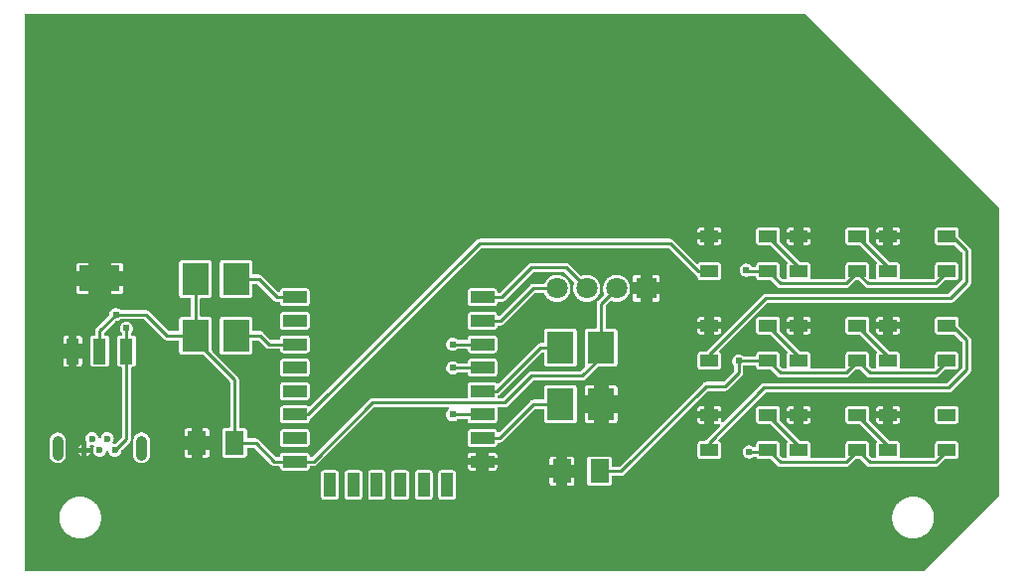
<source format=gtl>
G04 Layer: TopLayer*
G04 EasyEDA v6.2.46, 2019-10-20T21:32:37+02:00*
G04 834a42cca3a14e42ac95e9e37959655c,75269f13ecf445cbab963e2f909655d1,10*
G04 Gerber Generator version 0.2*
G04 Scale: 100 percent, Rotated: No, Reflected: No *
G04 Dimensions in inches *
G04 leading zeros omitted , absolute positions ,2 integer and 4 decimal *
%FSLAX24Y24*%
%MOIN*%
G90*
G70D02*

%ADD10C,0.010000*%
%ADD11C,0.024000*%
%ADD12R,0.078740X0.039370*%
%ADD13R,0.039370X0.078740*%
%ADD14R,0.043000X0.085000*%
%ADD15R,0.138000X0.085000*%
%ADD16R,0.090551X0.106300*%
%ADD17R,0.063000X0.078740*%
%ADD19C,0.023622*%
%ADD20R,0.070866X0.070866*%
%ADD21C,0.070866*%
%ADD22C,0.035433*%

%LPD*%
G36*
G01X26291Y18811D02*
G01X140Y18811D01*
G01X135Y18810D01*
G01X129Y18809D01*
G01X124Y18807D01*
G01X114Y18801D01*
G01X110Y18797D01*
G01X104Y18787D01*
G01X102Y18782D01*
G01X101Y18776D01*
G01X101Y135D01*
G01X102Y129D01*
G01X104Y124D01*
G01X110Y114D01*
G01X114Y110D01*
G01X124Y104D01*
G01X129Y102D01*
G01X135Y101D01*
G01X30272Y101D01*
G01X30278Y102D01*
G01X30290Y108D01*
G01X32816Y2634D01*
G01X32822Y2646D01*
G01X32823Y2652D01*
G01X32823Y12285D01*
G01X32822Y12291D01*
G01X32816Y12303D01*
G01X32812Y12307D01*
G01X26319Y18799D01*
G01X26315Y18803D01*
G01X26303Y18809D01*
G01X26291Y18811D01*
G37*

%LPC*%
G36*
G01X6307Y10532D02*
G01X5382Y10532D01*
G01X5364Y10528D01*
G01X5355Y10525D01*
G01X5339Y10517D01*
G01X5331Y10512D01*
G01X5324Y10506D01*
G01X5317Y10499D01*
G01X5311Y10492D01*
G01X5301Y10476D01*
G01X5298Y10467D01*
G01X5295Y10459D01*
G01X5292Y10450D01*
G01X5291Y10440D01*
G01X5291Y9359D01*
G01X5292Y9349D01*
G01X5295Y9340D01*
G01X5298Y9332D01*
G01X5301Y9323D01*
G01X5311Y9307D01*
G01X5317Y9300D01*
G01X5324Y9293D01*
G01X5331Y9287D01*
G01X5339Y9282D01*
G01X5355Y9274D01*
G01X5364Y9271D01*
G01X5382Y9267D01*
G01X5659Y9267D01*
G01X5665Y9265D01*
G01X5675Y9261D01*
G01X5680Y9257D01*
G01X5684Y9253D01*
G01X5687Y9249D01*
G01X5690Y9244D01*
G01X5692Y9238D01*
G01X5693Y9233D01*
G01X5694Y9227D01*
G01X5694Y8672D01*
G01X5693Y8666D01*
G01X5692Y8661D01*
G01X5690Y8655D01*
G01X5687Y8650D01*
G01X5684Y8646D01*
G01X5680Y8642D01*
G01X5675Y8638D01*
G01X5665Y8634D01*
G01X5659Y8632D01*
G01X5382Y8632D01*
G01X5364Y8628D01*
G01X5355Y8625D01*
G01X5339Y8617D01*
G01X5331Y8612D01*
G01X5324Y8606D01*
G01X5317Y8599D01*
G01X5311Y8592D01*
G01X5301Y8576D01*
G01X5298Y8567D01*
G01X5295Y8559D01*
G01X5292Y8550D01*
G01X5291Y8540D01*
G01X5291Y8190D01*
G01X5290Y8185D01*
G01X5289Y8179D01*
G01X5287Y8174D01*
G01X5281Y8164D01*
G01X5277Y8160D01*
G01X5267Y8154D01*
G01X5262Y8152D01*
G01X5256Y8151D01*
G01X5251Y8150D01*
G01X4963Y8150D01*
G01X4951Y8152D01*
G01X4939Y8158D01*
G01X4280Y8817D01*
G01X4271Y8825D01*
G01X4262Y8832D01*
G01X4252Y8839D01*
G01X4242Y8845D01*
G01X4231Y8850D01*
G01X4220Y8854D01*
G01X4209Y8857D01*
G01X4185Y8861D01*
G01X3351Y8861D01*
G01X3339Y8863D01*
G01X3334Y8865D01*
G01X3329Y8868D01*
G01X3324Y8872D01*
G01X3314Y8881D01*
G01X3303Y8889D01*
G01X3291Y8897D01*
G01X3279Y8904D01*
G01X3267Y8910D01*
G01X3254Y8916D01*
G01X3228Y8924D01*
G01X3214Y8927D01*
G01X3201Y8929D01*
G01X3187Y8931D01*
G01X3160Y8931D01*
G01X3146Y8929D01*
G01X3133Y8927D01*
G01X3107Y8921D01*
G01X3081Y8911D01*
G01X3069Y8905D01*
G01X3057Y8898D01*
G01X3046Y8891D01*
G01X3035Y8883D01*
G01X3025Y8874D01*
G01X3015Y8864D01*
G01X2997Y8844D01*
G01X2989Y8833D01*
G01X2982Y8821D01*
G01X2970Y8797D01*
G01X2965Y8784D01*
G01X2961Y8771D01*
G01X2955Y8745D01*
G01X2953Y8732D01*
G01X2952Y8718D01*
G01X2952Y8712D01*
G01X2950Y8706D01*
G01X2948Y8701D01*
G01X2945Y8696D01*
G01X2941Y8691D01*
G01X2523Y8273D01*
G01X2507Y8255D01*
G01X2495Y8235D01*
G01X2490Y8224D01*
G01X2486Y8213D01*
G01X2483Y8202D01*
G01X2480Y8190D01*
G01X2478Y8166D01*
G01X2479Y8046D01*
G01X2477Y8034D01*
G01X2475Y8029D01*
G01X2469Y8019D01*
G01X2465Y8015D01*
G01X2455Y8009D01*
G01X2450Y8007D01*
G01X2444Y8006D01*
G01X2439Y8005D01*
G01X2415Y8005D01*
G01X2415Y8006D01*
G01X2405Y8005D01*
G01X2396Y8004D01*
G01X2387Y8002D01*
G01X2378Y7999D01*
G01X2369Y7995D01*
G01X2361Y7990D01*
G01X2354Y7985D01*
G01X2346Y7979D01*
G01X2340Y7973D01*
G01X2334Y7965D01*
G01X2329Y7958D01*
G01X2324Y7950D01*
G01X2320Y7941D01*
G01X2317Y7932D01*
G01X2315Y7923D01*
G01X2313Y7905D01*
G01X2313Y7055D01*
G01X2314Y7045D01*
G01X2315Y7036D01*
G01X2317Y7027D01*
G01X2320Y7018D01*
G01X2324Y7009D01*
G01X2329Y7001D01*
G01X2334Y6994D01*
G01X2340Y6986D01*
G01X2346Y6980D01*
G01X2354Y6974D01*
G01X2361Y6969D01*
G01X2369Y6964D01*
G01X2378Y6960D01*
G01X2387Y6957D01*
G01X2396Y6955D01*
G01X2405Y6954D01*
G01X2415Y6953D01*
G01X2844Y6953D01*
G01X2854Y6954D01*
G01X2863Y6955D01*
G01X2872Y6957D01*
G01X2881Y6960D01*
G01X2890Y6964D01*
G01X2898Y6969D01*
G01X2905Y6974D01*
G01X2913Y6980D01*
G01X2919Y6986D01*
G01X2925Y6994D01*
G01X2930Y7001D01*
G01X2935Y7009D01*
G01X2939Y7018D01*
G01X2942Y7027D01*
G01X2944Y7036D01*
G01X2945Y7045D01*
G01X2946Y7055D01*
G01X2946Y7905D01*
G01X2944Y7923D01*
G01X2942Y7932D01*
G01X2939Y7941D01*
G01X2935Y7950D01*
G01X2930Y7958D01*
G01X2925Y7965D01*
G01X2919Y7973D01*
G01X2913Y7979D01*
G01X2905Y7985D01*
G01X2898Y7990D01*
G01X2890Y7995D01*
G01X2881Y7999D01*
G01X2872Y8002D01*
G01X2863Y8004D01*
G01X2854Y8005D01*
G01X2844Y8006D01*
G01X2844Y8005D01*
G01X2821Y8005D01*
G01X2809Y8007D01*
G01X2804Y8009D01*
G01X2794Y8015D01*
G01X2790Y8019D01*
G01X2784Y8029D01*
G01X2782Y8034D01*
G01X2780Y8046D01*
G01X2780Y8087D01*
G01X2781Y8093D01*
G01X2782Y8100D01*
G01X2785Y8105D01*
G01X2788Y8111D01*
G01X2792Y8116D01*
G01X3154Y8478D01*
G01X3159Y8481D01*
G01X3164Y8485D01*
G01X3169Y8487D01*
G01X3175Y8489D01*
G01X3181Y8489D01*
G01X3195Y8490D01*
G01X3210Y8492D01*
G01X3224Y8495D01*
G01X3238Y8499D01*
G01X3251Y8503D01*
G01X3277Y8515D01*
G01X3290Y8522D01*
G01X3302Y8530D01*
G01X3324Y8548D01*
G01X3329Y8552D01*
G01X3334Y8555D01*
G01X3339Y8557D01*
G01X3345Y8559D01*
G01X4100Y8559D01*
G01X4107Y8557D01*
G01X4112Y8555D01*
G01X4118Y8551D01*
G01X4122Y8547D01*
G01X4777Y7893D01*
G01X4795Y7877D01*
G01X4815Y7865D01*
G01X4826Y7860D01*
G01X4837Y7856D01*
G01X4849Y7853D01*
G01X4860Y7850D01*
G01X4884Y7848D01*
G01X5256Y7848D01*
G01X5262Y7847D01*
G01X5267Y7845D01*
G01X5277Y7839D01*
G01X5281Y7835D01*
G01X5287Y7825D01*
G01X5289Y7820D01*
G01X5291Y7808D01*
G01X5291Y7459D01*
G01X5292Y7449D01*
G01X5295Y7440D01*
G01X5298Y7432D01*
G01X5301Y7423D01*
G01X5311Y7407D01*
G01X5317Y7400D01*
G01X5324Y7393D01*
G01X5331Y7387D01*
G01X5339Y7382D01*
G01X5355Y7374D01*
G01X5364Y7371D01*
G01X5382Y7367D01*
G01X6080Y7367D01*
G01X6087Y7365D01*
G01X6092Y7363D01*
G01X6098Y7359D01*
G01X6102Y7355D01*
G01X6989Y6469D01*
G01X6993Y6464D01*
G01X6996Y6459D01*
G01X7000Y6447D01*
G01X7000Y4929D01*
G01X6999Y4923D01*
G01X6997Y4918D01*
G01X6991Y4908D01*
G01X6987Y4904D01*
G01X6977Y4898D01*
G01X6972Y4896D01*
G01X6960Y4894D01*
G01X6830Y4894D01*
G01X6812Y4890D01*
G01X6794Y4884D01*
G01X6786Y4879D01*
G01X6779Y4874D01*
G01X6771Y4868D01*
G01X6759Y4854D01*
G01X6749Y4838D01*
G01X6745Y4830D01*
G01X6742Y4821D01*
G01X6740Y4812D01*
G01X6739Y4803D01*
G01X6738Y4793D01*
G01X6738Y4006D01*
G01X6739Y3996D01*
G01X6740Y3987D01*
G01X6742Y3978D01*
G01X6745Y3969D01*
G01X6749Y3961D01*
G01X6759Y3945D01*
G01X6771Y3931D01*
G01X6779Y3925D01*
G01X6786Y3920D01*
G01X6794Y3915D01*
G01X6812Y3909D01*
G01X6830Y3905D01*
G01X7479Y3905D01*
G01X7497Y3909D01*
G01X7506Y3912D01*
G01X7514Y3915D01*
G01X7523Y3920D01*
G01X7530Y3925D01*
G01X7537Y3931D01*
G01X7544Y3938D01*
G01X7550Y3945D01*
G01X7560Y3961D01*
G01X7564Y3969D01*
G01X7567Y3978D01*
G01X7569Y3987D01*
G01X7570Y3996D01*
G01X7570Y4208D01*
G01X7572Y4220D01*
G01X7574Y4225D01*
G01X7580Y4235D01*
G01X7584Y4239D01*
G01X7594Y4245D01*
G01X7599Y4247D01*
G01X7605Y4248D01*
G01X7802Y4248D01*
G01X7808Y4247D01*
G01X7814Y4244D01*
G01X7819Y4241D01*
G01X7824Y4237D01*
G01X8390Y3670D01*
G01X8399Y3662D01*
G01X8408Y3655D01*
G01X8418Y3648D01*
G01X8429Y3642D01*
G01X8439Y3637D01*
G01X8450Y3633D01*
G01X8462Y3630D01*
G01X8474Y3628D01*
G01X8485Y3626D01*
G01X8641Y3626D01*
G01X8647Y3625D01*
G01X8652Y3624D01*
G01X8658Y3622D01*
G01X8663Y3620D01*
G01X8671Y3612D01*
G01X8675Y3607D01*
G01X8678Y3602D01*
G01X8680Y3597D01*
G01X8681Y3592D01*
G01X8681Y3580D01*
G01X8683Y3562D01*
G01X8685Y3552D01*
G01X8688Y3544D01*
G01X8692Y3535D01*
G01X8696Y3527D01*
G01X8702Y3519D01*
G01X8707Y3512D01*
G01X8714Y3505D01*
G01X8721Y3499D01*
G01X8729Y3494D01*
G01X8737Y3490D01*
G01X8746Y3486D01*
G01X8754Y3483D01*
G01X8764Y3481D01*
G01X8782Y3479D01*
G01X9570Y3479D01*
G01X9588Y3481D01*
G01X9597Y3483D01*
G01X9606Y3486D01*
G01X9615Y3490D01*
G01X9623Y3494D01*
G01X9630Y3499D01*
G01X9638Y3505D01*
G01X9650Y3519D01*
G01X9660Y3535D01*
G01X9664Y3544D01*
G01X9667Y3552D01*
G01X9669Y3562D01*
G01X9671Y3580D01*
G01X9671Y3591D01*
G01X9672Y3597D01*
G01X9674Y3602D01*
G01X9680Y3612D01*
G01X9684Y3616D01*
G01X9694Y3622D01*
G01X9699Y3624D01*
G01X9711Y3626D01*
G01X9813Y3626D01*
G01X9825Y3627D01*
G01X9837Y3630D01*
G01X9848Y3633D01*
G01X9859Y3637D01*
G01X9870Y3642D01*
G01X9890Y3654D01*
G01X9900Y3662D01*
G01X11825Y5587D01*
G01X11830Y5591D01*
G01X11835Y5594D01*
G01X11841Y5597D01*
G01X11847Y5598D01*
G01X14324Y5598D01*
G01X14329Y5597D01*
G01X14335Y5595D01*
G01X14340Y5592D01*
G01X14344Y5589D01*
G01X14348Y5585D01*
G01X14352Y5580D01*
G01X14355Y5575D01*
G01X14357Y5570D01*
G01X14358Y5564D01*
G01X14358Y5552D01*
G01X14356Y5546D01*
G01X14354Y5541D01*
G01X14351Y5535D01*
G01X14342Y5526D01*
G01X14331Y5518D01*
G01X14321Y5509D01*
G01X14303Y5489D01*
G01X14295Y5478D01*
G01X14287Y5466D01*
G01X14280Y5455D01*
G01X14274Y5442D01*
G01X14269Y5430D01*
G01X14264Y5417D01*
G01X14260Y5404D01*
G01X14257Y5390D01*
G01X14255Y5377D01*
G01X14254Y5363D01*
G01X14253Y5350D01*
G01X14254Y5336D01*
G01X14255Y5323D01*
G01X14257Y5310D01*
G01X14260Y5297D01*
G01X14268Y5271D01*
G01X14273Y5259D01*
G01X14285Y5235D01*
G01X14301Y5213D01*
G01X14309Y5203D01*
G01X14318Y5193D01*
G01X14328Y5184D01*
G01X14338Y5176D01*
G01X14360Y5160D01*
G01X14384Y5148D01*
G01X14396Y5143D01*
G01X14422Y5135D01*
G01X14435Y5132D01*
G01X14448Y5130D01*
G01X14461Y5129D01*
G01X14488Y5129D01*
G01X14502Y5130D01*
G01X14516Y5132D01*
G01X14529Y5135D01*
G01X14542Y5139D01*
G01X14568Y5149D01*
G01X14604Y5170D01*
G01X14615Y5179D01*
G01X14625Y5188D01*
G01X14630Y5192D01*
G01X14635Y5195D01*
G01X14641Y5197D01*
G01X14646Y5198D01*
G01X14947Y5198D01*
G01X14952Y5197D01*
G01X14958Y5195D01*
G01X14963Y5192D01*
G01X14967Y5189D01*
G01X14971Y5185D01*
G01X14975Y5180D01*
G01X14978Y5175D01*
G01X14980Y5170D01*
G01X14981Y5164D01*
G01X14981Y5154D01*
G01X14982Y5144D01*
G01X14983Y5135D01*
G01X14985Y5126D01*
G01X14988Y5117D01*
G01X14992Y5109D01*
G01X14996Y5100D01*
G01X15014Y5079D01*
G01X15021Y5073D01*
G01X15037Y5063D01*
G01X15046Y5059D01*
G01X15055Y5056D01*
G01X15064Y5054D01*
G01X15073Y5053D01*
G01X15879Y5053D01*
G01X15888Y5054D01*
G01X15897Y5056D01*
G01X15906Y5059D01*
G01X15915Y5063D01*
G01X15923Y5068D01*
G01X15930Y5073D01*
G01X15938Y5079D01*
G01X15956Y5100D01*
G01X15960Y5109D01*
G01X15964Y5117D01*
G01X15967Y5126D01*
G01X15969Y5135D01*
G01X15970Y5144D01*
G01X15971Y5154D01*
G01X15971Y5547D01*
G01X15970Y5555D01*
G01X15970Y5558D01*
G01X15972Y5570D01*
G01X15974Y5575D01*
G01X15980Y5585D01*
G01X15984Y5589D01*
G01X15994Y5595D01*
G01X15999Y5597D01*
G01X16004Y5598D01*
G01X16225Y5598D01*
G01X16236Y5599D01*
G01X16248Y5600D01*
G01X16260Y5603D01*
G01X16271Y5606D01*
G01X16282Y5610D01*
G01X16293Y5615D01*
G01X16313Y5627D01*
G01X16323Y5635D01*
G01X17175Y6487D01*
G01X17180Y6491D01*
G01X17185Y6494D01*
G01X17191Y6497D01*
G01X17197Y6498D01*
G01X18825Y6498D01*
G01X18836Y6499D01*
G01X18848Y6500D01*
G01X18860Y6503D01*
G01X18871Y6506D01*
G01X18882Y6510D01*
G01X18893Y6515D01*
G01X18913Y6527D01*
G01X18923Y6535D01*
G01X18931Y6543D01*
G01X19344Y6955D01*
G01X19354Y6963D01*
G01X19366Y6967D01*
G01X19917Y6967D01*
G01X19935Y6971D01*
G01X19944Y6974D01*
G01X19960Y6982D01*
G01X19968Y6987D01*
G01X19975Y6993D01*
G01X19982Y7000D01*
G01X19988Y7007D01*
G01X19998Y7023D01*
G01X20001Y7032D01*
G01X20004Y7040D01*
G01X20007Y7049D01*
G01X20008Y7059D01*
G01X20008Y8140D01*
G01X20007Y8150D01*
G01X20004Y8159D01*
G01X20001Y8167D01*
G01X19998Y8176D01*
G01X19988Y8192D01*
G01X19982Y8199D01*
G01X19975Y8206D01*
G01X19968Y8212D01*
G01X19960Y8217D01*
G01X19944Y8225D01*
G01X19935Y8228D01*
G01X19917Y8232D01*
G01X19640Y8232D01*
G01X19634Y8234D01*
G01X19624Y8238D01*
G01X19619Y8242D01*
G01X19615Y8246D01*
G01X19612Y8250D01*
G01X19609Y8255D01*
G01X19607Y8261D01*
G01X19606Y8266D01*
G01X19605Y8272D01*
G01X19605Y8989D01*
G01X19607Y9001D01*
G01X19610Y9007D01*
G01X19613Y9012D01*
G01X19617Y9017D01*
G01X19759Y9159D01*
G01X19764Y9163D01*
G01X19769Y9166D01*
G01X19775Y9169D01*
G01X19781Y9170D01*
G01X19788Y9171D01*
G01X19795Y9170D01*
G01X19803Y9168D01*
G01X19821Y9161D01*
G01X19840Y9154D01*
G01X19878Y9144D01*
G01X19897Y9140D01*
G01X19917Y9137D01*
G01X19936Y9135D01*
G01X19956Y9134D01*
G01X19995Y9134D01*
G01X20014Y9135D01*
G01X20034Y9137D01*
G01X20053Y9140D01*
G01X20072Y9144D01*
G01X20090Y9148D01*
G01X20109Y9154D01*
G01X20145Y9166D01*
G01X20181Y9182D01*
G01X20198Y9191D01*
G01X20214Y9201D01*
G01X20231Y9212D01*
G01X20246Y9223D01*
G01X20262Y9235D01*
G01X20277Y9247D01*
G01X20291Y9260D01*
G01X20304Y9274D01*
G01X20318Y9288D01*
G01X20342Y9318D01*
G01X20353Y9334D01*
G01X20363Y9350D01*
G01X20373Y9367D01*
G01X20391Y9401D01*
G01X20405Y9437D01*
G01X20411Y9456D01*
G01X20416Y9474D01*
G01X20421Y9493D01*
G01X20427Y9531D01*
G01X20429Y9550D01*
G01X20431Y9570D01*
G01X20431Y9608D01*
G01X20429Y9628D01*
G01X20427Y9647D01*
G01X20421Y9685D01*
G01X20416Y9704D01*
G01X20411Y9722D01*
G01X20405Y9741D01*
G01X20398Y9759D01*
G01X20391Y9776D01*
G01X20382Y9794D01*
G01X20373Y9811D01*
G01X20363Y9828D01*
G01X20353Y9844D01*
G01X20342Y9860D01*
G01X20318Y9890D01*
G01X20304Y9904D01*
G01X20291Y9918D01*
G01X20277Y9931D01*
G01X20262Y9943D01*
G01X20246Y9955D01*
G01X20231Y9966D01*
G01X20214Y9977D01*
G01X20198Y9986D01*
G01X20181Y9995D01*
G01X20163Y10004D01*
G01X20127Y10018D01*
G01X20109Y10024D01*
G01X20090Y10030D01*
G01X20072Y10034D01*
G01X20053Y10038D01*
G01X20034Y10041D01*
G01X20014Y10043D01*
G01X19995Y10044D01*
G01X19956Y10044D01*
G01X19937Y10043D01*
G01X19918Y10041D01*
G01X19899Y10038D01*
G01X19861Y10030D01*
G01X19842Y10024D01*
G01X19824Y10018D01*
G01X19788Y10004D01*
G01X19737Y9977D01*
G01X19705Y9955D01*
G01X19675Y9931D01*
G01X19661Y9918D01*
G01X19647Y9904D01*
G01X19634Y9890D01*
G01X19621Y9875D01*
G01X19610Y9860D01*
G01X19598Y9844D01*
G01X19588Y9828D01*
G01X19578Y9811D01*
G01X19569Y9794D01*
G01X19561Y9776D01*
G01X19553Y9759D01*
G01X19546Y9741D01*
G01X19540Y9722D01*
G01X19535Y9704D01*
G01X19527Y9666D01*
G01X19524Y9647D01*
G01X19522Y9628D01*
G01X19521Y9608D01*
G01X19520Y9589D01*
G01X19521Y9569D01*
G01X19522Y9550D01*
G01X19524Y9530D01*
G01X19527Y9510D01*
G01X19531Y9491D01*
G01X19541Y9453D01*
G01X19547Y9434D01*
G01X19554Y9416D01*
G01X19557Y9409D01*
G01X19557Y9395D01*
G01X19556Y9388D01*
G01X19553Y9383D01*
G01X19550Y9377D01*
G01X19546Y9373D01*
G01X19348Y9174D01*
G01X19340Y9166D01*
G01X19332Y9156D01*
G01X19326Y9147D01*
G01X19320Y9136D01*
G01X19315Y9125D01*
G01X19311Y9114D01*
G01X19308Y9103D01*
G01X19305Y9091D01*
G01X19304Y9080D01*
G01X19303Y9068D01*
G01X19303Y8266D01*
G01X19302Y8261D01*
G01X19300Y8255D01*
G01X19297Y8250D01*
G01X19294Y8246D01*
G01X19290Y8242D01*
G01X19285Y8238D01*
G01X19275Y8234D01*
G01X19269Y8232D01*
G01X18992Y8232D01*
G01X18974Y8228D01*
G01X18965Y8225D01*
G01X18949Y8217D01*
G01X18941Y8212D01*
G01X18934Y8206D01*
G01X18927Y8199D01*
G01X18921Y8192D01*
G01X18911Y8176D01*
G01X18908Y8167D01*
G01X18905Y8159D01*
G01X18902Y8150D01*
G01X18901Y8140D01*
G01X18901Y7059D01*
G01X18902Y7050D01*
G01X18904Y7041D01*
G01X18907Y7032D01*
G01X18911Y7023D01*
G01X18916Y7015D01*
G01X18921Y7008D01*
G01X18927Y6996D01*
G01X18929Y6984D01*
G01X18928Y6977D01*
G01X18927Y6971D01*
G01X18924Y6966D01*
G01X18921Y6960D01*
G01X18917Y6955D01*
G01X18774Y6812D01*
G01X18769Y6808D01*
G01X18764Y6805D01*
G01X18758Y6802D01*
G01X18752Y6801D01*
G01X17125Y6801D01*
G01X17101Y6799D01*
G01X17089Y6796D01*
G01X17078Y6793D01*
G01X17067Y6789D01*
G01X17056Y6784D01*
G01X17036Y6772D01*
G01X17026Y6764D01*
G01X16174Y5912D01*
G01X16169Y5908D01*
G01X16164Y5905D01*
G01X16158Y5902D01*
G01X16152Y5901D01*
G01X16005Y5901D01*
G01X15999Y5902D01*
G01X15994Y5904D01*
G01X15984Y5910D01*
G01X15980Y5914D01*
G01X15974Y5924D01*
G01X15972Y5929D01*
G01X15971Y5935D01*
G01X15970Y5940D01*
G01X15970Y5953D01*
G01X15972Y5965D01*
G01X15974Y5970D01*
G01X15977Y5976D01*
G01X15985Y5984D01*
G01X15990Y5988D01*
G01X15995Y5990D01*
G01X16001Y5992D01*
G01X16012Y5995D01*
G01X16022Y5999D01*
G01X16033Y6004D01*
G01X16043Y6010D01*
G01X16053Y6017D01*
G01X16062Y6024D01*
G01X17472Y7434D01*
G01X17477Y7438D01*
G01X17483Y7441D01*
G01X17488Y7444D01*
G01X17494Y7445D01*
G01X17501Y7446D01*
G01X17506Y7445D01*
G01X17512Y7444D01*
G01X17517Y7442D01*
G01X17527Y7436D01*
G01X17531Y7432D01*
G01X17537Y7422D01*
G01X17539Y7417D01*
G01X17540Y7411D01*
G01X17541Y7406D01*
G01X17541Y7059D01*
G01X17542Y7049D01*
G01X17545Y7040D01*
G01X17548Y7032D01*
G01X17551Y7023D01*
G01X17561Y7007D01*
G01X17567Y7000D01*
G01X17574Y6993D01*
G01X17581Y6987D01*
G01X17589Y6982D01*
G01X17605Y6974D01*
G01X17614Y6971D01*
G01X17632Y6967D01*
G01X18557Y6967D01*
G01X18575Y6971D01*
G01X18584Y6974D01*
G01X18600Y6982D01*
G01X18608Y6987D01*
G01X18615Y6993D01*
G01X18622Y7000D01*
G01X18628Y7007D01*
G01X18638Y7023D01*
G01X18641Y7032D01*
G01X18644Y7040D01*
G01X18647Y7049D01*
G01X18648Y7059D01*
G01X18648Y8140D01*
G01X18647Y8150D01*
G01X18644Y8159D01*
G01X18641Y8167D01*
G01X18638Y8176D01*
G01X18628Y8192D01*
G01X18622Y8199D01*
G01X18615Y8206D01*
G01X18608Y8212D01*
G01X18600Y8217D01*
G01X18584Y8225D01*
G01X18575Y8228D01*
G01X18557Y8232D01*
G01X17632Y8232D01*
G01X17614Y8228D01*
G01X17605Y8225D01*
G01X17589Y8217D01*
G01X17581Y8212D01*
G01X17574Y8206D01*
G01X17567Y8199D01*
G01X17561Y8192D01*
G01X17551Y8176D01*
G01X17548Y8167D01*
G01X17545Y8159D01*
G01X17542Y8150D01*
G01X17541Y8140D01*
G01X17541Y7791D01*
G01X17539Y7779D01*
G01X17537Y7774D01*
G01X17531Y7764D01*
G01X17527Y7760D01*
G01X17517Y7754D01*
G01X17512Y7752D01*
G01X17506Y7751D01*
G01X17425Y7751D01*
G01X17401Y7749D01*
G01X17389Y7746D01*
G01X17378Y7743D01*
G01X17367Y7739D01*
G01X17356Y7734D01*
G01X17336Y7722D01*
G01X17326Y7714D01*
G01X17318Y7706D01*
G01X16007Y6396D01*
G01X15997Y6388D01*
G01X15985Y6384D01*
G01X15973Y6384D01*
G01X15967Y6386D01*
G01X15962Y6388D01*
G01X15956Y6391D01*
G01X15952Y6394D01*
G01X15948Y6399D01*
G01X15934Y6413D01*
G01X15926Y6419D01*
G01X15917Y6424D01*
G01X15899Y6432D01*
G01X15889Y6434D01*
G01X15869Y6436D01*
G01X15073Y6436D01*
G01X15063Y6434D01*
G01X15054Y6432D01*
G01X15045Y6429D01*
G01X15029Y6421D01*
G01X15021Y6416D01*
G01X15014Y6410D01*
G01X15007Y6403D01*
G01X15001Y6396D01*
G01X14996Y6388D01*
G01X14992Y6380D01*
G01X14988Y6371D01*
G01X14985Y6363D01*
G01X14983Y6354D01*
G01X14981Y6344D01*
G01X14981Y5935D01*
G01X14979Y5929D01*
G01X14975Y5919D01*
G01X14971Y5914D01*
G01X14967Y5910D01*
G01X14963Y5907D01*
G01X14958Y5904D01*
G01X14952Y5902D01*
G01X14947Y5901D01*
G01X11775Y5901D01*
G01X11751Y5899D01*
G01X11739Y5896D01*
G01X11728Y5893D01*
G01X11717Y5889D01*
G01X11706Y5884D01*
G01X11686Y5872D01*
G01X11676Y5864D01*
G01X9751Y3939D01*
G01X9746Y3935D01*
G01X9741Y3932D01*
G01X9735Y3929D01*
G01X9729Y3928D01*
G01X9705Y3928D01*
G01X9699Y3929D01*
G01X9694Y3931D01*
G01X9684Y3937D01*
G01X9680Y3941D01*
G01X9674Y3951D01*
G01X9672Y3956D01*
G01X9671Y3962D01*
G01X9671Y3974D01*
G01X9669Y3992D01*
G01X9667Y4001D01*
G01X9664Y4010D01*
G01X9660Y4019D01*
G01X9650Y4035D01*
G01X9644Y4042D01*
G01X9638Y4048D01*
G01X9630Y4054D01*
G01X9623Y4060D01*
G01X9615Y4064D01*
G01X9606Y4068D01*
G01X9597Y4071D01*
G01X9588Y4073D01*
G01X9570Y4075D01*
G01X8782Y4075D01*
G01X8764Y4073D01*
G01X8754Y4071D01*
G01X8746Y4068D01*
G01X8737Y4064D01*
G01X8729Y4060D01*
G01X8721Y4054D01*
G01X8707Y4042D01*
G01X8702Y4035D01*
G01X8696Y4027D01*
G01X8692Y4019D01*
G01X8688Y4010D01*
G01X8685Y4001D01*
G01X8683Y3992D01*
G01X8681Y3974D01*
G01X8681Y3962D01*
G01X8680Y3957D01*
G01X8678Y3951D01*
G01X8675Y3946D01*
G01X8663Y3934D01*
G01X8658Y3931D01*
G01X8652Y3929D01*
G01X8647Y3928D01*
G01X8570Y3928D01*
G01X8558Y3932D01*
G01X8548Y3940D01*
G01X7981Y4506D01*
G01X7973Y4514D01*
G01X7963Y4522D01*
G01X7943Y4534D01*
G01X7932Y4539D01*
G01X7921Y4543D01*
G01X7910Y4546D01*
G01X7898Y4549D01*
G01X7886Y4550D01*
G01X7875Y4551D01*
G01X7605Y4551D01*
G01X7599Y4552D01*
G01X7594Y4554D01*
G01X7584Y4560D01*
G01X7580Y4564D01*
G01X7574Y4574D01*
G01X7572Y4579D01*
G01X7571Y4585D01*
G01X7570Y4590D01*
G01X7570Y4803D01*
G01X7569Y4812D01*
G01X7567Y4821D01*
G01X7564Y4830D01*
G01X7560Y4838D01*
G01X7550Y4854D01*
G01X7544Y4861D01*
G01X7537Y4868D01*
G01X7530Y4874D01*
G01X7523Y4879D01*
G01X7514Y4884D01*
G01X7506Y4887D01*
G01X7497Y4890D01*
G01X7479Y4894D01*
G01X7342Y4894D01*
G01X7337Y4895D01*
G01X7331Y4896D01*
G01X7326Y4898D01*
G01X7316Y4904D01*
G01X7312Y4908D01*
G01X7306Y4918D01*
G01X7304Y4923D01*
G01X7303Y4929D01*
G01X7302Y4934D01*
G01X7302Y6532D01*
G01X7301Y6544D01*
G01X7298Y6555D01*
G01X7295Y6567D01*
G01X7291Y6578D01*
G01X7286Y6588D01*
G01X7280Y6599D01*
G01X7274Y6609D01*
G01X7258Y6627D01*
G01X6410Y7475D01*
G01X6406Y7480D01*
G01X6403Y7485D01*
G01X6400Y7491D01*
G01X6398Y7503D01*
G01X6398Y8540D01*
G01X6397Y8550D01*
G01X6394Y8559D01*
G01X6391Y8567D01*
G01X6388Y8576D01*
G01X6378Y8592D01*
G01X6372Y8599D01*
G01X6365Y8606D01*
G01X6358Y8612D01*
G01X6350Y8617D01*
G01X6334Y8625D01*
G01X6325Y8628D01*
G01X6307Y8632D01*
G01X6030Y8632D01*
G01X6024Y8634D01*
G01X6014Y8638D01*
G01X6009Y8642D01*
G01X6005Y8646D01*
G01X6002Y8650D01*
G01X5999Y8655D01*
G01X5997Y8661D01*
G01X5996Y8666D01*
G01X5996Y9233D01*
G01X5997Y9238D01*
G01X5999Y9244D01*
G01X6002Y9249D01*
G01X6005Y9253D01*
G01X6009Y9257D01*
G01X6014Y9261D01*
G01X6024Y9265D01*
G01X6030Y9267D01*
G01X6307Y9267D01*
G01X6325Y9271D01*
G01X6334Y9274D01*
G01X6350Y9282D01*
G01X6358Y9287D01*
G01X6365Y9293D01*
G01X6372Y9300D01*
G01X6378Y9307D01*
G01X6388Y9323D01*
G01X6391Y9332D01*
G01X6394Y9340D01*
G01X6397Y9349D01*
G01X6398Y9359D01*
G01X6398Y10440D01*
G01X6397Y10450D01*
G01X6394Y10459D01*
G01X6391Y10467D01*
G01X6388Y10476D01*
G01X6378Y10492D01*
G01X6372Y10499D01*
G01X6365Y10506D01*
G01X6358Y10512D01*
G01X6350Y10517D01*
G01X6334Y10525D01*
G01X6325Y10528D01*
G01X6307Y10532D01*
G37*
G36*
G01X21775Y11251D02*
G01X15375Y11251D01*
G01X15351Y11249D01*
G01X15339Y11246D01*
G01X15328Y11243D01*
G01X15317Y11239D01*
G01X15306Y11234D01*
G01X15286Y11222D01*
G01X15276Y11214D01*
G01X15268Y11206D01*
G01X9689Y5628D01*
G01X9684Y5623D01*
G01X9679Y5620D01*
G01X9667Y5616D01*
G01X9654Y5616D01*
G01X9647Y5618D01*
G01X9641Y5621D01*
G01X9635Y5625D01*
G01X9627Y5632D01*
G01X9618Y5637D01*
G01X9609Y5641D01*
G01X9599Y5645D01*
G01X9589Y5648D01*
G01X9569Y5650D01*
G01X8782Y5650D01*
G01X8773Y5649D01*
G01X8763Y5648D01*
G01X8754Y5646D01*
G01X8745Y5643D01*
G01X8737Y5639D01*
G01X8721Y5629D01*
G01X8707Y5617D01*
G01X8701Y5609D01*
G01X8696Y5602D01*
G01X8691Y5594D01*
G01X8685Y5576D01*
G01X8681Y5558D01*
G01X8681Y5146D01*
G01X8683Y5136D01*
G01X8685Y5127D01*
G01X8688Y5118D01*
G01X8691Y5110D01*
G01X8701Y5094D01*
G01X8707Y5087D01*
G01X8714Y5080D01*
G01X8721Y5074D01*
G01X8737Y5064D01*
G01X8745Y5061D01*
G01X8754Y5058D01*
G01X8763Y5056D01*
G01X8773Y5054D01*
G01X9579Y5054D01*
G01X9597Y5058D01*
G01X9606Y5061D01*
G01X9614Y5064D01*
G01X9630Y5074D01*
G01X9637Y5080D01*
G01X9644Y5087D01*
G01X9650Y5094D01*
G01X9660Y5110D01*
G01X9663Y5118D01*
G01X9669Y5136D01*
G01X9670Y5146D01*
G01X9670Y5180D01*
G01X9672Y5192D01*
G01X9678Y5204D01*
G01X9682Y5209D01*
G01X9687Y5213D01*
G01X9693Y5216D01*
G01X9704Y5222D01*
G01X9724Y5236D01*
G01X15425Y10937D01*
G01X15430Y10941D01*
G01X15435Y10944D01*
G01X15441Y10947D01*
G01X15447Y10948D01*
G01X21702Y10948D01*
G01X21708Y10947D01*
G01X21714Y10944D01*
G01X21719Y10941D01*
G01X21724Y10937D01*
G01X22608Y10052D01*
G01X22617Y10044D01*
G01X22626Y10037D01*
G01X22635Y10031D01*
G01X22645Y10025D01*
G01X22656Y10020D01*
G01X22667Y10016D01*
G01X22672Y10014D01*
G01X22678Y10010D01*
G01X22682Y10006D01*
G01X22686Y10001D01*
G01X22689Y9996D01*
G01X22692Y9990D01*
G01X22694Y9978D01*
G01X22694Y9953D01*
G01X22695Y9944D01*
G01X22704Y9917D01*
G01X22709Y9909D01*
G01X22714Y9902D01*
G01X22720Y9894D01*
G01X22734Y9882D01*
G01X22750Y9872D01*
G01X22758Y9868D01*
G01X22767Y9865D01*
G01X22776Y9863D01*
G01X22785Y9862D01*
G01X22795Y9861D01*
G01X23386Y9861D01*
G01X23404Y9863D01*
G01X23413Y9865D01*
G01X23422Y9868D01*
G01X23431Y9872D01*
G01X23447Y9882D01*
G01X23454Y9888D01*
G01X23460Y9894D01*
G01X23466Y9902D01*
G01X23472Y9909D01*
G01X23476Y9917D01*
G01X23480Y9926D01*
G01X23483Y9935D01*
G01X23485Y9944D01*
G01X23486Y9953D01*
G01X23487Y9963D01*
G01X23487Y10355D01*
G01X23486Y10365D01*
G01X23485Y10374D01*
G01X23483Y10383D01*
G01X23480Y10392D01*
G01X23476Y10401D01*
G01X23472Y10409D01*
G01X23466Y10416D01*
G01X23460Y10424D01*
G01X23454Y10430D01*
G01X23447Y10436D01*
G01X23431Y10446D01*
G01X23422Y10450D01*
G01X23413Y10453D01*
G01X23404Y10455D01*
G01X23386Y10457D01*
G01X22795Y10457D01*
G01X22795Y10456D01*
G01X22786Y10456D01*
G01X22777Y10455D01*
G01X22768Y10453D01*
G01X22759Y10450D01*
G01X22751Y10446D01*
G01X22742Y10442D01*
G01X22735Y10437D01*
G01X22721Y10425D01*
G01X22716Y10420D01*
G01X22711Y10417D01*
G01X22705Y10414D01*
G01X22699Y10413D01*
G01X22692Y10412D01*
G01X22680Y10414D01*
G01X22674Y10416D01*
G01X22664Y10424D01*
G01X21881Y11206D01*
G01X21873Y11214D01*
G01X21863Y11222D01*
G01X21843Y11234D01*
G01X21832Y11239D01*
G01X21821Y11243D01*
G01X21810Y11246D01*
G01X21798Y11249D01*
G01X21786Y11250D01*
G01X21775Y11251D01*
G37*
G36*
G01X25354Y8638D02*
G01X24764Y8638D01*
G01X24754Y8637D01*
G01X24745Y8636D01*
G01X24736Y8634D01*
G01X24727Y8631D01*
G01X24719Y8627D01*
G01X24703Y8617D01*
G01X24689Y8605D01*
G01X24683Y8597D01*
G01X24678Y8590D01*
G01X24673Y8582D01*
G01X24664Y8555D01*
G01X24663Y8546D01*
G01X24663Y8134D01*
G01X24664Y8125D01*
G01X24673Y8098D01*
G01X24678Y8090D01*
G01X24683Y8083D01*
G01X24689Y8075D01*
G01X24703Y8063D01*
G01X24719Y8053D01*
G01X24727Y8049D01*
G01X24736Y8046D01*
G01X24745Y8044D01*
G01X24754Y8043D01*
G01X24764Y8042D01*
G01X25132Y8042D01*
G01X25139Y8041D01*
G01X25144Y8038D01*
G01X25150Y8035D01*
G01X25713Y7472D01*
G01X25717Y7467D01*
G01X25720Y7462D01*
G01X25723Y7456D01*
G01X25725Y7444D01*
G01X25724Y7437D01*
G01X25723Y7431D01*
G01X25720Y7424D01*
G01X25716Y7419D01*
G01X25710Y7411D01*
G01X25705Y7402D01*
G01X25701Y7394D01*
G01X25698Y7384D01*
G01X25696Y7375D01*
G01X25694Y7365D01*
G01X25694Y6963D01*
G01X25695Y6947D01*
G01X25695Y6935D01*
G01X25694Y6929D01*
G01X25692Y6924D01*
G01X25686Y6914D01*
G01X25682Y6910D01*
G01X25672Y6904D01*
G01X25667Y6902D01*
G01X25661Y6901D01*
G01X25549Y6901D01*
G01X25543Y6902D01*
G01X25537Y6905D01*
G01X25532Y6908D01*
G01X25527Y6912D01*
G01X25467Y6971D01*
G01X25459Y6981D01*
G01X25455Y6993D01*
G01X25455Y7355D01*
G01X25454Y7365D01*
G01X25453Y7374D01*
G01X25451Y7383D01*
G01X25448Y7392D01*
G01X25444Y7401D01*
G01X25440Y7409D01*
G01X25434Y7416D01*
G01X25428Y7424D01*
G01X25422Y7430D01*
G01X25415Y7436D01*
G01X25399Y7446D01*
G01X25390Y7450D01*
G01X25381Y7453D01*
G01X25372Y7455D01*
G01X25354Y7457D01*
G01X24764Y7457D01*
G01X24754Y7456D01*
G01X24745Y7455D01*
G01X24736Y7453D01*
G01X24727Y7450D01*
G01X24719Y7446D01*
G01X24703Y7436D01*
G01X24689Y7424D01*
G01X24683Y7416D01*
G01X24678Y7409D01*
G01X24673Y7401D01*
G01X24664Y7374D01*
G01X24663Y7365D01*
G01X24663Y7350D01*
G01X24662Y7344D01*
G01X24661Y7339D01*
G01X24659Y7333D01*
G01X24656Y7328D01*
G01X24653Y7324D01*
G01X24649Y7320D01*
G01X24644Y7316D01*
G01X24634Y7312D01*
G01X24628Y7310D01*
G01X24242Y7310D01*
G01X24228Y7312D01*
G01X24222Y7315D01*
G01X24216Y7319D01*
G01X24205Y7328D01*
G01X24193Y7336D01*
G01X24181Y7343D01*
G01X24169Y7349D01*
G01X24156Y7355D01*
G01X24143Y7360D01*
G01X24130Y7363D01*
G01X24116Y7367D01*
G01X24102Y7369D01*
G01X24088Y7370D01*
G01X24075Y7371D01*
G01X24061Y7370D01*
G01X24048Y7369D01*
G01X24035Y7367D01*
G01X24022Y7364D01*
G01X23996Y7356D01*
G01X23984Y7351D01*
G01X23960Y7339D01*
G01X23938Y7323D01*
G01X23928Y7315D01*
G01X23918Y7306D01*
G01X23909Y7296D01*
G01X23901Y7286D01*
G01X23885Y7264D01*
G01X23873Y7240D01*
G01X23868Y7228D01*
G01X23860Y7202D01*
G01X23857Y7189D01*
G01X23855Y7176D01*
G01X23854Y7163D01*
G01X23853Y7149D01*
G01X23854Y7136D01*
G01X23855Y7122D01*
G01X23857Y7108D01*
G01X23860Y7095D01*
G01X23864Y7082D01*
G01X23874Y7056D01*
G01X23895Y7020D01*
G01X23904Y7009D01*
G01X23913Y6999D01*
G01X23917Y6994D01*
G01X23920Y6989D01*
G01X23922Y6983D01*
G01X23923Y6978D01*
G01X23923Y6822D01*
G01X23922Y6816D01*
G01X23919Y6810D01*
G01X23916Y6805D01*
G01X23912Y6800D01*
G01X23574Y6462D01*
G01X23569Y6458D01*
G01X23564Y6455D01*
G01X23558Y6452D01*
G01X23552Y6451D01*
G01X22975Y6451D01*
G01X22951Y6449D01*
G01X22939Y6446D01*
G01X22928Y6443D01*
G01X22917Y6439D01*
G01X22906Y6434D01*
G01X22886Y6422D01*
G01X22876Y6414D01*
G01X20074Y3612D01*
G01X20069Y3608D01*
G01X20064Y3605D01*
G01X20058Y3602D01*
G01X20052Y3601D01*
G01X19855Y3601D01*
G01X19849Y3602D01*
G01X19844Y3604D01*
G01X19834Y3610D01*
G01X19830Y3614D01*
G01X19824Y3624D01*
G01X19822Y3629D01*
G01X19821Y3635D01*
G01X19820Y3640D01*
G01X19820Y3853D01*
G01X19819Y3862D01*
G01X19817Y3871D01*
G01X19814Y3880D01*
G01X19810Y3888D01*
G01X19800Y3904D01*
G01X19794Y3911D01*
G01X19787Y3918D01*
G01X19780Y3924D01*
G01X19773Y3929D01*
G01X19764Y3934D01*
G01X19756Y3937D01*
G01X19747Y3940D01*
G01X19729Y3944D01*
G01X19080Y3944D01*
G01X19062Y3940D01*
G01X19044Y3934D01*
G01X19036Y3929D01*
G01X19029Y3924D01*
G01X19021Y3918D01*
G01X19009Y3904D01*
G01X18999Y3888D01*
G01X18995Y3880D01*
G01X18992Y3871D01*
G01X18990Y3862D01*
G01X18989Y3853D01*
G01X18988Y3843D01*
G01X18988Y3056D01*
G01X18989Y3046D01*
G01X18990Y3037D01*
G01X18992Y3028D01*
G01X18995Y3019D01*
G01X18999Y3011D01*
G01X19009Y2995D01*
G01X19021Y2981D01*
G01X19029Y2975D01*
G01X19036Y2970D01*
G01X19044Y2965D01*
G01X19062Y2959D01*
G01X19080Y2955D01*
G01X19729Y2955D01*
G01X19747Y2959D01*
G01X19756Y2962D01*
G01X19764Y2965D01*
G01X19773Y2970D01*
G01X19780Y2975D01*
G01X19787Y2981D01*
G01X19794Y2988D01*
G01X19800Y2995D01*
G01X19810Y3011D01*
G01X19814Y3019D01*
G01X19817Y3028D01*
G01X19819Y3037D01*
G01X19820Y3046D01*
G01X19820Y3258D01*
G01X19822Y3270D01*
G01X19824Y3275D01*
G01X19830Y3285D01*
G01X19834Y3289D01*
G01X19844Y3295D01*
G01X19849Y3297D01*
G01X19855Y3298D01*
G01X20125Y3298D01*
G01X20136Y3299D01*
G01X20148Y3300D01*
G01X20160Y3303D01*
G01X20171Y3306D01*
G01X20182Y3310D01*
G01X20193Y3315D01*
G01X20213Y3327D01*
G01X20223Y3335D01*
G01X23025Y6137D01*
G01X23030Y6141D01*
G01X23035Y6144D01*
G01X23041Y6147D01*
G01X23047Y6148D01*
G01X23625Y6148D01*
G01X23636Y6149D01*
G01X23648Y6150D01*
G01X23660Y6153D01*
G01X23671Y6156D01*
G01X23682Y6160D01*
G01X23693Y6165D01*
G01X23713Y6177D01*
G01X23723Y6185D01*
G01X24189Y6651D01*
G01X24197Y6661D01*
G01X24209Y6681D01*
G01X24214Y6692D01*
G01X24218Y6703D01*
G01X24221Y6714D01*
G01X24224Y6726D01*
G01X24225Y6738D01*
G01X24226Y6749D01*
G01X24226Y6974D01*
G01X24227Y6979D01*
G01X24229Y6985D01*
G01X24232Y6990D01*
G01X24235Y6994D01*
G01X24239Y6998D01*
G01X24244Y7002D01*
G01X24254Y7006D01*
G01X24260Y7008D01*
G01X24628Y7008D01*
G01X24634Y7006D01*
G01X24644Y7002D01*
G01X24649Y6998D01*
G01X24653Y6994D01*
G01X24656Y6990D01*
G01X24659Y6985D01*
G01X24661Y6979D01*
G01X24662Y6974D01*
G01X24663Y6968D01*
G01X24663Y6953D01*
G01X24664Y6944D01*
G01X24673Y6917D01*
G01X24678Y6909D01*
G01X24683Y6902D01*
G01X24689Y6894D01*
G01X24703Y6882D01*
G01X24719Y6872D01*
G01X24727Y6868D01*
G01X24736Y6865D01*
G01X24745Y6863D01*
G01X24754Y6862D01*
G01X24764Y6861D01*
G01X25136Y6861D01*
G01X25142Y6860D01*
G01X25154Y6854D01*
G01X25158Y6850D01*
G01X25372Y6641D01*
G01X25381Y6634D01*
G01X25390Y6626D01*
G01X25410Y6614D01*
G01X25432Y6606D01*
G01X25454Y6600D01*
G01X25466Y6599D01*
G01X25477Y6598D01*
G01X27675Y6598D01*
G01X27686Y6599D01*
G01X27698Y6600D01*
G01X27710Y6603D01*
G01X27721Y6606D01*
G01X27732Y6610D01*
G01X27743Y6615D01*
G01X27763Y6627D01*
G01X27773Y6635D01*
G01X27988Y6850D01*
G01X27993Y6854D01*
G01X27998Y6857D01*
G01X28004Y6860D01*
G01X28010Y6861D01*
G01X28136Y6861D01*
G01X28142Y6860D01*
G01X28154Y6854D01*
G01X28158Y6850D01*
G01X28372Y6641D01*
G01X28381Y6634D01*
G01X28390Y6626D01*
G01X28410Y6614D01*
G01X28432Y6606D01*
G01X28454Y6600D01*
G01X28466Y6599D01*
G01X28477Y6598D01*
G01X30675Y6598D01*
G01X30686Y6599D01*
G01X30698Y6600D01*
G01X30710Y6603D01*
G01X30721Y6606D01*
G01X30732Y6610D01*
G01X30743Y6615D01*
G01X30763Y6627D01*
G01X30773Y6635D01*
G01X30988Y6850D01*
G01X30993Y6854D01*
G01X30998Y6857D01*
G01X31004Y6860D01*
G01X31010Y6861D01*
G01X31354Y6861D01*
G01X31372Y6863D01*
G01X31381Y6865D01*
G01X31390Y6868D01*
G01X31399Y6872D01*
G01X31415Y6882D01*
G01X31422Y6888D01*
G01X31428Y6894D01*
G01X31434Y6902D01*
G01X31440Y6909D01*
G01X31444Y6917D01*
G01X31448Y6926D01*
G01X31451Y6935D01*
G01X31453Y6944D01*
G01X31454Y6953D01*
G01X31455Y6963D01*
G01X31455Y7355D01*
G01X31454Y7365D01*
G01X31453Y7374D01*
G01X31451Y7383D01*
G01X31448Y7392D01*
G01X31444Y7401D01*
G01X31440Y7409D01*
G01X31434Y7416D01*
G01X31428Y7424D01*
G01X31422Y7430D01*
G01X31415Y7436D01*
G01X31399Y7446D01*
G01X31390Y7450D01*
G01X31381Y7453D01*
G01X31372Y7455D01*
G01X31354Y7457D01*
G01X30764Y7457D01*
G01X30754Y7456D01*
G01X30745Y7455D01*
G01X30736Y7453D01*
G01X30727Y7450D01*
G01X30719Y7446D01*
G01X30703Y7436D01*
G01X30689Y7424D01*
G01X30683Y7416D01*
G01X30678Y7409D01*
G01X30673Y7401D01*
G01X30664Y7374D01*
G01X30663Y7365D01*
G01X30663Y6968D01*
G01X30661Y6956D01*
G01X30655Y6944D01*
G01X30651Y6940D01*
G01X30624Y6912D01*
G01X30619Y6908D01*
G01X30614Y6905D01*
G01X30608Y6902D01*
G01X30602Y6901D01*
G01X29519Y6901D01*
G01X29514Y6902D01*
G01X29508Y6904D01*
G01X29503Y6907D01*
G01X29499Y6910D01*
G01X29495Y6914D01*
G01X29491Y6919D01*
G01X29487Y6929D01*
G01X29485Y6935D01*
G01X29485Y6940D01*
G01X29486Y6947D01*
G01X29487Y6962D01*
G01X29487Y7355D01*
G01X29486Y7365D01*
G01X29485Y7374D01*
G01X29483Y7383D01*
G01X29480Y7392D01*
G01X29476Y7401D01*
G01X29472Y7409D01*
G01X29466Y7416D01*
G01X29460Y7424D01*
G01X29454Y7430D01*
G01X29447Y7436D01*
G01X29431Y7446D01*
G01X29422Y7450D01*
G01X29413Y7453D01*
G01X29404Y7455D01*
G01X29386Y7457D01*
G01X29166Y7457D01*
G01X29160Y7458D01*
G01X29154Y7461D01*
G01X29149Y7464D01*
G01X29144Y7468D01*
G01X28466Y8146D01*
G01X28462Y8151D01*
G01X28459Y8156D01*
G01X28455Y8168D01*
G01X28455Y8536D01*
G01X28454Y8546D01*
G01X28453Y8555D01*
G01X28451Y8564D01*
G01X28448Y8573D01*
G01X28444Y8582D01*
G01X28440Y8590D01*
G01X28434Y8597D01*
G01X28428Y8605D01*
G01X28422Y8611D01*
G01X28415Y8617D01*
G01X28399Y8627D01*
G01X28390Y8631D01*
G01X28381Y8634D01*
G01X28372Y8636D01*
G01X28354Y8638D01*
G01X27764Y8638D01*
G01X27754Y8637D01*
G01X27745Y8636D01*
G01X27736Y8634D01*
G01X27727Y8631D01*
G01X27719Y8627D01*
G01X27703Y8617D01*
G01X27689Y8605D01*
G01X27683Y8597D01*
G01X27678Y8590D01*
G01X27673Y8582D01*
G01X27664Y8555D01*
G01X27663Y8546D01*
G01X27663Y8134D01*
G01X27664Y8125D01*
G01X27673Y8098D01*
G01X27678Y8090D01*
G01X27683Y8083D01*
G01X27689Y8075D01*
G01X27703Y8063D01*
G01X27719Y8053D01*
G01X27727Y8049D01*
G01X27736Y8046D01*
G01X27745Y8044D01*
G01X27754Y8043D01*
G01X27764Y8042D01*
G01X28132Y8042D01*
G01X28138Y8041D01*
G01X28150Y8035D01*
G01X28713Y7472D01*
G01X28717Y7467D01*
G01X28720Y7462D01*
G01X28723Y7456D01*
G01X28725Y7444D01*
G01X28724Y7437D01*
G01X28723Y7431D01*
G01X28720Y7424D01*
G01X28716Y7419D01*
G01X28710Y7411D01*
G01X28705Y7402D01*
G01X28701Y7394D01*
G01X28698Y7384D01*
G01X28696Y7375D01*
G01X28694Y7365D01*
G01X28694Y6963D01*
G01X28695Y6947D01*
G01X28695Y6935D01*
G01X28694Y6929D01*
G01X28692Y6924D01*
G01X28686Y6914D01*
G01X28682Y6910D01*
G01X28672Y6904D01*
G01X28667Y6902D01*
G01X28661Y6901D01*
G01X28549Y6901D01*
G01X28543Y6902D01*
G01X28537Y6905D01*
G01X28532Y6908D01*
G01X28527Y6912D01*
G01X28467Y6971D01*
G01X28459Y6981D01*
G01X28455Y6993D01*
G01X28455Y7355D01*
G01X28454Y7365D01*
G01X28453Y7374D01*
G01X28451Y7383D01*
G01X28448Y7392D01*
G01X28444Y7401D01*
G01X28440Y7409D01*
G01X28434Y7416D01*
G01X28428Y7424D01*
G01X28422Y7430D01*
G01X28415Y7436D01*
G01X28399Y7446D01*
G01X28390Y7450D01*
G01X28381Y7453D01*
G01X28372Y7455D01*
G01X28354Y7457D01*
G01X27764Y7457D01*
G01X27754Y7456D01*
G01X27745Y7455D01*
G01X27736Y7453D01*
G01X27727Y7450D01*
G01X27719Y7446D01*
G01X27703Y7436D01*
G01X27689Y7424D01*
G01X27683Y7416D01*
G01X27678Y7409D01*
G01X27673Y7401D01*
G01X27664Y7374D01*
G01X27663Y7365D01*
G01X27663Y6968D01*
G01X27661Y6956D01*
G01X27655Y6944D01*
G01X27651Y6940D01*
G01X27624Y6912D01*
G01X27619Y6908D01*
G01X27614Y6905D01*
G01X27608Y6902D01*
G01X27602Y6901D01*
G01X26519Y6901D01*
G01X26514Y6902D01*
G01X26508Y6904D01*
G01X26503Y6907D01*
G01X26499Y6910D01*
G01X26495Y6914D01*
G01X26491Y6919D01*
G01X26487Y6929D01*
G01X26485Y6935D01*
G01X26485Y6940D01*
G01X26486Y6947D01*
G01X26487Y6962D01*
G01X26487Y7355D01*
G01X26486Y7365D01*
G01X26485Y7374D01*
G01X26483Y7383D01*
G01X26480Y7392D01*
G01X26476Y7401D01*
G01X26472Y7409D01*
G01X26466Y7416D01*
G01X26460Y7424D01*
G01X26454Y7430D01*
G01X26447Y7436D01*
G01X26431Y7446D01*
G01X26422Y7450D01*
G01X26413Y7453D01*
G01X26404Y7455D01*
G01X26386Y7457D01*
G01X26166Y7457D01*
G01X26160Y7458D01*
G01X26154Y7461D01*
G01X26149Y7464D01*
G01X26144Y7468D01*
G01X25466Y8146D01*
G01X25462Y8151D01*
G01X25459Y8156D01*
G01X25455Y8168D01*
G01X25455Y8536D01*
G01X25454Y8546D01*
G01X25453Y8555D01*
G01X25451Y8564D01*
G01X25448Y8573D01*
G01X25444Y8582D01*
G01X25440Y8590D01*
G01X25434Y8597D01*
G01X25428Y8605D01*
G01X25422Y8611D01*
G01X25415Y8617D01*
G01X25399Y8627D01*
G01X25390Y8631D01*
G01X25381Y8634D01*
G01X25372Y8636D01*
G01X25354Y8638D01*
G37*
G36*
G01X31354Y11638D02*
G01X30764Y11638D01*
G01X30754Y11637D01*
G01X30745Y11636D01*
G01X30736Y11634D01*
G01X30727Y11631D01*
G01X30719Y11627D01*
G01X30703Y11617D01*
G01X30689Y11605D01*
G01X30683Y11597D01*
G01X30678Y11590D01*
G01X30673Y11582D01*
G01X30664Y11555D01*
G01X30663Y11546D01*
G01X30663Y11134D01*
G01X30664Y11125D01*
G01X30673Y11098D01*
G01X30678Y11090D01*
G01X30683Y11083D01*
G01X30689Y11075D01*
G01X30703Y11063D01*
G01X30719Y11053D01*
G01X30727Y11049D01*
G01X30736Y11046D01*
G01X30745Y11044D01*
G01X30754Y11043D01*
G01X30764Y11042D01*
G01X31308Y11042D01*
G01X31314Y11041D01*
G01X31326Y11035D01*
G01X31562Y10799D01*
G01X31566Y10794D01*
G01X31569Y10789D01*
G01X31572Y10783D01*
G01X31573Y10777D01*
G01X31573Y9872D01*
G01X31572Y9866D01*
G01X31569Y9860D01*
G01X31566Y9855D01*
G01X31562Y9850D01*
G01X31124Y9412D01*
G01X31119Y9408D01*
G01X31114Y9405D01*
G01X31108Y9402D01*
G01X31102Y9401D01*
G01X24975Y9401D01*
G01X24951Y9399D01*
G01X24939Y9396D01*
G01X24928Y9393D01*
G01X24917Y9389D01*
G01X24906Y9384D01*
G01X24886Y9372D01*
G01X24876Y9364D01*
G01X22981Y7469D01*
G01X22976Y7465D01*
G01X22970Y7461D01*
G01X22958Y7457D01*
G01X22795Y7457D01*
G01X22785Y7456D01*
G01X22776Y7455D01*
G01X22767Y7453D01*
G01X22758Y7450D01*
G01X22750Y7446D01*
G01X22734Y7436D01*
G01X22720Y7424D01*
G01X22714Y7416D01*
G01X22709Y7409D01*
G01X22704Y7401D01*
G01X22695Y7374D01*
G01X22694Y7365D01*
G01X22694Y6953D01*
G01X22695Y6944D01*
G01X22704Y6917D01*
G01X22709Y6909D01*
G01X22714Y6902D01*
G01X22720Y6894D01*
G01X22734Y6882D01*
G01X22750Y6872D01*
G01X22758Y6868D01*
G01X22767Y6865D01*
G01X22776Y6863D01*
G01X22785Y6862D01*
G01X22795Y6861D01*
G01X23386Y6861D01*
G01X23404Y6863D01*
G01X23413Y6865D01*
G01X23422Y6868D01*
G01X23431Y6872D01*
G01X23447Y6882D01*
G01X23454Y6888D01*
G01X23460Y6894D01*
G01X23466Y6902D01*
G01X23472Y6909D01*
G01X23476Y6917D01*
G01X23480Y6926D01*
G01X23483Y6935D01*
G01X23485Y6944D01*
G01X23486Y6953D01*
G01X23487Y6963D01*
G01X23487Y7356D01*
G01X23486Y7365D01*
G01X23485Y7375D01*
G01X23483Y7384D01*
G01X23475Y7402D01*
G01X23470Y7411D01*
G01X23465Y7419D01*
G01X23458Y7426D01*
G01X23451Y7432D01*
G01X23443Y7438D01*
G01X23434Y7447D01*
G01X23428Y7459D01*
G01X23426Y7471D01*
G01X23427Y7477D01*
G01X23428Y7484D01*
G01X23431Y7489D01*
G01X23434Y7495D01*
G01X23438Y7499D01*
G01X25025Y9087D01*
G01X25030Y9091D01*
G01X25035Y9094D01*
G01X25041Y9097D01*
G01X25047Y9098D01*
G01X31175Y9098D01*
G01X31186Y9099D01*
G01X31198Y9100D01*
G01X31210Y9103D01*
G01X31221Y9106D01*
G01X31232Y9110D01*
G01X31243Y9115D01*
G01X31263Y9127D01*
G01X31273Y9135D01*
G01X31839Y9701D01*
G01X31847Y9711D01*
G01X31859Y9731D01*
G01X31864Y9742D01*
G01X31868Y9753D01*
G01X31871Y9764D01*
G01X31874Y9776D01*
G01X31875Y9788D01*
G01X31876Y9799D01*
G01X31876Y10849D01*
G01X31874Y10873D01*
G01X31871Y10885D01*
G01X31868Y10896D01*
G01X31864Y10907D01*
G01X31859Y10918D01*
G01X31847Y10938D01*
G01X31831Y10956D01*
G01X31466Y11322D01*
G01X31462Y11327D01*
G01X31459Y11332D01*
G01X31455Y11344D01*
G01X31455Y11536D01*
G01X31454Y11546D01*
G01X31453Y11555D01*
G01X31451Y11564D01*
G01X31448Y11573D01*
G01X31444Y11582D01*
G01X31440Y11590D01*
G01X31434Y11597D01*
G01X31428Y11605D01*
G01X31422Y11611D01*
G01X31415Y11617D01*
G01X31399Y11627D01*
G01X31390Y11631D01*
G01X31381Y11634D01*
G01X31372Y11636D01*
G01X31354Y11638D01*
G37*
G36*
G01X31354Y8638D02*
G01X30764Y8638D01*
G01X30754Y8637D01*
G01X30745Y8636D01*
G01X30736Y8634D01*
G01X30727Y8631D01*
G01X30719Y8627D01*
G01X30703Y8617D01*
G01X30689Y8605D01*
G01X30683Y8597D01*
G01X30678Y8590D01*
G01X30673Y8582D01*
G01X30664Y8555D01*
G01X30663Y8546D01*
G01X30663Y8134D01*
G01X30664Y8125D01*
G01X30673Y8098D01*
G01X30678Y8090D01*
G01X30683Y8083D01*
G01X30689Y8075D01*
G01X30703Y8063D01*
G01X30719Y8053D01*
G01X30727Y8049D01*
G01X30736Y8046D01*
G01X30745Y8044D01*
G01X30754Y8043D01*
G01X30764Y8042D01*
G01X31308Y8042D01*
G01X31314Y8041D01*
G01X31326Y8035D01*
G01X31562Y7799D01*
G01X31566Y7794D01*
G01X31569Y7789D01*
G01X31572Y7783D01*
G01X31573Y7777D01*
G01X31573Y6922D01*
G01X31572Y6916D01*
G01X31569Y6910D01*
G01X31566Y6905D01*
G01X31562Y6900D01*
G01X31074Y6412D01*
G01X31069Y6408D01*
G01X31064Y6405D01*
G01X31058Y6402D01*
G01X31052Y6401D01*
G01X24925Y6401D01*
G01X24901Y6399D01*
G01X24889Y6396D01*
G01X24878Y6393D01*
G01X24867Y6389D01*
G01X24856Y6384D01*
G01X24836Y6372D01*
G01X24826Y6364D01*
G01X24818Y6356D01*
G01X23553Y5092D01*
G01X23543Y5084D01*
G01X23531Y5080D01*
G01X23519Y5080D01*
G01X23513Y5081D01*
G01X23508Y5083D01*
G01X23503Y5086D01*
G01X23491Y5098D01*
G01X23488Y5103D01*
G01X23486Y5109D01*
G01X23485Y5114D01*
G01X23485Y5127D01*
G01X23487Y5144D01*
G01X23487Y5217D01*
G01X23263Y5217D01*
G01X23263Y5042D01*
G01X23386Y5042D01*
G01X23403Y5044D01*
G01X23415Y5044D01*
G01X23421Y5043D01*
G01X23426Y5041D01*
G01X23436Y5035D01*
G01X23440Y5031D01*
G01X23446Y5021D01*
G01X23448Y5016D01*
G01X23449Y5010D01*
G01X23449Y4998D01*
G01X23445Y4986D01*
G01X23442Y4981D01*
G01X23438Y4976D01*
G01X22975Y4513D01*
G01X22967Y4502D01*
G01X22960Y4491D01*
G01X22954Y4480D01*
G01X22948Y4470D01*
G01X22944Y4466D01*
G01X22934Y4460D01*
G01X22929Y4458D01*
G01X22923Y4457D01*
G01X22795Y4457D01*
G01X22785Y4456D01*
G01X22776Y4455D01*
G01X22767Y4453D01*
G01X22758Y4450D01*
G01X22750Y4446D01*
G01X22734Y4436D01*
G01X22720Y4424D01*
G01X22714Y4416D01*
G01X22709Y4409D01*
G01X22704Y4401D01*
G01X22695Y4374D01*
G01X22694Y4365D01*
G01X22694Y3953D01*
G01X22695Y3944D01*
G01X22704Y3917D01*
G01X22709Y3909D01*
G01X22714Y3902D01*
G01X22720Y3894D01*
G01X22734Y3882D01*
G01X22750Y3872D01*
G01X22758Y3868D01*
G01X22767Y3865D01*
G01X22776Y3863D01*
G01X22785Y3862D01*
G01X22795Y3861D01*
G01X23386Y3861D01*
G01X23404Y3863D01*
G01X23413Y3865D01*
G01X23422Y3868D01*
G01X23431Y3872D01*
G01X23447Y3882D01*
G01X23454Y3888D01*
G01X23460Y3894D01*
G01X23466Y3902D01*
G01X23472Y3909D01*
G01X23476Y3917D01*
G01X23480Y3926D01*
G01X23483Y3935D01*
G01X23485Y3944D01*
G01X23486Y3953D01*
G01X23487Y3963D01*
G01X23487Y4356D01*
G01X23485Y4374D01*
G01X23483Y4384D01*
G01X23480Y4393D01*
G01X23476Y4401D01*
G01X23471Y4410D01*
G01X23466Y4417D01*
G01X23459Y4425D01*
G01X23445Y4437D01*
G01X23429Y4447D01*
G01X23420Y4451D01*
G01X23414Y4453D01*
G01X23409Y4456D01*
G01X23405Y4460D01*
G01X23397Y4470D01*
G01X23395Y4476D01*
G01X23393Y4488D01*
G01X23394Y4494D01*
G01X23395Y4501D01*
G01X23398Y4506D01*
G01X23401Y4512D01*
G01X23405Y4517D01*
G01X24975Y6087D01*
G01X24980Y6091D01*
G01X24985Y6094D01*
G01X24991Y6097D01*
G01X24997Y6098D01*
G01X31125Y6098D01*
G01X31136Y6099D01*
G01X31148Y6100D01*
G01X31160Y6103D01*
G01X31171Y6106D01*
G01X31182Y6110D01*
G01X31193Y6115D01*
G01X31213Y6127D01*
G01X31223Y6135D01*
G01X31839Y6751D01*
G01X31847Y6761D01*
G01X31859Y6781D01*
G01X31864Y6792D01*
G01X31868Y6803D01*
G01X31871Y6814D01*
G01X31874Y6826D01*
G01X31875Y6838D01*
G01X31876Y6849D01*
G01X31876Y7849D01*
G01X31874Y7873D01*
G01X31871Y7885D01*
G01X31868Y7896D01*
G01X31864Y7907D01*
G01X31859Y7918D01*
G01X31847Y7938D01*
G01X31831Y7956D01*
G01X31466Y8322D01*
G01X31462Y8327D01*
G01X31459Y8332D01*
G01X31455Y8344D01*
G01X31455Y8536D01*
G01X31454Y8546D01*
G01X31453Y8555D01*
G01X31451Y8564D01*
G01X31448Y8573D01*
G01X31444Y8582D01*
G01X31440Y8590D01*
G01X31434Y8597D01*
G01X31428Y8605D01*
G01X31422Y8611D01*
G01X31415Y8617D01*
G01X31399Y8627D01*
G01X31390Y8631D01*
G01X31381Y8634D01*
G01X31372Y8636D01*
G01X31354Y8638D01*
G37*
G36*
G01X25354Y11638D02*
G01X24764Y11638D01*
G01X24754Y11637D01*
G01X24745Y11636D01*
G01X24736Y11634D01*
G01X24727Y11631D01*
G01X24719Y11627D01*
G01X24703Y11617D01*
G01X24689Y11605D01*
G01X24683Y11597D01*
G01X24678Y11590D01*
G01X24673Y11582D01*
G01X24664Y11555D01*
G01X24663Y11546D01*
G01X24663Y11134D01*
G01X24664Y11125D01*
G01X24673Y11098D01*
G01X24678Y11090D01*
G01X24683Y11083D01*
G01X24689Y11075D01*
G01X24703Y11063D01*
G01X24719Y11053D01*
G01X24727Y11049D01*
G01X24736Y11046D01*
G01X24745Y11044D01*
G01X24754Y11043D01*
G01X24764Y11042D01*
G01X25132Y11042D01*
G01X25139Y11041D01*
G01X25144Y11038D01*
G01X25150Y11035D01*
G01X25713Y10472D01*
G01X25717Y10467D01*
G01X25720Y10462D01*
G01X25723Y10456D01*
G01X25725Y10444D01*
G01X25724Y10437D01*
G01X25723Y10431D01*
G01X25720Y10424D01*
G01X25716Y10419D01*
G01X25710Y10411D01*
G01X25705Y10402D01*
G01X25701Y10394D01*
G01X25698Y10384D01*
G01X25696Y10375D01*
G01X25694Y10365D01*
G01X25694Y9963D01*
G01X25695Y9947D01*
G01X25695Y9935D01*
G01X25694Y9929D01*
G01X25692Y9924D01*
G01X25686Y9914D01*
G01X25682Y9910D01*
G01X25672Y9904D01*
G01X25667Y9902D01*
G01X25661Y9901D01*
G01X25541Y9901D01*
G01X25535Y9902D01*
G01X25529Y9905D01*
G01X25524Y9908D01*
G01X25519Y9912D01*
G01X25467Y9965D01*
G01X25462Y9970D01*
G01X25459Y9975D01*
G01X25455Y9987D01*
G01X25455Y10355D01*
G01X25454Y10365D01*
G01X25453Y10374D01*
G01X25451Y10383D01*
G01X25448Y10392D01*
G01X25444Y10401D01*
G01X25440Y10409D01*
G01X25434Y10416D01*
G01X25428Y10424D01*
G01X25422Y10430D01*
G01X25415Y10436D01*
G01X25399Y10446D01*
G01X25390Y10450D01*
G01X25381Y10453D01*
G01X25372Y10455D01*
G01X25354Y10457D01*
G01X24764Y10457D01*
G01X24754Y10456D01*
G01X24745Y10455D01*
G01X24736Y10453D01*
G01X24727Y10450D01*
G01X24719Y10446D01*
G01X24703Y10436D01*
G01X24689Y10424D01*
G01X24683Y10416D01*
G01X24678Y10409D01*
G01X24673Y10401D01*
G01X24664Y10374D01*
G01X24663Y10365D01*
G01X24663Y10350D01*
G01X24662Y10344D01*
G01X24661Y10339D01*
G01X24659Y10333D01*
G01X24656Y10328D01*
G01X24653Y10324D01*
G01X24649Y10320D01*
G01X24644Y10316D01*
G01X24634Y10312D01*
G01X24628Y10310D01*
G01X24538Y10310D01*
G01X24531Y10311D01*
G01X24525Y10312D01*
G01X24519Y10314D01*
G01X24509Y10322D01*
G01X24505Y10327D01*
G01X24497Y10338D01*
G01X24487Y10349D01*
G01X24478Y10359D01*
G01X24456Y10377D01*
G01X24444Y10385D01*
G01X24420Y10399D01*
G01X24407Y10405D01*
G01X24394Y10409D01*
G01X24380Y10413D01*
G01X24367Y10416D01*
G01X24353Y10419D01*
G01X24325Y10421D01*
G01X24311Y10420D01*
G01X24298Y10419D01*
G01X24285Y10417D01*
G01X24272Y10414D01*
G01X24246Y10406D01*
G01X24234Y10401D01*
G01X24210Y10389D01*
G01X24188Y10373D01*
G01X24178Y10365D01*
G01X24168Y10356D01*
G01X24159Y10346D01*
G01X24151Y10336D01*
G01X24135Y10314D01*
G01X24123Y10290D01*
G01X24118Y10278D01*
G01X24110Y10252D01*
G01X24107Y10239D01*
G01X24105Y10226D01*
G01X24103Y10200D01*
G01X24104Y10186D01*
G01X24105Y10173D01*
G01X24107Y10160D01*
G01X24110Y10147D01*
G01X24118Y10121D01*
G01X24123Y10109D01*
G01X24135Y10085D01*
G01X24151Y10063D01*
G01X24159Y10053D01*
G01X24168Y10043D01*
G01X24178Y10034D01*
G01X24188Y10026D01*
G01X24210Y10010D01*
G01X24234Y9998D01*
G01X24246Y9993D01*
G01X24272Y9985D01*
G01X24285Y9982D01*
G01X24298Y9980D01*
G01X24311Y9979D01*
G01X24325Y9978D01*
G01X24340Y9979D01*
G01X24370Y9983D01*
G01X24384Y9987D01*
G01X24399Y9991D01*
G01X24427Y10003D01*
G01X24432Y10006D01*
G01X24439Y10007D01*
G01X24445Y10008D01*
G01X24628Y10008D01*
G01X24634Y10006D01*
G01X24644Y10002D01*
G01X24649Y9998D01*
G01X24653Y9994D01*
G01X24656Y9990D01*
G01X24659Y9985D01*
G01X24661Y9979D01*
G01X24662Y9974D01*
G01X24663Y9968D01*
G01X24663Y9953D01*
G01X24664Y9944D01*
G01X24673Y9917D01*
G01X24678Y9909D01*
G01X24683Y9902D01*
G01X24689Y9894D01*
G01X24703Y9882D01*
G01X24719Y9872D01*
G01X24727Y9868D01*
G01X24736Y9865D01*
G01X24745Y9863D01*
G01X24754Y9862D01*
G01X24764Y9861D01*
G01X25132Y9861D01*
G01X25138Y9860D01*
G01X25144Y9857D01*
G01X25149Y9854D01*
G01X25154Y9850D01*
G01X25362Y9643D01*
G01X25380Y9627D01*
G01X25400Y9615D01*
G01X25411Y9610D01*
G01X25422Y9606D01*
G01X25433Y9603D01*
G01X25445Y9600D01*
G01X25457Y9599D01*
G01X25468Y9598D01*
G01X27675Y9598D01*
G01X27686Y9599D01*
G01X27698Y9600D01*
G01X27710Y9603D01*
G01X27721Y9606D01*
G01X27732Y9610D01*
G01X27743Y9615D01*
G01X27763Y9627D01*
G01X27773Y9635D01*
G01X27988Y9850D01*
G01X27993Y9854D01*
G01X27998Y9857D01*
G01X28004Y9860D01*
G01X28010Y9861D01*
G01X28089Y9861D01*
G01X28095Y9860D01*
G01X28101Y9857D01*
G01X28106Y9854D01*
G01X28111Y9850D01*
G01X28326Y9635D01*
G01X28336Y9627D01*
G01X28356Y9615D01*
G01X28367Y9610D01*
G01X28378Y9606D01*
G01X28389Y9603D01*
G01X28401Y9600D01*
G01X28425Y9598D01*
G01X30675Y9598D01*
G01X30686Y9599D01*
G01X30698Y9600D01*
G01X30710Y9603D01*
G01X30721Y9606D01*
G01X30732Y9610D01*
G01X30743Y9615D01*
G01X30763Y9627D01*
G01X30773Y9635D01*
G01X30988Y9850D01*
G01X30993Y9854D01*
G01X30998Y9857D01*
G01X31004Y9860D01*
G01X31010Y9861D01*
G01X31354Y9861D01*
G01X31372Y9863D01*
G01X31381Y9865D01*
G01X31390Y9868D01*
G01X31399Y9872D01*
G01X31415Y9882D01*
G01X31422Y9888D01*
G01X31428Y9894D01*
G01X31434Y9902D01*
G01X31440Y9909D01*
G01X31444Y9917D01*
G01X31448Y9926D01*
G01X31451Y9935D01*
G01X31453Y9944D01*
G01X31454Y9953D01*
G01X31455Y9963D01*
G01X31455Y10355D01*
G01X31454Y10365D01*
G01X31453Y10374D01*
G01X31451Y10383D01*
G01X31448Y10392D01*
G01X31444Y10401D01*
G01X31440Y10409D01*
G01X31434Y10416D01*
G01X31428Y10424D01*
G01X31422Y10430D01*
G01X31415Y10436D01*
G01X31399Y10446D01*
G01X31390Y10450D01*
G01X31381Y10453D01*
G01X31372Y10455D01*
G01X31354Y10457D01*
G01X30764Y10457D01*
G01X30754Y10456D01*
G01X30745Y10455D01*
G01X30736Y10453D01*
G01X30727Y10450D01*
G01X30719Y10446D01*
G01X30703Y10436D01*
G01X30689Y10424D01*
G01X30683Y10416D01*
G01X30678Y10409D01*
G01X30673Y10401D01*
G01X30664Y10374D01*
G01X30663Y10365D01*
G01X30663Y9968D01*
G01X30661Y9956D01*
G01X30655Y9944D01*
G01X30651Y9940D01*
G01X30624Y9912D01*
G01X30619Y9908D01*
G01X30614Y9905D01*
G01X30608Y9902D01*
G01X30602Y9901D01*
G01X29519Y9901D01*
G01X29514Y9902D01*
G01X29508Y9904D01*
G01X29503Y9907D01*
G01X29499Y9910D01*
G01X29495Y9914D01*
G01X29491Y9919D01*
G01X29487Y9929D01*
G01X29485Y9935D01*
G01X29485Y9940D01*
G01X29486Y9947D01*
G01X29487Y9962D01*
G01X29487Y10355D01*
G01X29486Y10365D01*
G01X29485Y10374D01*
G01X29483Y10383D01*
G01X29480Y10392D01*
G01X29476Y10401D01*
G01X29472Y10409D01*
G01X29466Y10416D01*
G01X29460Y10424D01*
G01X29454Y10430D01*
G01X29447Y10436D01*
G01X29431Y10446D01*
G01X29422Y10450D01*
G01X29413Y10453D01*
G01X29404Y10455D01*
G01X29386Y10457D01*
G01X29166Y10457D01*
G01X29160Y10458D01*
G01X29154Y10461D01*
G01X29149Y10464D01*
G01X29144Y10468D01*
G01X28466Y11146D01*
G01X28462Y11151D01*
G01X28459Y11156D01*
G01X28455Y11168D01*
G01X28455Y11536D01*
G01X28454Y11546D01*
G01X28453Y11555D01*
G01X28451Y11564D01*
G01X28448Y11573D01*
G01X28444Y11582D01*
G01X28440Y11590D01*
G01X28434Y11597D01*
G01X28428Y11605D01*
G01X28422Y11611D01*
G01X28415Y11617D01*
G01X28399Y11627D01*
G01X28390Y11631D01*
G01X28381Y11634D01*
G01X28372Y11636D01*
G01X28354Y11638D01*
G01X27764Y11638D01*
G01X27754Y11637D01*
G01X27745Y11636D01*
G01X27736Y11634D01*
G01X27727Y11631D01*
G01X27719Y11627D01*
G01X27703Y11617D01*
G01X27689Y11605D01*
G01X27683Y11597D01*
G01X27678Y11590D01*
G01X27673Y11582D01*
G01X27664Y11555D01*
G01X27663Y11546D01*
G01X27663Y11134D01*
G01X27664Y11125D01*
G01X27673Y11098D01*
G01X27678Y11090D01*
G01X27683Y11083D01*
G01X27689Y11075D01*
G01X27703Y11063D01*
G01X27719Y11053D01*
G01X27727Y11049D01*
G01X27736Y11046D01*
G01X27745Y11044D01*
G01X27754Y11043D01*
G01X27764Y11042D01*
G01X28132Y11042D01*
G01X28139Y11041D01*
G01X28144Y11038D01*
G01X28150Y11035D01*
G01X28713Y10472D01*
G01X28717Y10467D01*
G01X28720Y10462D01*
G01X28723Y10456D01*
G01X28725Y10444D01*
G01X28724Y10437D01*
G01X28723Y10431D01*
G01X28720Y10424D01*
G01X28716Y10419D01*
G01X28710Y10411D01*
G01X28705Y10402D01*
G01X28701Y10394D01*
G01X28698Y10384D01*
G01X28696Y10375D01*
G01X28694Y10365D01*
G01X28694Y9963D01*
G01X28695Y9947D01*
G01X28695Y9935D01*
G01X28694Y9929D01*
G01X28692Y9924D01*
G01X28686Y9914D01*
G01X28682Y9910D01*
G01X28672Y9904D01*
G01X28667Y9902D01*
G01X28661Y9901D01*
G01X28497Y9901D01*
G01X28491Y9902D01*
G01X28485Y9905D01*
G01X28480Y9908D01*
G01X28475Y9912D01*
G01X28466Y9922D01*
G01X28462Y9926D01*
G01X28456Y9938D01*
G01X28454Y9950D01*
G01X28454Y9953D01*
G01X28455Y9963D01*
G01X28455Y10355D01*
G01X28454Y10365D01*
G01X28453Y10374D01*
G01X28451Y10383D01*
G01X28448Y10392D01*
G01X28444Y10401D01*
G01X28440Y10409D01*
G01X28434Y10416D01*
G01X28428Y10424D01*
G01X28422Y10430D01*
G01X28415Y10436D01*
G01X28399Y10446D01*
G01X28390Y10450D01*
G01X28381Y10453D01*
G01X28372Y10455D01*
G01X28354Y10457D01*
G01X27764Y10457D01*
G01X27754Y10456D01*
G01X27745Y10455D01*
G01X27736Y10453D01*
G01X27727Y10450D01*
G01X27719Y10446D01*
G01X27703Y10436D01*
G01X27689Y10424D01*
G01X27683Y10416D01*
G01X27678Y10409D01*
G01X27673Y10401D01*
G01X27664Y10374D01*
G01X27663Y10365D01*
G01X27663Y9968D01*
G01X27661Y9956D01*
G01X27655Y9944D01*
G01X27651Y9940D01*
G01X27624Y9912D01*
G01X27619Y9908D01*
G01X27614Y9905D01*
G01X27608Y9902D01*
G01X27602Y9901D01*
G01X26519Y9901D01*
G01X26514Y9902D01*
G01X26508Y9904D01*
G01X26503Y9907D01*
G01X26499Y9910D01*
G01X26495Y9914D01*
G01X26491Y9919D01*
G01X26487Y9929D01*
G01X26485Y9935D01*
G01X26485Y9940D01*
G01X26486Y9947D01*
G01X26487Y9962D01*
G01X26487Y10355D01*
G01X26486Y10365D01*
G01X26485Y10374D01*
G01X26483Y10383D01*
G01X26480Y10392D01*
G01X26476Y10401D01*
G01X26472Y10409D01*
G01X26466Y10416D01*
G01X26460Y10424D01*
G01X26454Y10430D01*
G01X26447Y10436D01*
G01X26431Y10446D01*
G01X26422Y10450D01*
G01X26413Y10453D01*
G01X26404Y10455D01*
G01X26386Y10457D01*
G01X26166Y10457D01*
G01X26160Y10458D01*
G01X26154Y10461D01*
G01X26149Y10464D01*
G01X26144Y10468D01*
G01X25466Y11146D01*
G01X25462Y11151D01*
G01X25459Y11156D01*
G01X25455Y11168D01*
G01X25455Y11536D01*
G01X25454Y11546D01*
G01X25453Y11555D01*
G01X25451Y11564D01*
G01X25448Y11573D01*
G01X25444Y11582D01*
G01X25440Y11590D01*
G01X25434Y11597D01*
G01X25428Y11605D01*
G01X25422Y11611D01*
G01X25415Y11617D01*
G01X25399Y11627D01*
G01X25390Y11631D01*
G01X25381Y11634D01*
G01X25372Y11636D01*
G01X25354Y11638D01*
G37*
G36*
G01X25354Y5638D02*
G01X24764Y5638D01*
G01X24754Y5637D01*
G01X24745Y5636D01*
G01X24736Y5634D01*
G01X24727Y5631D01*
G01X24719Y5627D01*
G01X24703Y5617D01*
G01X24689Y5605D01*
G01X24683Y5597D01*
G01X24678Y5590D01*
G01X24673Y5582D01*
G01X24664Y5555D01*
G01X24663Y5546D01*
G01X24663Y5134D01*
G01X24664Y5125D01*
G01X24673Y5098D01*
G01X24678Y5090D01*
G01X24683Y5083D01*
G01X24689Y5075D01*
G01X24703Y5063D01*
G01X24719Y5053D01*
G01X24727Y5049D01*
G01X24736Y5046D01*
G01X24745Y5044D01*
G01X24754Y5043D01*
G01X24764Y5042D01*
G01X25132Y5042D01*
G01X25138Y5041D01*
G01X25150Y5035D01*
G01X25713Y4472D01*
G01X25717Y4467D01*
G01X25720Y4462D01*
G01X25723Y4456D01*
G01X25725Y4444D01*
G01X25724Y4437D01*
G01X25723Y4431D01*
G01X25720Y4424D01*
G01X25716Y4419D01*
G01X25710Y4411D01*
G01X25705Y4402D01*
G01X25701Y4394D01*
G01X25698Y4384D01*
G01X25696Y4375D01*
G01X25694Y4365D01*
G01X25694Y3963D01*
G01X25695Y3947D01*
G01X25695Y3935D01*
G01X25694Y3929D01*
G01X25692Y3924D01*
G01X25686Y3914D01*
G01X25682Y3910D01*
G01X25672Y3904D01*
G01X25667Y3902D01*
G01X25661Y3901D01*
G01X25549Y3901D01*
G01X25543Y3902D01*
G01X25537Y3905D01*
G01X25532Y3908D01*
G01X25527Y3912D01*
G01X25467Y3971D01*
G01X25459Y3981D01*
G01X25455Y3993D01*
G01X25455Y4355D01*
G01X25454Y4365D01*
G01X25453Y4374D01*
G01X25451Y4383D01*
G01X25448Y4392D01*
G01X25444Y4401D01*
G01X25440Y4409D01*
G01X25434Y4416D01*
G01X25428Y4424D01*
G01X25422Y4430D01*
G01X25415Y4436D01*
G01X25399Y4446D01*
G01X25390Y4450D01*
G01X25381Y4453D01*
G01X25372Y4455D01*
G01X25354Y4457D01*
G01X24764Y4457D01*
G01X24754Y4456D01*
G01X24745Y4455D01*
G01X24736Y4453D01*
G01X24727Y4450D01*
G01X24719Y4446D01*
G01X24703Y4436D01*
G01X24689Y4424D01*
G01X24683Y4416D01*
G01X24678Y4409D01*
G01X24673Y4401D01*
G01X24664Y4374D01*
G01X24663Y4365D01*
G01X24663Y4291D01*
G01X24661Y4279D01*
G01X24659Y4274D01*
G01X24653Y4264D01*
G01X24649Y4260D01*
G01X24639Y4254D01*
G01X24634Y4252D01*
G01X24628Y4251D01*
G01X24596Y4251D01*
G01X24591Y4252D01*
G01X24585Y4254D01*
G01X24580Y4257D01*
G01X24575Y4261D01*
G01X24565Y4270D01*
G01X24554Y4279D01*
G01X24518Y4300D01*
G01X24492Y4310D01*
G01X24479Y4314D01*
G01X24466Y4317D01*
G01X24452Y4319D01*
G01X24438Y4320D01*
G01X24425Y4321D01*
G01X24411Y4320D01*
G01X24398Y4319D01*
G01X24385Y4317D01*
G01X24372Y4314D01*
G01X24346Y4306D01*
G01X24334Y4301D01*
G01X24310Y4289D01*
G01X24288Y4273D01*
G01X24278Y4265D01*
G01X24268Y4256D01*
G01X24259Y4246D01*
G01X24251Y4236D01*
G01X24235Y4214D01*
G01X24223Y4190D01*
G01X24218Y4178D01*
G01X24210Y4152D01*
G01X24207Y4139D01*
G01X24205Y4126D01*
G01X24203Y4100D01*
G01X24204Y4086D01*
G01X24205Y4073D01*
G01X24207Y4060D01*
G01X24210Y4047D01*
G01X24218Y4021D01*
G01X24223Y4009D01*
G01X24235Y3985D01*
G01X24251Y3963D01*
G01X24259Y3953D01*
G01X24268Y3943D01*
G01X24278Y3934D01*
G01X24288Y3926D01*
G01X24310Y3910D01*
G01X24334Y3898D01*
G01X24346Y3893D01*
G01X24372Y3885D01*
G01X24385Y3882D01*
G01X24398Y3880D01*
G01X24411Y3879D01*
G01X24438Y3879D01*
G01X24452Y3880D01*
G01X24466Y3882D01*
G01X24479Y3885D01*
G01X24492Y3889D01*
G01X24518Y3899D01*
G01X24554Y3920D01*
G01X24565Y3929D01*
G01X24575Y3938D01*
G01X24580Y3942D01*
G01X24585Y3945D01*
G01X24591Y3947D01*
G01X24596Y3948D01*
G01X24639Y3948D01*
G01X24645Y3947D01*
G01X24651Y3945D01*
G01X24656Y3942D01*
G01X24664Y3934D01*
G01X24668Y3929D01*
G01X24670Y3924D01*
G01X24674Y3916D01*
G01X24684Y3900D01*
G01X24690Y3893D01*
G01X24704Y3881D01*
G01X24712Y3876D01*
G01X24728Y3868D01*
G01X24737Y3865D01*
G01X24746Y3863D01*
G01X24764Y3861D01*
G01X25136Y3861D01*
G01X25142Y3860D01*
G01X25154Y3854D01*
G01X25158Y3850D01*
G01X25372Y3641D01*
G01X25381Y3634D01*
G01X25390Y3626D01*
G01X25410Y3614D01*
G01X25432Y3606D01*
G01X25454Y3600D01*
G01X25466Y3599D01*
G01X25477Y3598D01*
G01X27675Y3598D01*
G01X27686Y3599D01*
G01X27698Y3600D01*
G01X27710Y3603D01*
G01X27721Y3606D01*
G01X27732Y3610D01*
G01X27743Y3615D01*
G01X27763Y3627D01*
G01X27773Y3635D01*
G01X27988Y3850D01*
G01X27993Y3854D01*
G01X27998Y3857D01*
G01X28004Y3860D01*
G01X28010Y3861D01*
G01X28136Y3861D01*
G01X28142Y3860D01*
G01X28154Y3854D01*
G01X28158Y3850D01*
G01X28372Y3641D01*
G01X28381Y3634D01*
G01X28390Y3626D01*
G01X28410Y3614D01*
G01X28432Y3606D01*
G01X28454Y3600D01*
G01X28466Y3599D01*
G01X28477Y3598D01*
G01X30675Y3598D01*
G01X30686Y3599D01*
G01X30698Y3600D01*
G01X30710Y3603D01*
G01X30721Y3606D01*
G01X30732Y3610D01*
G01X30743Y3615D01*
G01X30763Y3627D01*
G01X30773Y3635D01*
G01X30988Y3850D01*
G01X30993Y3854D01*
G01X30998Y3857D01*
G01X31004Y3860D01*
G01X31010Y3861D01*
G01X31354Y3861D01*
G01X31372Y3863D01*
G01X31381Y3865D01*
G01X31390Y3868D01*
G01X31399Y3872D01*
G01X31415Y3882D01*
G01X31422Y3888D01*
G01X31428Y3894D01*
G01X31434Y3902D01*
G01X31440Y3909D01*
G01X31444Y3917D01*
G01X31448Y3926D01*
G01X31451Y3935D01*
G01X31453Y3944D01*
G01X31454Y3953D01*
G01X31455Y3963D01*
G01X31455Y4355D01*
G01X31454Y4365D01*
G01X31453Y4374D01*
G01X31451Y4383D01*
G01X31448Y4392D01*
G01X31444Y4401D01*
G01X31440Y4409D01*
G01X31434Y4416D01*
G01X31428Y4424D01*
G01X31422Y4430D01*
G01X31415Y4436D01*
G01X31399Y4446D01*
G01X31390Y4450D01*
G01X31381Y4453D01*
G01X31372Y4455D01*
G01X31354Y4457D01*
G01X30764Y4457D01*
G01X30754Y4456D01*
G01X30745Y4455D01*
G01X30736Y4453D01*
G01X30727Y4450D01*
G01X30719Y4446D01*
G01X30703Y4436D01*
G01X30689Y4424D01*
G01X30683Y4416D01*
G01X30678Y4409D01*
G01X30673Y4401D01*
G01X30664Y4374D01*
G01X30663Y4365D01*
G01X30663Y3968D01*
G01X30661Y3956D01*
G01X30655Y3944D01*
G01X30651Y3940D01*
G01X30624Y3912D01*
G01X30619Y3908D01*
G01X30614Y3905D01*
G01X30608Y3902D01*
G01X30602Y3901D01*
G01X29519Y3901D01*
G01X29514Y3902D01*
G01X29508Y3904D01*
G01X29503Y3907D01*
G01X29499Y3910D01*
G01X29495Y3914D01*
G01X29491Y3919D01*
G01X29487Y3929D01*
G01X29485Y3935D01*
G01X29485Y3940D01*
G01X29486Y3947D01*
G01X29487Y3962D01*
G01X29487Y4355D01*
G01X29486Y4365D01*
G01X29485Y4374D01*
G01X29483Y4383D01*
G01X29480Y4392D01*
G01X29476Y4401D01*
G01X29472Y4409D01*
G01X29466Y4416D01*
G01X29460Y4424D01*
G01X29454Y4430D01*
G01X29447Y4436D01*
G01X29431Y4446D01*
G01X29422Y4450D01*
G01X29413Y4453D01*
G01X29404Y4455D01*
G01X29386Y4457D01*
G01X29166Y4457D01*
G01X29160Y4458D01*
G01X29154Y4461D01*
G01X29149Y4464D01*
G01X29144Y4468D01*
G01X28466Y5146D01*
G01X28462Y5151D01*
G01X28459Y5156D01*
G01X28455Y5168D01*
G01X28455Y5536D01*
G01X28454Y5546D01*
G01X28453Y5555D01*
G01X28451Y5564D01*
G01X28448Y5573D01*
G01X28444Y5582D01*
G01X28440Y5590D01*
G01X28434Y5597D01*
G01X28428Y5605D01*
G01X28422Y5611D01*
G01X28415Y5617D01*
G01X28399Y5627D01*
G01X28390Y5631D01*
G01X28381Y5634D01*
G01X28372Y5636D01*
G01X28354Y5638D01*
G01X27764Y5638D01*
G01X27754Y5637D01*
G01X27745Y5636D01*
G01X27736Y5634D01*
G01X27727Y5631D01*
G01X27719Y5627D01*
G01X27703Y5617D01*
G01X27689Y5605D01*
G01X27683Y5597D01*
G01X27678Y5590D01*
G01X27673Y5582D01*
G01X27664Y5555D01*
G01X27663Y5546D01*
G01X27663Y5134D01*
G01X27664Y5125D01*
G01X27673Y5098D01*
G01X27678Y5090D01*
G01X27683Y5083D01*
G01X27689Y5075D01*
G01X27703Y5063D01*
G01X27719Y5053D01*
G01X27727Y5049D01*
G01X27736Y5046D01*
G01X27745Y5044D01*
G01X27754Y5043D01*
G01X27764Y5042D01*
G01X28132Y5042D01*
G01X28138Y5041D01*
G01X28150Y5035D01*
G01X28713Y4472D01*
G01X28717Y4467D01*
G01X28720Y4462D01*
G01X28723Y4456D01*
G01X28725Y4444D01*
G01X28724Y4437D01*
G01X28723Y4431D01*
G01X28720Y4424D01*
G01X28716Y4419D01*
G01X28710Y4411D01*
G01X28705Y4402D01*
G01X28701Y4394D01*
G01X28698Y4384D01*
G01X28696Y4375D01*
G01X28694Y4365D01*
G01X28694Y3963D01*
G01X28695Y3947D01*
G01X28695Y3935D01*
G01X28694Y3929D01*
G01X28692Y3924D01*
G01X28686Y3914D01*
G01X28682Y3910D01*
G01X28672Y3904D01*
G01X28667Y3902D01*
G01X28661Y3901D01*
G01X28549Y3901D01*
G01X28543Y3902D01*
G01X28537Y3905D01*
G01X28532Y3908D01*
G01X28527Y3912D01*
G01X28467Y3971D01*
G01X28459Y3981D01*
G01X28455Y3993D01*
G01X28455Y4355D01*
G01X28454Y4365D01*
G01X28453Y4374D01*
G01X28451Y4383D01*
G01X28448Y4392D01*
G01X28444Y4401D01*
G01X28440Y4409D01*
G01X28434Y4416D01*
G01X28428Y4424D01*
G01X28422Y4430D01*
G01X28415Y4436D01*
G01X28399Y4446D01*
G01X28390Y4450D01*
G01X28381Y4453D01*
G01X28372Y4455D01*
G01X28354Y4457D01*
G01X27764Y4457D01*
G01X27754Y4456D01*
G01X27745Y4455D01*
G01X27736Y4453D01*
G01X27727Y4450D01*
G01X27719Y4446D01*
G01X27703Y4436D01*
G01X27689Y4424D01*
G01X27683Y4416D01*
G01X27678Y4409D01*
G01X27673Y4401D01*
G01X27664Y4374D01*
G01X27663Y4365D01*
G01X27663Y3968D01*
G01X27661Y3956D01*
G01X27655Y3944D01*
G01X27651Y3940D01*
G01X27624Y3912D01*
G01X27619Y3908D01*
G01X27614Y3905D01*
G01X27608Y3902D01*
G01X27602Y3901D01*
G01X26519Y3901D01*
G01X26514Y3902D01*
G01X26508Y3904D01*
G01X26503Y3907D01*
G01X26499Y3910D01*
G01X26495Y3914D01*
G01X26491Y3919D01*
G01X26487Y3929D01*
G01X26485Y3935D01*
G01X26485Y3940D01*
G01X26486Y3947D01*
G01X26487Y3962D01*
G01X26487Y4355D01*
G01X26486Y4365D01*
G01X26485Y4374D01*
G01X26483Y4383D01*
G01X26480Y4392D01*
G01X26476Y4401D01*
G01X26472Y4409D01*
G01X26466Y4416D01*
G01X26460Y4424D01*
G01X26454Y4430D01*
G01X26447Y4436D01*
G01X26431Y4446D01*
G01X26422Y4450D01*
G01X26413Y4453D01*
G01X26404Y4455D01*
G01X26386Y4457D01*
G01X26166Y4457D01*
G01X26160Y4458D01*
G01X26154Y4461D01*
G01X26149Y4464D01*
G01X26144Y4468D01*
G01X25466Y5146D01*
G01X25462Y5151D01*
G01X25459Y5156D01*
G01X25455Y5168D01*
G01X25455Y5536D01*
G01X25454Y5546D01*
G01X25453Y5555D01*
G01X25451Y5564D01*
G01X25448Y5573D01*
G01X25444Y5582D01*
G01X25440Y5590D01*
G01X25434Y5597D01*
G01X25428Y5605D01*
G01X25422Y5611D01*
G01X25415Y5617D01*
G01X25399Y5627D01*
G01X25390Y5631D01*
G01X25381Y5634D01*
G01X25372Y5636D01*
G01X25354Y5638D01*
G37*
G36*
G01X3551Y8469D02*
G01X3525Y8471D01*
G01X3511Y8470D01*
G01X3498Y8469D01*
G01X3485Y8467D01*
G01X3472Y8464D01*
G01X3446Y8456D01*
G01X3434Y8451D01*
G01X3410Y8439D01*
G01X3388Y8423D01*
G01X3378Y8415D01*
G01X3368Y8406D01*
G01X3359Y8396D01*
G01X3351Y8386D01*
G01X3335Y8364D01*
G01X3323Y8340D01*
G01X3318Y8328D01*
G01X3310Y8302D01*
G01X3307Y8289D01*
G01X3305Y8276D01*
G01X3304Y8263D01*
G01X3304Y8235D01*
G01X3305Y8221D01*
G01X3311Y8193D01*
G01X3315Y8179D01*
G01X3320Y8166D01*
G01X3326Y8153D01*
G01X3333Y8140D01*
G01X3340Y8128D01*
G01X3348Y8116D01*
G01X3357Y8105D01*
G01X3367Y8094D01*
G01X3371Y8090D01*
G01X3374Y8084D01*
G01X3377Y8079D01*
G01X3378Y8073D01*
G01X3379Y8066D01*
G01X3379Y8046D01*
G01X3377Y8034D01*
G01X3375Y8029D01*
G01X3369Y8019D01*
G01X3365Y8015D01*
G01X3355Y8009D01*
G01X3350Y8007D01*
G01X3344Y8006D01*
G01X3339Y8005D01*
G01X3315Y8005D01*
G01X3315Y8006D01*
G01X3305Y8005D01*
G01X3296Y8004D01*
G01X3287Y8002D01*
G01X3278Y7999D01*
G01X3269Y7995D01*
G01X3261Y7990D01*
G01X3254Y7985D01*
G01X3246Y7979D01*
G01X3240Y7973D01*
G01X3234Y7965D01*
G01X3229Y7958D01*
G01X3224Y7950D01*
G01X3220Y7941D01*
G01X3217Y7932D01*
G01X3215Y7923D01*
G01X3213Y7905D01*
G01X3213Y7055D01*
G01X3214Y7045D01*
G01X3215Y7036D01*
G01X3217Y7027D01*
G01X3220Y7018D01*
G01X3224Y7009D01*
G01X3229Y7001D01*
G01X3234Y6994D01*
G01X3240Y6986D01*
G01X3246Y6980D01*
G01X3254Y6974D01*
G01X3261Y6969D01*
G01X3269Y6964D01*
G01X3278Y6960D01*
G01X3287Y6957D01*
G01X3296Y6955D01*
G01X3305Y6954D01*
G01X3315Y6953D01*
G01X3339Y6954D01*
G01X3344Y6953D01*
G01X3350Y6952D01*
G01X3355Y6950D01*
G01X3365Y6944D01*
G01X3369Y6940D01*
G01X3375Y6930D01*
G01X3377Y6925D01*
G01X3378Y6919D01*
G01X3379Y6914D01*
G01X3378Y4624D01*
G01X3378Y4618D01*
G01X3377Y4612D01*
G01X3374Y4606D01*
G01X3371Y4601D01*
G01X3367Y4596D01*
G01X3154Y4383D01*
G01X3149Y4379D01*
G01X3144Y4376D01*
G01X3139Y4374D01*
G01X3133Y4372D01*
G01X3127Y4372D01*
G01X3107Y4370D01*
G01X3101Y4369D01*
G01X3095Y4370D01*
G01X3090Y4371D01*
G01X3084Y4373D01*
G01X3079Y4376D01*
G01X3075Y4379D01*
G01X3071Y4383D01*
G01X3067Y4388D01*
G01X3061Y4403D01*
G01X3061Y4409D01*
G01X3062Y4417D01*
G01X3064Y4424D01*
G01X3067Y4430D01*
G01X3074Y4442D01*
G01X3080Y4454D01*
G01X3090Y4480D01*
G01X3094Y4493D01*
G01X3096Y4506D01*
G01X3099Y4519D01*
G01X3100Y4533D01*
G01X3100Y4560D01*
G01X3099Y4573D01*
G01X3097Y4586D01*
G01X3094Y4599D01*
G01X3090Y4611D01*
G01X3086Y4624D01*
G01X3081Y4636D01*
G01X3069Y4660D01*
G01X3061Y4671D01*
G01X3054Y4681D01*
G01X3045Y4692D01*
G01X3036Y4701D01*
G01X3016Y4719D01*
G01X3006Y4727D01*
G01X2994Y4734D01*
G01X2983Y4740D01*
G01X2971Y4746D01*
G01X2959Y4751D01*
G01X2946Y4755D01*
G01X2934Y4759D01*
G01X2921Y4762D01*
G01X2908Y4764D01*
G01X2894Y4765D01*
G01X2868Y4765D01*
G01X2854Y4764D01*
G01X2841Y4762D01*
G01X2828Y4759D01*
G01X2802Y4751D01*
G01X2766Y4733D01*
G01X2744Y4717D01*
G01X2724Y4699D01*
G01X2715Y4689D01*
G01X2707Y4679D01*
G01X2699Y4668D01*
G01X2692Y4656D01*
G01X2685Y4645D01*
G01X2680Y4632D01*
G01X2675Y4620D01*
G01X2667Y4594D01*
G01X2665Y4581D01*
G01X2663Y4575D01*
G01X2659Y4565D01*
G01X2655Y4560D01*
G01X2651Y4557D01*
G01X2647Y4553D01*
G01X2642Y4551D01*
G01X2636Y4549D01*
G01X2631Y4547D01*
G01X2620Y4547D01*
G01X2614Y4549D01*
G01X2604Y4553D01*
G01X2599Y4557D01*
G01X2595Y4560D01*
G01X2589Y4570D01*
G01X2587Y4575D01*
G01X2586Y4581D01*
G01X2580Y4607D01*
G01X2576Y4620D01*
G01X2571Y4632D01*
G01X2565Y4645D01*
G01X2559Y4656D01*
G01X2552Y4668D01*
G01X2544Y4679D01*
G01X2526Y4699D01*
G01X2517Y4708D01*
G01X2506Y4717D01*
G01X2496Y4725D01*
G01X2484Y4733D01*
G01X2473Y4739D01*
G01X2461Y4745D01*
G01X2448Y4751D01*
G01X2436Y4755D01*
G01X2423Y4759D01*
G01X2409Y4762D01*
G01X2396Y4764D01*
G01X2383Y4765D01*
G01X2356Y4765D01*
G01X2343Y4764D01*
G01X2330Y4762D01*
G01X2317Y4759D01*
G01X2304Y4755D01*
G01X2292Y4751D01*
G01X2279Y4746D01*
G01X2267Y4740D01*
G01X2256Y4734D01*
G01X2245Y4727D01*
G01X2234Y4719D01*
G01X2214Y4701D01*
G01X2205Y4692D01*
G01X2197Y4681D01*
G01X2189Y4671D01*
G01X2182Y4660D01*
G01X2175Y4648D01*
G01X2169Y4636D01*
G01X2164Y4624D01*
G01X2160Y4611D01*
G01X2157Y4599D01*
G01X2154Y4586D01*
G01X2152Y4573D01*
G01X2151Y4560D01*
G01X2150Y4546D01*
G01X2151Y4533D01*
G01X2152Y4519D01*
G01X2154Y4506D01*
G01X2157Y4493D01*
G01X2165Y4467D01*
G01X2170Y4454D01*
G01X2177Y4442D01*
G01X2183Y4430D01*
G01X2190Y4420D01*
G01X2193Y4415D01*
G01X2196Y4409D01*
G01X2197Y4403D01*
G01X2197Y4237D01*
G01X2316Y4237D01*
G01X2308Y4253D01*
G01X2299Y4269D01*
G01X2296Y4275D01*
G01X2294Y4282D01*
G01X2293Y4290D01*
G01X2294Y4295D01*
G01X2295Y4301D01*
G01X2297Y4306D01*
G01X2303Y4316D01*
G01X2307Y4320D01*
G01X2317Y4326D01*
G01X2322Y4328D01*
G01X2328Y4329D01*
G01X2333Y4330D01*
G01X2339Y4329D01*
G01X2369Y4327D01*
G01X2385Y4328D01*
G01X2400Y4329D01*
G01X2405Y4330D01*
G01X2417Y4328D01*
G01X2422Y4326D01*
G01X2432Y4320D01*
G01X2436Y4316D01*
G01X2442Y4306D01*
G01X2444Y4301D01*
G01X2445Y4295D01*
G01X2445Y4282D01*
G01X2443Y4275D01*
G01X2439Y4269D01*
G01X2432Y4256D01*
G01X2426Y4243D01*
G01X2420Y4229D01*
G01X2415Y4215D01*
G01X2409Y4187D01*
G01X2407Y4170D01*
G01X2406Y4153D01*
G01X2407Y4135D01*
G01X2409Y4118D01*
G01X2411Y4105D01*
G01X2419Y4079D01*
G01X2424Y4067D01*
G01X2429Y4054D01*
G01X2436Y4043D01*
G01X2443Y4031D01*
G01X2451Y4020D01*
G01X2459Y4010D01*
G01X2468Y4000D01*
G01X2478Y3990D01*
G01X2488Y3982D01*
G01X2510Y3966D01*
G01X2522Y3959D01*
G01X2534Y3953D01*
G01X2546Y3948D01*
G01X2572Y3940D01*
G01X2585Y3937D01*
G01X2598Y3935D01*
G01X2612Y3934D01*
G01X2625Y3933D01*
G01X2639Y3934D01*
G01X2652Y3935D01*
G01X2665Y3937D01*
G01X2679Y3940D01*
G01X2691Y3944D01*
G01X2704Y3948D01*
G01X2717Y3953D01*
G01X2729Y3959D01*
G01X2740Y3966D01*
G01X2752Y3974D01*
G01X2762Y3982D01*
G01X2773Y3990D01*
G01X2800Y4020D01*
G01X2808Y4031D01*
G01X2815Y4043D01*
G01X2821Y4054D01*
G01X2827Y4067D01*
G01X2832Y4079D01*
G01X2836Y4092D01*
G01X2842Y4118D01*
G01X2843Y4124D01*
G01X2845Y4129D01*
G01X2848Y4134D01*
G01X2851Y4138D01*
G01X2855Y4142D01*
G01X2860Y4146D01*
G01X2875Y4152D01*
G01X2887Y4152D01*
G01X2892Y4150D01*
G01X2898Y4148D01*
G01X2903Y4146D01*
G01X2915Y4134D01*
G01X2919Y4124D01*
G01X2921Y4118D01*
G01X2923Y4105D01*
G01X2926Y4092D01*
G01X2931Y4079D01*
G01X2935Y4067D01*
G01X2941Y4054D01*
G01X2948Y4043D01*
G01X2955Y4031D01*
G01X2962Y4020D01*
G01X2980Y4000D01*
G01X2990Y3990D01*
G01X3000Y3982D01*
G01X3022Y3966D01*
G01X3034Y3959D01*
G01X3046Y3953D01*
G01X3058Y3948D01*
G01X3084Y3940D01*
G01X3097Y3937D01*
G01X3110Y3935D01*
G01X3124Y3934D01*
G01X3137Y3933D01*
G01X3150Y3934D01*
G01X3164Y3935D01*
G01X3177Y3937D01*
G01X3190Y3940D01*
G01X3216Y3948D01*
G01X3228Y3953D01*
G01X3240Y3959D01*
G01X3252Y3966D01*
G01X3263Y3973D01*
G01X3273Y3981D01*
G01X3284Y3990D01*
G01X3293Y3999D01*
G01X3311Y4019D01*
G01X3319Y4030D01*
G01X3326Y4041D01*
G01X3338Y4065D01*
G01X3343Y4078D01*
G01X3347Y4090D01*
G01X3351Y4103D01*
G01X3353Y4117D01*
G01X3355Y4130D01*
G01X3356Y4143D01*
G01X3358Y4155D01*
G01X3364Y4165D01*
G01X3368Y4170D01*
G01X3636Y4438D01*
G01X3644Y4447D01*
G01X3651Y4456D01*
G01X3658Y4466D01*
G01X3664Y4476D01*
G01X3668Y4486D01*
G01X3673Y4497D01*
G01X3676Y4508D01*
G01X3678Y4514D01*
G01X3680Y4519D01*
G01X3684Y4524D01*
G01X3681Y4532D01*
G01X3680Y4540D01*
G01X3680Y6914D01*
G01X3681Y6919D01*
G01X3682Y6925D01*
G01X3684Y6930D01*
G01X3690Y6940D01*
G01X3694Y6944D01*
G01X3704Y6950D01*
G01X3709Y6952D01*
G01X3721Y6954D01*
G01X3744Y6953D01*
G01X3754Y6954D01*
G01X3763Y6955D01*
G01X3772Y6957D01*
G01X3781Y6960D01*
G01X3790Y6964D01*
G01X3798Y6969D01*
G01X3805Y6974D01*
G01X3813Y6980D01*
G01X3819Y6986D01*
G01X3825Y6994D01*
G01X3830Y7001D01*
G01X3835Y7009D01*
G01X3839Y7018D01*
G01X3842Y7027D01*
G01X3844Y7036D01*
G01X3845Y7045D01*
G01X3846Y7055D01*
G01X3846Y7905D01*
G01X3844Y7923D01*
G01X3842Y7932D01*
G01X3839Y7941D01*
G01X3835Y7950D01*
G01X3830Y7958D01*
G01X3825Y7965D01*
G01X3819Y7973D01*
G01X3813Y7979D01*
G01X3805Y7985D01*
G01X3798Y7990D01*
G01X3790Y7995D01*
G01X3781Y7999D01*
G01X3772Y8002D01*
G01X3763Y8004D01*
G01X3754Y8005D01*
G01X3744Y8006D01*
G01X3744Y8005D01*
G01X3721Y8005D01*
G01X3709Y8007D01*
G01X3704Y8009D01*
G01X3694Y8015D01*
G01X3690Y8019D01*
G01X3684Y8029D01*
G01X3682Y8034D01*
G01X3680Y8046D01*
G01X3680Y8077D01*
G01X3682Y8089D01*
G01X3684Y8094D01*
G01X3690Y8104D01*
G01X3700Y8115D01*
G01X3716Y8139D01*
G01X3723Y8152D01*
G01X3729Y8165D01*
G01X3734Y8178D01*
G01X3738Y8192D01*
G01X3741Y8206D01*
G01X3744Y8221D01*
G01X3745Y8235D01*
G01X3746Y8250D01*
G01X3744Y8276D01*
G01X3742Y8289D01*
G01X3739Y8302D01*
G01X3731Y8328D01*
G01X3726Y8340D01*
G01X3714Y8364D01*
G01X3698Y8386D01*
G01X3690Y8396D01*
G01X3681Y8406D01*
G01X3671Y8415D01*
G01X3661Y8423D01*
G01X3639Y8439D01*
G01X3615Y8451D01*
G01X3603Y8456D01*
G01X3577Y8464D01*
G01X3564Y8467D01*
G01X3551Y8469D01*
G37*
G36*
G01X18557Y6332D02*
G01X17632Y6332D01*
G01X17614Y6328D01*
G01X17605Y6325D01*
G01X17589Y6317D01*
G01X17581Y6312D01*
G01X17574Y6306D01*
G01X17567Y6299D01*
G01X17561Y6292D01*
G01X17551Y6276D01*
G01X17548Y6267D01*
G01X17545Y6259D01*
G01X17542Y6250D01*
G01X17541Y6240D01*
G01X17541Y5891D01*
G01X17539Y5879D01*
G01X17537Y5874D01*
G01X17531Y5864D01*
G01X17527Y5860D01*
G01X17517Y5854D01*
G01X17512Y5852D01*
G01X17506Y5851D01*
G01X17175Y5851D01*
G01X17151Y5849D01*
G01X17139Y5846D01*
G01X17128Y5843D01*
G01X17117Y5839D01*
G01X17106Y5834D01*
G01X17086Y5822D01*
G01X17076Y5814D01*
G01X16033Y4771D01*
G01X16028Y4767D01*
G01X16023Y4764D01*
G01X16011Y4760D01*
G01X15999Y4760D01*
G01X15993Y4761D01*
G01X15988Y4763D01*
G01X15983Y4766D01*
G01X15978Y4770D01*
G01X15974Y4774D01*
G01X15971Y4778D01*
G01X15968Y4783D01*
G01X15966Y4789D01*
G01X15963Y4797D01*
G01X15959Y4806D01*
G01X15955Y4814D01*
G01X15950Y4822D01*
G01X15944Y4829D01*
G01X15930Y4841D01*
G01X15922Y4847D01*
G01X15906Y4855D01*
G01X15897Y4858D01*
G01X15888Y4860D01*
G01X15878Y4861D01*
G01X15869Y4862D01*
G01X15082Y4862D01*
G01X15072Y4861D01*
G01X15063Y4860D01*
G01X15054Y4858D01*
G01X15045Y4855D01*
G01X15037Y4851D01*
G01X15021Y4841D01*
G01X15007Y4829D01*
G01X15001Y4821D01*
G01X14996Y4814D01*
G01X14991Y4806D01*
G01X14982Y4779D01*
G01X14981Y4770D01*
G01X14981Y4358D01*
G01X14982Y4348D01*
G01X14988Y4330D01*
G01X14991Y4322D01*
G01X15001Y4306D01*
G01X15007Y4299D01*
G01X15014Y4292D01*
G01X15021Y4286D01*
G01X15037Y4276D01*
G01X15045Y4273D01*
G01X15054Y4270D01*
G01X15072Y4266D01*
G01X15878Y4266D01*
G01X15888Y4268D01*
G01X15897Y4270D01*
G01X15906Y4273D01*
G01X15914Y4276D01*
G01X15930Y4286D01*
G01X15937Y4292D01*
G01X15944Y4299D01*
G01X15950Y4306D01*
G01X15960Y4322D01*
G01X15963Y4330D01*
G01X15966Y4339D01*
G01X15968Y4348D01*
G01X15970Y4358D01*
G01X15970Y4373D01*
G01X15971Y4378D01*
G01X15972Y4384D01*
G01X15976Y4394D01*
G01X15980Y4399D01*
G01X15984Y4403D01*
G01X15994Y4409D01*
G01X15999Y4411D01*
G01X16004Y4412D01*
G01X16010Y4413D01*
G01X16050Y4413D01*
G01X16062Y4414D01*
G01X16074Y4417D01*
G01X16085Y4420D01*
G01X16096Y4424D01*
G01X16107Y4429D01*
G01X16127Y4441D01*
G01X16137Y4449D01*
G01X17225Y5537D01*
G01X17230Y5541D01*
G01X17235Y5544D01*
G01X17241Y5547D01*
G01X17247Y5548D01*
G01X17506Y5548D01*
G01X17512Y5547D01*
G01X17517Y5545D01*
G01X17527Y5539D01*
G01X17531Y5535D01*
G01X17537Y5525D01*
G01X17539Y5520D01*
G01X17540Y5514D01*
G01X17541Y5509D01*
G01X17541Y5159D01*
G01X17542Y5149D01*
G01X17545Y5140D01*
G01X17548Y5132D01*
G01X17551Y5123D01*
G01X17561Y5107D01*
G01X17567Y5100D01*
G01X17574Y5093D01*
G01X17581Y5087D01*
G01X17589Y5082D01*
G01X17605Y5074D01*
G01X17614Y5071D01*
G01X17632Y5067D01*
G01X18557Y5067D01*
G01X18575Y5071D01*
G01X18584Y5074D01*
G01X18600Y5082D01*
G01X18608Y5087D01*
G01X18615Y5093D01*
G01X18622Y5100D01*
G01X18628Y5107D01*
G01X18638Y5123D01*
G01X18641Y5132D01*
G01X18644Y5140D01*
G01X18647Y5149D01*
G01X18648Y5159D01*
G01X18648Y6240D01*
G01X18647Y6250D01*
G01X18644Y6259D01*
G01X18641Y6267D01*
G01X18638Y6276D01*
G01X18628Y6292D01*
G01X18622Y6299D01*
G01X18615Y6306D01*
G01X18608Y6312D01*
G01X18600Y6317D01*
G01X18584Y6325D01*
G01X18575Y6328D01*
G01X18557Y6332D01*
G37*
G36*
G01X18276Y10440D02*
G01X17126Y10440D01*
G01X17102Y10438D01*
G01X17090Y10436D01*
G01X17068Y10428D01*
G01X17057Y10423D01*
G01X17047Y10418D01*
G01X17037Y10411D01*
G01X17028Y10404D01*
G01X17019Y10396D01*
G01X16074Y9451D01*
G01X16064Y9443D01*
G01X16052Y9439D01*
G01X16005Y9439D01*
G01X15999Y9441D01*
G01X15989Y9445D01*
G01X15984Y9449D01*
G01X15980Y9453D01*
G01X15977Y9457D01*
G01X15974Y9462D01*
G01X15972Y9468D01*
G01X15971Y9473D01*
G01X15970Y9479D01*
G01X15970Y9494D01*
G01X15969Y9503D01*
G01X15966Y9512D01*
G01X15964Y9521D01*
G01X15960Y9530D01*
G01X15955Y9538D01*
G01X15950Y9545D01*
G01X15944Y9553D01*
G01X15930Y9565D01*
G01X15914Y9575D01*
G01X15906Y9579D01*
G01X15897Y9582D01*
G01X15888Y9584D01*
G01X15879Y9585D01*
G01X15869Y9586D01*
G01X15082Y9586D01*
G01X15073Y9585D01*
G01X15063Y9584D01*
G01X15054Y9582D01*
G01X15045Y9579D01*
G01X15037Y9575D01*
G01X15021Y9565D01*
G01X15007Y9553D01*
G01X15001Y9545D01*
G01X14996Y9538D01*
G01X14992Y9530D01*
G01X14988Y9521D01*
G01X14985Y9512D01*
G01X14981Y9494D01*
G01X14981Y9082D01*
G01X14983Y9072D01*
G01X14985Y9063D01*
G01X14988Y9054D01*
G01X14996Y9038D01*
G01X15001Y9030D01*
G01X15007Y9023D01*
G01X15014Y9016D01*
G01X15021Y9010D01*
G01X15037Y9000D01*
G01X15045Y8997D01*
G01X15054Y8994D01*
G01X15063Y8992D01*
G01X15073Y8990D01*
G01X15879Y8990D01*
G01X15897Y8994D01*
G01X15906Y8997D01*
G01X15914Y9000D01*
G01X15930Y9010D01*
G01X15937Y9016D01*
G01X15944Y9023D01*
G01X15950Y9030D01*
G01X15960Y9046D01*
G01X15964Y9054D01*
G01X15966Y9063D01*
G01X15969Y9072D01*
G01X15970Y9082D01*
G01X15970Y9097D01*
G01X15971Y9103D01*
G01X15972Y9108D01*
G01X15974Y9114D01*
G01X15977Y9119D01*
G01X15980Y9123D01*
G01X15984Y9127D01*
G01X15989Y9131D01*
G01X15999Y9135D01*
G01X16005Y9136D01*
G01X16010Y9137D01*
G01X16137Y9137D01*
G01X16148Y9139D01*
G01X16160Y9141D01*
G01X16171Y9144D01*
G01X16183Y9148D01*
G01X16193Y9153D01*
G01X16204Y9159D01*
G01X16214Y9166D01*
G01X16223Y9173D01*
G01X16232Y9181D01*
G01X17181Y10130D01*
G01X17187Y10134D01*
G01X17192Y10136D01*
G01X17199Y10137D01*
G01X17205Y10138D01*
G01X18197Y10138D01*
G01X18209Y10136D01*
G01X18215Y10134D01*
G01X18225Y10126D01*
G01X18550Y9801D01*
G01X18556Y9789D01*
G01X18557Y9783D01*
G01X18557Y9769D01*
G01X18554Y9762D01*
G01X18547Y9743D01*
G01X18541Y9725D01*
G01X18531Y9687D01*
G01X18527Y9667D01*
G01X18524Y9648D01*
G01X18522Y9628D01*
G01X18521Y9609D01*
G01X18520Y9589D01*
G01X18521Y9570D01*
G01X18522Y9550D01*
G01X18524Y9531D01*
G01X18527Y9512D01*
G01X18535Y9474D01*
G01X18540Y9456D01*
G01X18546Y9437D01*
G01X18553Y9419D01*
G01X18561Y9401D01*
G01X18569Y9384D01*
G01X18578Y9367D01*
G01X18588Y9350D01*
G01X18598Y9334D01*
G01X18610Y9318D01*
G01X18621Y9303D01*
G01X18634Y9288D01*
G01X18647Y9274D01*
G01X18661Y9260D01*
G01X18675Y9247D01*
G01X18705Y9223D01*
G01X18737Y9201D01*
G01X18754Y9191D01*
G01X18771Y9182D01*
G01X18788Y9174D01*
G01X18806Y9166D01*
G01X18842Y9154D01*
G01X18861Y9148D01*
G01X18899Y9140D01*
G01X18918Y9137D01*
G01X18937Y9135D01*
G01X18956Y9134D01*
G01X18995Y9134D01*
G01X19014Y9135D01*
G01X19034Y9137D01*
G01X19053Y9140D01*
G01X19072Y9144D01*
G01X19090Y9148D01*
G01X19109Y9154D01*
G01X19145Y9166D01*
G01X19181Y9182D01*
G01X19198Y9191D01*
G01X19214Y9201D01*
G01X19231Y9212D01*
G01X19246Y9223D01*
G01X19262Y9235D01*
G01X19277Y9247D01*
G01X19291Y9260D01*
G01X19304Y9274D01*
G01X19318Y9288D01*
G01X19342Y9318D01*
G01X19353Y9334D01*
G01X19363Y9350D01*
G01X19373Y9367D01*
G01X19391Y9401D01*
G01X19405Y9437D01*
G01X19411Y9456D01*
G01X19416Y9474D01*
G01X19421Y9493D01*
G01X19427Y9531D01*
G01X19429Y9550D01*
G01X19431Y9570D01*
G01X19431Y9608D01*
G01X19429Y9628D01*
G01X19427Y9647D01*
G01X19421Y9685D01*
G01X19416Y9704D01*
G01X19411Y9722D01*
G01X19405Y9741D01*
G01X19398Y9759D01*
G01X19391Y9776D01*
G01X19382Y9794D01*
G01X19373Y9811D01*
G01X19363Y9828D01*
G01X19353Y9844D01*
G01X19342Y9860D01*
G01X19318Y9890D01*
G01X19304Y9904D01*
G01X19291Y9918D01*
G01X19277Y9931D01*
G01X19262Y9943D01*
G01X19246Y9955D01*
G01X19231Y9966D01*
G01X19214Y9977D01*
G01X19198Y9986D01*
G01X19181Y9995D01*
G01X19163Y10004D01*
G01X19127Y10018D01*
G01X19109Y10024D01*
G01X19090Y10030D01*
G01X19072Y10034D01*
G01X19053Y10038D01*
G01X19034Y10041D01*
G01X19014Y10043D01*
G01X18995Y10044D01*
G01X18956Y10044D01*
G01X18936Y10043D01*
G01X18917Y10040D01*
G01X18897Y10037D01*
G01X18878Y10034D01*
G01X18859Y10029D01*
G01X18821Y10017D01*
G01X18803Y10010D01*
G01X18795Y10008D01*
G01X18788Y10007D01*
G01X18781Y10008D01*
G01X18775Y10009D01*
G01X18769Y10011D01*
G01X18759Y10019D01*
G01X18383Y10396D01*
G01X18374Y10404D01*
G01X18364Y10411D01*
G01X18355Y10418D01*
G01X18344Y10423D01*
G01X18334Y10428D01*
G01X18322Y10432D01*
G01X18311Y10436D01*
G01X18299Y10438D01*
G01X18288Y10439D01*
G01X18276Y10440D01*
G37*
G36*
G01X17995Y10044D02*
G01X17957Y10044D01*
G01X17938Y10043D01*
G01X17919Y10041D01*
G01X17900Y10038D01*
G01X17862Y10030D01*
G01X17844Y10025D01*
G01X17826Y10019D01*
G01X17790Y10005D01*
G01X17773Y9997D01*
G01X17756Y9988D01*
G01X17739Y9978D01*
G01X17723Y9968D01*
G01X17708Y9957D01*
G01X17692Y9945D01*
G01X17678Y9933D01*
G01X17650Y9907D01*
G01X17624Y9879D01*
G01X17613Y9864D01*
G01X17601Y9848D01*
G01X17581Y9816D01*
G01X17563Y9782D01*
G01X17556Y9764D01*
G01X17550Y9754D01*
G01X17545Y9750D01*
G01X17541Y9747D01*
G01X17536Y9744D01*
G01X17530Y9742D01*
G01X17525Y9740D01*
G01X17176Y9740D01*
G01X17152Y9738D01*
G01X17140Y9736D01*
G01X17118Y9728D01*
G01X17107Y9723D01*
G01X17097Y9718D01*
G01X17087Y9711D01*
G01X17078Y9704D01*
G01X17069Y9696D01*
G01X16039Y8665D01*
G01X16034Y8661D01*
G01X16028Y8658D01*
G01X16023Y8655D01*
G01X16016Y8654D01*
G01X16005Y8654D01*
G01X15999Y8655D01*
G01X15994Y8657D01*
G01X15984Y8663D01*
G01X15980Y8667D01*
G01X15974Y8677D01*
G01X15972Y8682D01*
G01X15970Y8694D01*
G01X15970Y8707D01*
G01X15969Y8716D01*
G01X15963Y8734D01*
G01X15960Y8742D01*
G01X15950Y8758D01*
G01X15944Y8765D01*
G01X15937Y8772D01*
G01X15930Y8778D01*
G01X15914Y8788D01*
G01X15906Y8791D01*
G01X15897Y8794D01*
G01X15879Y8798D01*
G01X15073Y8798D01*
G01X15063Y8796D01*
G01X15054Y8794D01*
G01X15045Y8791D01*
G01X15037Y8788D01*
G01X15021Y8778D01*
G01X15014Y8772D01*
G01X15007Y8765D01*
G01X15001Y8758D01*
G01X14991Y8742D01*
G01X14988Y8734D01*
G01X14985Y8725D01*
G01X14981Y8707D01*
G01X14981Y8294D01*
G01X14985Y8276D01*
G01X14991Y8258D01*
G01X14996Y8250D01*
G01X15001Y8243D01*
G01X15007Y8235D01*
G01X15021Y8223D01*
G01X15037Y8213D01*
G01X15045Y8209D01*
G01X15054Y8206D01*
G01X15063Y8204D01*
G01X15073Y8203D01*
G01X15082Y8202D01*
G01X15869Y8202D01*
G01X15879Y8203D01*
G01X15888Y8204D01*
G01X15897Y8206D01*
G01X15906Y8209D01*
G01X15914Y8213D01*
G01X15930Y8223D01*
G01X15944Y8235D01*
G01X15950Y8243D01*
G01X15955Y8250D01*
G01X15960Y8258D01*
G01X15969Y8285D01*
G01X15970Y8294D01*
G01X15970Y8309D01*
G01X15971Y8315D01*
G01X15972Y8320D01*
G01X15974Y8326D01*
G01X15977Y8331D01*
G01X15980Y8335D01*
G01X15984Y8339D01*
G01X15989Y8343D01*
G01X15999Y8347D01*
G01X16005Y8348D01*
G01X16010Y8349D01*
G01X16099Y8349D01*
G01X16110Y8351D01*
G01X16122Y8353D01*
G01X16133Y8356D01*
G01X16145Y8360D01*
G01X16155Y8365D01*
G01X16166Y8371D01*
G01X16175Y8378D01*
G01X16185Y8385D01*
G01X16193Y8393D01*
G01X17227Y9426D01*
G01X17231Y9430D01*
G01X17237Y9434D01*
G01X17242Y9436D01*
G01X17249Y9437D01*
G01X17255Y9438D01*
G01X17519Y9438D01*
G01X17525Y9437D01*
G01X17530Y9436D01*
G01X17536Y9434D01*
G01X17541Y9431D01*
G01X17545Y9428D01*
G01X17550Y9423D01*
G01X17553Y9419D01*
G01X17556Y9413D01*
G01X17563Y9396D01*
G01X17581Y9362D01*
G01X17601Y9330D01*
G01X17613Y9314D01*
G01X17624Y9299D01*
G01X17650Y9271D01*
G01X17664Y9257D01*
G01X17678Y9245D01*
G01X17692Y9232D01*
G01X17708Y9221D01*
G01X17723Y9210D01*
G01X17739Y9200D01*
G01X17756Y9190D01*
G01X17773Y9181D01*
G01X17790Y9173D01*
G01X17826Y9159D01*
G01X17844Y9153D01*
G01X17862Y9148D01*
G01X17900Y9140D01*
G01X17919Y9137D01*
G01X17938Y9135D01*
G01X17957Y9134D01*
G01X17995Y9134D01*
G01X18014Y9135D01*
G01X18034Y9137D01*
G01X18053Y9140D01*
G01X18072Y9144D01*
G01X18090Y9148D01*
G01X18109Y9154D01*
G01X18145Y9166D01*
G01X18181Y9182D01*
G01X18198Y9191D01*
G01X18214Y9201D01*
G01X18231Y9212D01*
G01X18246Y9223D01*
G01X18262Y9235D01*
G01X18277Y9247D01*
G01X18291Y9260D01*
G01X18304Y9274D01*
G01X18318Y9288D01*
G01X18342Y9318D01*
G01X18353Y9334D01*
G01X18363Y9350D01*
G01X18373Y9367D01*
G01X18391Y9401D01*
G01X18405Y9437D01*
G01X18411Y9456D01*
G01X18416Y9474D01*
G01X18421Y9493D01*
G01X18427Y9531D01*
G01X18429Y9550D01*
G01X18431Y9570D01*
G01X18431Y9608D01*
G01X18429Y9628D01*
G01X18427Y9647D01*
G01X18421Y9685D01*
G01X18416Y9704D01*
G01X18411Y9722D01*
G01X18405Y9741D01*
G01X18398Y9759D01*
G01X18391Y9776D01*
G01X18382Y9794D01*
G01X18373Y9811D01*
G01X18363Y9828D01*
G01X18353Y9844D01*
G01X18342Y9860D01*
G01X18318Y9890D01*
G01X18304Y9904D01*
G01X18291Y9918D01*
G01X18277Y9931D01*
G01X18262Y9943D01*
G01X18246Y9955D01*
G01X18231Y9966D01*
G01X18214Y9977D01*
G01X18198Y9986D01*
G01X18181Y9995D01*
G01X18163Y10004D01*
G01X18127Y10018D01*
G01X18109Y10024D01*
G01X18090Y10030D01*
G01X18072Y10034D01*
G01X18053Y10038D01*
G01X18034Y10041D01*
G01X18014Y10043D01*
G01X17995Y10044D01*
G37*
G36*
G01X7667Y10532D02*
G01X6742Y10532D01*
G01X6724Y10528D01*
G01X6715Y10525D01*
G01X6699Y10517D01*
G01X6691Y10512D01*
G01X6684Y10506D01*
G01X6677Y10499D01*
G01X6671Y10492D01*
G01X6661Y10476D01*
G01X6658Y10467D01*
G01X6655Y10459D01*
G01X6652Y10450D01*
G01X6651Y10440D01*
G01X6651Y9359D01*
G01X6652Y9349D01*
G01X6655Y9340D01*
G01X6658Y9332D01*
G01X6661Y9323D01*
G01X6671Y9307D01*
G01X6677Y9300D01*
G01X6684Y9293D01*
G01X6691Y9287D01*
G01X6699Y9282D01*
G01X6715Y9274D01*
G01X6724Y9271D01*
G01X6742Y9267D01*
G01X7667Y9267D01*
G01X7685Y9271D01*
G01X7694Y9274D01*
G01X7710Y9282D01*
G01X7718Y9287D01*
G01X7725Y9293D01*
G01X7732Y9300D01*
G01X7738Y9307D01*
G01X7748Y9323D01*
G01X7751Y9332D01*
G01X7754Y9340D01*
G01X7757Y9349D01*
G01X7758Y9359D01*
G01X7758Y9708D01*
G01X7760Y9720D01*
G01X7762Y9725D01*
G01X7768Y9735D01*
G01X7772Y9739D01*
G01X7782Y9745D01*
G01X7787Y9747D01*
G01X7793Y9748D01*
G01X7902Y9748D01*
G01X7908Y9747D01*
G01X7914Y9744D01*
G01X7919Y9741D01*
G01X7924Y9737D01*
G01X8487Y9174D01*
G01X8497Y9166D01*
G01X8517Y9154D01*
G01X8528Y9149D01*
G01X8539Y9145D01*
G01X8550Y9142D01*
G01X8562Y9139D01*
G01X8574Y9138D01*
G01X8641Y9138D01*
G01X8647Y9137D01*
G01X8652Y9136D01*
G01X8657Y9134D01*
G01X8667Y9128D01*
G01X8671Y9124D01*
G01X8677Y9114D01*
G01X8679Y9109D01*
G01X8680Y9103D01*
G01X8681Y9098D01*
G01X8681Y9083D01*
G01X8683Y9073D01*
G01X8685Y9064D01*
G01X8688Y9055D01*
G01X8691Y9047D01*
G01X8701Y9031D01*
G01X8707Y9024D01*
G01X8714Y9017D01*
G01X8721Y9011D01*
G01X8737Y9001D01*
G01X8745Y8998D01*
G01X8754Y8995D01*
G01X8763Y8993D01*
G01X8773Y8991D01*
G01X9579Y8991D01*
G01X9597Y8995D01*
G01X9606Y8998D01*
G01X9614Y9001D01*
G01X9630Y9011D01*
G01X9637Y9017D01*
G01X9644Y9024D01*
G01X9650Y9031D01*
G01X9660Y9047D01*
G01X9663Y9055D01*
G01X9669Y9073D01*
G01X9670Y9083D01*
G01X9670Y9495D01*
G01X9669Y9504D01*
G01X9660Y9531D01*
G01X9655Y9539D01*
G01X9650Y9546D01*
G01X9644Y9554D01*
G01X9630Y9566D01*
G01X9614Y9576D01*
G01X9606Y9580D01*
G01X9597Y9583D01*
G01X9588Y9585D01*
G01X9579Y9586D01*
G01X9569Y9587D01*
G01X8782Y9587D01*
G01X8764Y9585D01*
G01X8755Y9583D01*
G01X8746Y9580D01*
G01X8730Y9572D01*
G01X8722Y9567D01*
G01X8708Y9555D01*
G01X8702Y9548D01*
G01X8692Y9532D01*
G01X8688Y9524D01*
G01X8685Y9515D01*
G01X8683Y9507D01*
G01X8682Y9498D01*
G01X8680Y9492D01*
G01X8679Y9486D01*
G01X8676Y9481D01*
G01X8672Y9477D01*
G01X8668Y9472D01*
G01X8664Y9469D01*
G01X8659Y9466D01*
G01X8653Y9464D01*
G01X8648Y9463D01*
G01X8642Y9462D01*
G01X8636Y9463D01*
G01X8629Y9464D01*
G01X8624Y9467D01*
G01X8618Y9470D01*
G01X8614Y9474D01*
G01X8081Y10006D01*
G01X8073Y10014D01*
G01X8063Y10022D01*
G01X8043Y10034D01*
G01X8032Y10039D01*
G01X8021Y10043D01*
G01X8010Y10046D01*
G01X7998Y10049D01*
G01X7986Y10050D01*
G01X7975Y10051D01*
G01X7793Y10051D01*
G01X7787Y10052D01*
G01X7782Y10054D01*
G01X7772Y10060D01*
G01X7768Y10064D01*
G01X7762Y10074D01*
G01X7760Y10079D01*
G01X7759Y10085D01*
G01X7758Y10090D01*
G01X7758Y10440D01*
G01X7757Y10450D01*
G01X7754Y10459D01*
G01X7751Y10467D01*
G01X7748Y10476D01*
G01X7738Y10492D01*
G01X7732Y10499D01*
G01X7725Y10506D01*
G01X7718Y10512D01*
G01X7710Y10517D01*
G01X7694Y10525D01*
G01X7685Y10528D01*
G01X7667Y10532D01*
G37*
G36*
G01X7667Y8632D02*
G01X6742Y8632D01*
G01X6724Y8628D01*
G01X6715Y8625D01*
G01X6699Y8617D01*
G01X6691Y8612D01*
G01X6684Y8606D01*
G01X6677Y8599D01*
G01X6671Y8592D01*
G01X6661Y8576D01*
G01X6658Y8567D01*
G01X6655Y8559D01*
G01X6652Y8550D01*
G01X6651Y8540D01*
G01X6651Y7459D01*
G01X6652Y7449D01*
G01X6655Y7440D01*
G01X6658Y7432D01*
G01X6661Y7423D01*
G01X6671Y7407D01*
G01X6677Y7400D01*
G01X6684Y7393D01*
G01X6691Y7387D01*
G01X6699Y7382D01*
G01X6715Y7374D01*
G01X6724Y7371D01*
G01X6742Y7367D01*
G01X7667Y7367D01*
G01X7685Y7371D01*
G01X7694Y7374D01*
G01X7710Y7382D01*
G01X7718Y7387D01*
G01X7725Y7393D01*
G01X7732Y7400D01*
G01X7738Y7407D01*
G01X7748Y7423D01*
G01X7751Y7432D01*
G01X7754Y7440D01*
G01X7757Y7449D01*
G01X7758Y7459D01*
G01X7758Y7808D01*
G01X7760Y7820D01*
G01X7762Y7825D01*
G01X7768Y7835D01*
G01X7772Y7839D01*
G01X7782Y7845D01*
G01X7787Y7847D01*
G01X7793Y7848D01*
G01X7952Y7848D01*
G01X7958Y7847D01*
G01X7964Y7844D01*
G01X7969Y7841D01*
G01X7974Y7837D01*
G01X8211Y7600D01*
G01X8221Y7592D01*
G01X8241Y7580D01*
G01X8252Y7575D01*
G01X8263Y7571D01*
G01X8274Y7568D01*
G01X8286Y7565D01*
G01X8298Y7564D01*
G01X8309Y7564D01*
G01X8309Y7563D01*
G01X8647Y7563D01*
G01X8652Y7562D01*
G01X8657Y7560D01*
G01X8667Y7554D01*
G01X8671Y7550D01*
G01X8677Y7540D01*
G01X8679Y7535D01*
G01X8681Y7523D01*
G01X8681Y7508D01*
G01X8685Y7490D01*
G01X8691Y7472D01*
G01X8696Y7464D01*
G01X8701Y7457D01*
G01X8707Y7449D01*
G01X8721Y7437D01*
G01X8737Y7427D01*
G01X8745Y7423D01*
G01X8754Y7420D01*
G01X8763Y7418D01*
G01X8773Y7417D01*
G01X8782Y7416D01*
G01X9569Y7416D01*
G01X9579Y7417D01*
G01X9588Y7418D01*
G01X9597Y7420D01*
G01X9606Y7423D01*
G01X9614Y7427D01*
G01X9630Y7437D01*
G01X9644Y7449D01*
G01X9650Y7457D01*
G01X9655Y7464D01*
G01X9660Y7472D01*
G01X9669Y7499D01*
G01X9670Y7508D01*
G01X9670Y7920D01*
G01X9669Y7930D01*
G01X9663Y7948D01*
G01X9660Y7956D01*
G01X9650Y7972D01*
G01X9644Y7979D01*
G01X9637Y7986D01*
G01X9630Y7992D01*
G01X9614Y8002D01*
G01X9606Y8005D01*
G01X9597Y8008D01*
G01X9579Y8012D01*
G01X8773Y8012D01*
G01X8763Y8010D01*
G01X8754Y8008D01*
G01X8745Y8005D01*
G01X8737Y8002D01*
G01X8721Y7992D01*
G01X8714Y7986D01*
G01X8707Y7979D01*
G01X8701Y7972D01*
G01X8691Y7956D01*
G01X8688Y7948D01*
G01X8685Y7939D01*
G01X8683Y7930D01*
G01X8681Y7920D01*
G01X8681Y7905D01*
G01X8680Y7900D01*
G01X8679Y7894D01*
G01X8677Y7889D01*
G01X8671Y7879D01*
G01X8667Y7875D01*
G01X8657Y7869D01*
G01X8652Y7867D01*
G01X8647Y7866D01*
G01X8641Y7865D01*
G01X8389Y7865D01*
G01X8382Y7866D01*
G01X8376Y7867D01*
G01X8370Y7870D01*
G01X8365Y7873D01*
G01X8360Y7877D01*
G01X8123Y8114D01*
G01X8113Y8122D01*
G01X8093Y8134D01*
G01X8082Y8139D01*
G01X8071Y8143D01*
G01X8060Y8146D01*
G01X8048Y8149D01*
G01X8036Y8150D01*
G01X8025Y8151D01*
G01X7793Y8151D01*
G01X7787Y8152D01*
G01X7782Y8154D01*
G01X7772Y8160D01*
G01X7768Y8164D01*
G01X7762Y8174D01*
G01X7760Y8179D01*
G01X7759Y8185D01*
G01X7758Y8190D01*
G01X7758Y8540D01*
G01X7757Y8550D01*
G01X7754Y8559D01*
G01X7751Y8567D01*
G01X7748Y8576D01*
G01X7738Y8592D01*
G01X7732Y8599D01*
G01X7725Y8606D01*
G01X7718Y8612D01*
G01X7710Y8617D01*
G01X7694Y8625D01*
G01X7685Y8628D01*
G01X7667Y8632D01*
G37*
G36*
G01X1998Y2600D02*
G01X1975Y2601D01*
G01X1927Y2599D01*
G01X1903Y2597D01*
G01X1879Y2594D01*
G01X1855Y2590D01*
G01X1832Y2586D01*
G01X1809Y2581D01*
G01X1785Y2575D01*
G01X1762Y2568D01*
G01X1740Y2560D01*
G01X1717Y2552D01*
G01X1695Y2542D01*
G01X1673Y2533D01*
G01X1631Y2511D01*
G01X1610Y2498D01*
G01X1590Y2486D01*
G01X1570Y2472D01*
G01X1551Y2458D01*
G01X1532Y2443D01*
G01X1514Y2428D01*
G01X1496Y2412D01*
G01X1462Y2378D01*
G01X1446Y2360D01*
G01X1431Y2342D01*
G01X1416Y2323D01*
G01X1402Y2304D01*
G01X1388Y2284D01*
G01X1376Y2264D01*
G01X1363Y2243D01*
G01X1341Y2201D01*
G01X1332Y2179D01*
G01X1322Y2157D01*
G01X1314Y2134D01*
G01X1306Y2112D01*
G01X1299Y2089D01*
G01X1293Y2065D01*
G01X1288Y2042D01*
G01X1284Y2019D01*
G01X1280Y1995D01*
G01X1277Y1971D01*
G01X1275Y1947D01*
G01X1273Y1899D01*
G01X1275Y1852D01*
G01X1277Y1828D01*
G01X1280Y1804D01*
G01X1284Y1780D01*
G01X1288Y1757D01*
G01X1293Y1734D01*
G01X1299Y1710D01*
G01X1306Y1687D01*
G01X1314Y1665D01*
G01X1322Y1642D01*
G01X1332Y1620D01*
G01X1341Y1598D01*
G01X1363Y1556D01*
G01X1376Y1535D01*
G01X1388Y1515D01*
G01X1402Y1495D01*
G01X1416Y1476D01*
G01X1431Y1457D01*
G01X1446Y1439D01*
G01X1462Y1421D01*
G01X1496Y1387D01*
G01X1514Y1371D01*
G01X1532Y1356D01*
G01X1551Y1341D01*
G01X1570Y1327D01*
G01X1590Y1313D01*
G01X1610Y1301D01*
G01X1631Y1288D01*
G01X1673Y1266D01*
G01X1695Y1257D01*
G01X1717Y1247D01*
G01X1740Y1239D01*
G01X1762Y1231D01*
G01X1785Y1224D01*
G01X1809Y1218D01*
G01X1832Y1213D01*
G01X1855Y1209D01*
G01X1879Y1205D01*
G01X1903Y1202D01*
G01X1927Y1200D01*
G01X1975Y1198D01*
G01X1998Y1199D01*
G01X2022Y1200D01*
G01X2046Y1202D01*
G01X2070Y1205D01*
G01X2094Y1209D01*
G01X2117Y1213D01*
G01X2140Y1218D01*
G01X2164Y1224D01*
G01X2187Y1231D01*
G01X2209Y1239D01*
G01X2232Y1247D01*
G01X2254Y1257D01*
G01X2276Y1266D01*
G01X2318Y1288D01*
G01X2339Y1301D01*
G01X2359Y1313D01*
G01X2379Y1327D01*
G01X2398Y1341D01*
G01X2417Y1356D01*
G01X2435Y1371D01*
G01X2453Y1387D01*
G01X2487Y1421D01*
G01X2503Y1439D01*
G01X2518Y1457D01*
G01X2533Y1476D01*
G01X2547Y1495D01*
G01X2561Y1515D01*
G01X2573Y1535D01*
G01X2586Y1556D01*
G01X2608Y1598D01*
G01X2617Y1620D01*
G01X2627Y1642D01*
G01X2635Y1665D01*
G01X2643Y1687D01*
G01X2650Y1710D01*
G01X2656Y1734D01*
G01X2661Y1757D01*
G01X2665Y1780D01*
G01X2669Y1804D01*
G01X2672Y1828D01*
G01X2674Y1852D01*
G01X2676Y1900D01*
G01X2675Y1923D01*
G01X2674Y1947D01*
G01X2672Y1971D01*
G01X2669Y1995D01*
G01X2665Y2019D01*
G01X2661Y2042D01*
G01X2656Y2065D01*
G01X2650Y2089D01*
G01X2643Y2112D01*
G01X2635Y2134D01*
G01X2627Y2157D01*
G01X2617Y2179D01*
G01X2608Y2201D01*
G01X2586Y2243D01*
G01X2573Y2264D01*
G01X2561Y2284D01*
G01X2547Y2304D01*
G01X2533Y2323D01*
G01X2518Y2342D01*
G01X2503Y2360D01*
G01X2487Y2378D01*
G01X2453Y2412D01*
G01X2435Y2428D01*
G01X2417Y2443D01*
G01X2398Y2458D01*
G01X2379Y2472D01*
G01X2359Y2486D01*
G01X2339Y2498D01*
G01X2318Y2511D01*
G01X2276Y2533D01*
G01X2254Y2542D01*
G01X2232Y2552D01*
G01X2209Y2560D01*
G01X2187Y2568D01*
G01X2164Y2575D01*
G01X2140Y2581D01*
G01X2117Y2586D01*
G01X2094Y2590D01*
G01X2070Y2594D01*
G01X2046Y2597D01*
G01X2022Y2599D01*
G01X1998Y2600D01*
G37*
G36*
G01X29948Y2600D02*
G01X29925Y2601D01*
G01X29877Y2599D01*
G01X29853Y2597D01*
G01X29829Y2594D01*
G01X29805Y2590D01*
G01X29782Y2586D01*
G01X29759Y2581D01*
G01X29735Y2575D01*
G01X29712Y2568D01*
G01X29690Y2560D01*
G01X29667Y2552D01*
G01X29645Y2542D01*
G01X29623Y2533D01*
G01X29581Y2511D01*
G01X29560Y2498D01*
G01X29540Y2486D01*
G01X29520Y2472D01*
G01X29501Y2458D01*
G01X29482Y2443D01*
G01X29464Y2428D01*
G01X29446Y2412D01*
G01X29412Y2378D01*
G01X29396Y2360D01*
G01X29381Y2342D01*
G01X29366Y2323D01*
G01X29352Y2304D01*
G01X29338Y2284D01*
G01X29326Y2264D01*
G01X29313Y2243D01*
G01X29291Y2201D01*
G01X29282Y2179D01*
G01X29272Y2157D01*
G01X29264Y2134D01*
G01X29256Y2112D01*
G01X29249Y2089D01*
G01X29243Y2065D01*
G01X29238Y2042D01*
G01X29234Y2019D01*
G01X29230Y1995D01*
G01X29227Y1971D01*
G01X29225Y1947D01*
G01X29224Y1923D01*
G01X29223Y1900D01*
G01X29225Y1852D01*
G01X29227Y1828D01*
G01X29230Y1804D01*
G01X29234Y1780D01*
G01X29238Y1757D01*
G01X29243Y1734D01*
G01X29249Y1710D01*
G01X29256Y1687D01*
G01X29264Y1665D01*
G01X29272Y1642D01*
G01X29282Y1620D01*
G01X29291Y1598D01*
G01X29313Y1556D01*
G01X29326Y1535D01*
G01X29338Y1515D01*
G01X29352Y1495D01*
G01X29366Y1476D01*
G01X29381Y1457D01*
G01X29396Y1439D01*
G01X29412Y1421D01*
G01X29446Y1387D01*
G01X29464Y1371D01*
G01X29482Y1356D01*
G01X29501Y1341D01*
G01X29520Y1327D01*
G01X29540Y1313D01*
G01X29560Y1301D01*
G01X29581Y1288D01*
G01X29623Y1266D01*
G01X29645Y1257D01*
G01X29667Y1247D01*
G01X29690Y1239D01*
G01X29712Y1231D01*
G01X29735Y1224D01*
G01X29759Y1218D01*
G01X29782Y1213D01*
G01X29805Y1209D01*
G01X29829Y1205D01*
G01X29853Y1202D01*
G01X29877Y1200D01*
G01X29925Y1198D01*
G01X29948Y1199D01*
G01X29972Y1200D01*
G01X29996Y1202D01*
G01X30020Y1205D01*
G01X30044Y1209D01*
G01X30067Y1213D01*
G01X30090Y1218D01*
G01X30114Y1224D01*
G01X30137Y1231D01*
G01X30159Y1239D01*
G01X30182Y1247D01*
G01X30204Y1257D01*
G01X30226Y1266D01*
G01X30268Y1288D01*
G01X30289Y1301D01*
G01X30309Y1313D01*
G01X30329Y1327D01*
G01X30348Y1341D01*
G01X30367Y1356D01*
G01X30385Y1371D01*
G01X30403Y1387D01*
G01X30437Y1421D01*
G01X30453Y1439D01*
G01X30468Y1457D01*
G01X30483Y1476D01*
G01X30497Y1495D01*
G01X30511Y1515D01*
G01X30523Y1535D01*
G01X30536Y1556D01*
G01X30558Y1598D01*
G01X30567Y1620D01*
G01X30577Y1642D01*
G01X30585Y1665D01*
G01X30593Y1687D01*
G01X30600Y1710D01*
G01X30606Y1734D01*
G01X30611Y1757D01*
G01X30615Y1780D01*
G01X30619Y1804D01*
G01X30622Y1828D01*
G01X30624Y1852D01*
G01X30626Y1900D01*
G01X30625Y1923D01*
G01X30624Y1947D01*
G01X30622Y1971D01*
G01X30619Y1995D01*
G01X30615Y2019D01*
G01X30611Y2042D01*
G01X30606Y2065D01*
G01X30600Y2089D01*
G01X30593Y2112D01*
G01X30585Y2134D01*
G01X30577Y2157D01*
G01X30567Y2179D01*
G01X30558Y2201D01*
G01X30536Y2243D01*
G01X30523Y2264D01*
G01X30511Y2284D01*
G01X30497Y2304D01*
G01X30483Y2323D01*
G01X30468Y2342D01*
G01X30453Y2360D01*
G01X30437Y2378D01*
G01X30403Y2412D01*
G01X30385Y2428D01*
G01X30367Y2443D01*
G01X30348Y2458D01*
G01X30329Y2472D01*
G01X30309Y2486D01*
G01X30289Y2498D01*
G01X30268Y2511D01*
G01X30226Y2533D01*
G01X30204Y2542D01*
G01X30182Y2552D01*
G01X30159Y2560D01*
G01X30137Y2568D01*
G01X30114Y2575D01*
G01X30090Y2581D01*
G01X30067Y2586D01*
G01X30044Y2590D01*
G01X30020Y2594D01*
G01X29996Y2597D01*
G01X29972Y2599D01*
G01X29948Y2600D01*
G37*
G36*
G01X15869Y8011D02*
G01X15082Y8011D01*
G01X15073Y8010D01*
G01X15063Y8009D01*
G01X15054Y8007D01*
G01X15045Y8004D01*
G01X15029Y7996D01*
G01X15021Y7990D01*
G01X15007Y7978D01*
G01X15001Y7971D01*
G01X14996Y7963D01*
G01X14992Y7955D01*
G01X14988Y7946D01*
G01X14985Y7937D01*
G01X14981Y7919D01*
G01X14981Y7898D01*
G01X14979Y7893D01*
G01X14977Y7887D01*
G01X14975Y7882D01*
G01X14963Y7870D01*
G01X14958Y7868D01*
G01X14952Y7866D01*
G01X14947Y7864D01*
G01X14646Y7864D01*
G01X14641Y7866D01*
G01X14635Y7868D01*
G01X14630Y7871D01*
G01X14625Y7875D01*
G01X14615Y7884D01*
G01X14604Y7892D01*
G01X14592Y7900D01*
G01X14580Y7907D01*
G01X14568Y7913D01*
G01X14555Y7919D01*
G01X14529Y7927D01*
G01X14516Y7930D01*
G01X14502Y7932D01*
G01X14488Y7933D01*
G01X14475Y7934D01*
G01X14461Y7933D01*
G01X14448Y7932D01*
G01X14435Y7930D01*
G01X14409Y7924D01*
G01X14396Y7920D01*
G01X14384Y7914D01*
G01X14372Y7909D01*
G01X14360Y7902D01*
G01X14349Y7895D01*
G01X14338Y7887D01*
G01X14318Y7869D01*
G01X14309Y7859D01*
G01X14301Y7849D01*
G01X14285Y7827D01*
G01X14279Y7816D01*
G01X14273Y7804D01*
G01X14268Y7791D01*
G01X14264Y7779D01*
G01X14260Y7766D01*
G01X14257Y7753D01*
G01X14255Y7740D01*
G01X14254Y7726D01*
G01X14253Y7713D01*
G01X14254Y7700D01*
G01X14255Y7686D01*
G01X14257Y7673D01*
G01X14260Y7660D01*
G01X14264Y7647D01*
G01X14268Y7635D01*
G01X14273Y7622D01*
G01X14279Y7610D01*
G01X14285Y7599D01*
G01X14293Y7587D01*
G01X14301Y7577D01*
G01X14309Y7566D01*
G01X14328Y7547D01*
G01X14338Y7539D01*
G01X14349Y7531D01*
G01X14360Y7524D01*
G01X14372Y7517D01*
G01X14384Y7511D01*
G01X14396Y7506D01*
G01X14422Y7498D01*
G01X14461Y7492D01*
G01X14488Y7492D01*
G01X14516Y7496D01*
G01X14529Y7499D01*
G01X14555Y7507D01*
G01X14568Y7513D01*
G01X14580Y7519D01*
G01X14592Y7526D01*
G01X14604Y7534D01*
G01X14615Y7542D01*
G01X14625Y7551D01*
G01X14630Y7555D01*
G01X14635Y7558D01*
G01X14641Y7560D01*
G01X14646Y7561D01*
G01X14652Y7562D01*
G01X14941Y7562D01*
G01X14947Y7561D01*
G01X14952Y7560D01*
G01X14958Y7558D01*
G01X14963Y7556D01*
G01X14975Y7544D01*
G01X14977Y7539D01*
G01X14979Y7533D01*
G01X14981Y7528D01*
G01X14981Y7507D01*
G01X14983Y7498D01*
G01X14985Y7488D01*
G01X14988Y7480D01*
G01X14992Y7471D01*
G01X14996Y7463D01*
G01X15001Y7455D01*
G01X15007Y7448D01*
G01X15014Y7441D01*
G01X15021Y7435D01*
G01X15029Y7430D01*
G01X15045Y7422D01*
G01X15054Y7419D01*
G01X15063Y7417D01*
G01X15073Y7416D01*
G01X15082Y7415D01*
G01X15869Y7415D01*
G01X15879Y7416D01*
G01X15888Y7417D01*
G01X15897Y7419D01*
G01X15906Y7422D01*
G01X15922Y7430D01*
G01X15930Y7435D01*
G01X15937Y7441D01*
G01X15944Y7448D01*
G01X15950Y7455D01*
G01X15960Y7471D01*
G01X15964Y7480D01*
G01X15966Y7488D01*
G01X15969Y7498D01*
G01X15970Y7507D01*
G01X15970Y7919D01*
G01X15969Y7928D01*
G01X15966Y7937D01*
G01X15964Y7946D01*
G01X15960Y7955D01*
G01X15950Y7971D01*
G01X15944Y7978D01*
G01X15930Y7990D01*
G01X15922Y7996D01*
G01X15906Y8004D01*
G01X15897Y8007D01*
G01X15888Y8009D01*
G01X15879Y8010D01*
G01X15869Y8011D01*
G37*
G36*
G01X15878Y7223D02*
G01X15072Y7223D01*
G01X15063Y7222D01*
G01X15054Y7220D01*
G01X15045Y7217D01*
G01X15037Y7213D01*
G01X15028Y7208D01*
G01X15021Y7203D01*
G01X15014Y7197D01*
G01X15007Y7190D01*
G01X15001Y7183D01*
G01X14996Y7176D01*
G01X14991Y7167D01*
G01X14987Y7159D01*
G01X14984Y7150D01*
G01X14982Y7141D01*
G01X14981Y7132D01*
G01X14981Y7116D01*
G01X14980Y7111D01*
G01X14979Y7105D01*
G01X14977Y7100D01*
G01X14971Y7090D01*
G01X14967Y7086D01*
G01X14957Y7080D01*
G01X14952Y7078D01*
G01X14946Y7077D01*
G01X14941Y7076D01*
G01X14652Y7076D01*
G01X14646Y7077D01*
G01X14641Y7078D01*
G01X14635Y7080D01*
G01X14630Y7083D01*
G01X14625Y7087D01*
G01X14615Y7096D01*
G01X14604Y7105D01*
G01X14568Y7126D01*
G01X14542Y7136D01*
G01X14529Y7140D01*
G01X14516Y7143D01*
G01X14502Y7145D01*
G01X14488Y7146D01*
G01X14461Y7146D01*
G01X14448Y7145D01*
G01X14435Y7143D01*
G01X14422Y7140D01*
G01X14396Y7132D01*
G01X14384Y7127D01*
G01X14360Y7115D01*
G01X14338Y7099D01*
G01X14328Y7091D01*
G01X14318Y7082D01*
G01X14309Y7072D01*
G01X14301Y7062D01*
G01X14285Y7040D01*
G01X14273Y7016D01*
G01X14268Y7004D01*
G01X14260Y6978D01*
G01X14257Y6965D01*
G01X14255Y6952D01*
G01X14253Y6926D01*
G01X14254Y6912D01*
G01X14255Y6899D01*
G01X14257Y6886D01*
G01X14260Y6873D01*
G01X14268Y6847D01*
G01X14273Y6835D01*
G01X14285Y6811D01*
G01X14301Y6789D01*
G01X14309Y6779D01*
G01X14318Y6769D01*
G01X14328Y6760D01*
G01X14338Y6752D01*
G01X14360Y6736D01*
G01X14384Y6724D01*
G01X14396Y6719D01*
G01X14422Y6711D01*
G01X14435Y6708D01*
G01X14448Y6706D01*
G01X14461Y6705D01*
G01X14488Y6705D01*
G01X14502Y6706D01*
G01X14516Y6708D01*
G01X14529Y6711D01*
G01X14542Y6715D01*
G01X14568Y6725D01*
G01X14604Y6746D01*
G01X14615Y6755D01*
G01X14625Y6764D01*
G01X14630Y6768D01*
G01X14635Y6771D01*
G01X14641Y6773D01*
G01X14646Y6774D01*
G01X14946Y6774D01*
G01X14952Y6773D01*
G01X14957Y6771D01*
G01X14967Y6765D01*
G01X14971Y6761D01*
G01X14977Y6751D01*
G01X14979Y6746D01*
G01X14981Y6734D01*
G01X14981Y6719D01*
G01X14982Y6710D01*
G01X14984Y6701D01*
G01X14987Y6692D01*
G01X14991Y6684D01*
G01X15001Y6668D01*
G01X15007Y6661D01*
G01X15014Y6654D01*
G01X15021Y6648D01*
G01X15028Y6643D01*
G01X15037Y6638D01*
G01X15045Y6635D01*
G01X15063Y6629D01*
G01X15072Y6628D01*
G01X15878Y6628D01*
G01X15888Y6629D01*
G01X15906Y6635D01*
G01X15914Y6638D01*
G01X15930Y6648D01*
G01X15937Y6654D01*
G01X15944Y6661D01*
G01X15950Y6668D01*
G01X15955Y6676D01*
G01X15963Y6692D01*
G01X15966Y6701D01*
G01X15970Y6719D01*
G01X15970Y7132D01*
G01X15966Y7150D01*
G01X15963Y7159D01*
G01X15959Y7167D01*
G01X15955Y7176D01*
G01X15950Y7183D01*
G01X15944Y7190D01*
G01X15937Y7197D01*
G01X15930Y7203D01*
G01X15914Y7213D01*
G01X15906Y7217D01*
G01X15897Y7220D01*
G01X15888Y7222D01*
G01X15878Y7223D01*
G37*
G36*
G01X9579Y4862D02*
G01X8773Y4862D01*
G01X8763Y4861D01*
G01X8754Y4859D01*
G01X8745Y4856D01*
G01X8737Y4852D01*
G01X8721Y4842D01*
G01X8707Y4830D01*
G01X8701Y4822D01*
G01X8696Y4815D01*
G01X8691Y4807D01*
G01X8685Y4789D01*
G01X8681Y4771D01*
G01X8681Y4358D01*
G01X8685Y4340D01*
G01X8688Y4331D01*
G01X8691Y4323D01*
G01X8701Y4307D01*
G01X8707Y4300D01*
G01X8714Y4293D01*
G01X8721Y4287D01*
G01X8737Y4277D01*
G01X8745Y4274D01*
G01X8754Y4271D01*
G01X8763Y4269D01*
G01X8773Y4267D01*
G01X9579Y4267D01*
G01X9597Y4271D01*
G01X9606Y4274D01*
G01X9614Y4277D01*
G01X9630Y4287D01*
G01X9637Y4293D01*
G01X9644Y4300D01*
G01X9650Y4307D01*
G01X9660Y4323D01*
G01X9663Y4331D01*
G01X9669Y4349D01*
G01X9670Y4358D01*
G01X9670Y4771D01*
G01X9669Y4780D01*
G01X9660Y4807D01*
G01X9655Y4815D01*
G01X9650Y4822D01*
G01X9644Y4830D01*
G01X9630Y4842D01*
G01X9614Y4852D01*
G01X9606Y4856D01*
G01X9597Y4859D01*
G01X9588Y4861D01*
G01X9579Y4862D01*
G37*
G36*
G01X11350Y3484D02*
G01X10938Y3484D01*
G01X10928Y3483D01*
G01X10919Y3481D01*
G01X10911Y3478D01*
G01X10902Y3474D01*
G01X10886Y3464D01*
G01X10879Y3458D01*
G01X10872Y3451D01*
G01X10866Y3444D01*
G01X10861Y3437D01*
G01X10857Y3428D01*
G01X10853Y3420D01*
G01X10850Y3411D01*
G01X10846Y3393D01*
G01X10846Y2587D01*
G01X10848Y2577D01*
G01X10850Y2568D01*
G01X10853Y2560D01*
G01X10857Y2551D01*
G01X10861Y2543D01*
G01X10866Y2535D01*
G01X10872Y2528D01*
G01X10879Y2521D01*
G01X10886Y2515D01*
G01X10894Y2510D01*
G01X10902Y2506D01*
G01X10911Y2502D01*
G01X10919Y2499D01*
G01X10928Y2497D01*
G01X10938Y2495D01*
G01X11350Y2495D01*
G01X11368Y2499D01*
G01X11377Y2502D01*
G01X11386Y2506D01*
G01X11394Y2510D01*
G01X11402Y2515D01*
G01X11409Y2521D01*
G01X11421Y2535D01*
G01X11427Y2543D01*
G01X11431Y2551D01*
G01X11435Y2560D01*
G01X11438Y2568D01*
G01X11440Y2577D01*
G01X11441Y2587D01*
G01X11442Y2596D01*
G01X11442Y3383D01*
G01X11441Y3393D01*
G01X11440Y3402D01*
G01X11438Y3411D01*
G01X11435Y3420D01*
G01X11431Y3428D01*
G01X11427Y3437D01*
G01X11409Y3458D01*
G01X11402Y3464D01*
G01X11386Y3474D01*
G01X11377Y3478D01*
G01X11368Y3481D01*
G01X11359Y3483D01*
G01X11350Y3484D01*
G37*
G36*
G01X14490Y3484D02*
G01X14096Y3484D01*
G01X14078Y3482D01*
G01X14068Y3480D01*
G01X14060Y3477D01*
G01X14051Y3473D01*
G01X14043Y3469D01*
G01X14035Y3463D01*
G01X14028Y3458D01*
G01X14021Y3451D01*
G01X14016Y3444D01*
G01X14010Y3436D01*
G01X14006Y3428D01*
G01X14002Y3419D01*
G01X13999Y3411D01*
G01X13997Y3401D01*
G01X13995Y3383D01*
G01X13995Y2595D01*
G01X13997Y2577D01*
G01X13999Y2568D01*
G01X14002Y2559D01*
G01X14006Y2550D01*
G01X14010Y2542D01*
G01X14016Y2535D01*
G01X14021Y2527D01*
G01X14035Y2515D01*
G01X14051Y2505D01*
G01X14060Y2501D01*
G01X14068Y2498D01*
G01X14078Y2496D01*
G01X14096Y2494D01*
G01X14490Y2494D01*
G01X14508Y2496D01*
G01X14517Y2498D01*
G01X14526Y2501D01*
G01X14535Y2505D01*
G01X14551Y2515D01*
G01X14558Y2521D01*
G01X14564Y2527D01*
G01X14570Y2535D01*
G01X14576Y2542D01*
G01X14580Y2550D01*
G01X14584Y2559D01*
G01X14587Y2568D01*
G01X14589Y2577D01*
G01X14591Y2595D01*
G01X14591Y3383D01*
G01X14589Y3401D01*
G01X14587Y3411D01*
G01X14584Y3419D01*
G01X14580Y3428D01*
G01X14576Y3436D01*
G01X14570Y3444D01*
G01X14558Y3458D01*
G01X14551Y3463D01*
G01X14543Y3469D01*
G01X14535Y3473D01*
G01X14526Y3477D01*
G01X14517Y3480D01*
G01X14508Y3482D01*
G01X14490Y3484D01*
G37*
G36*
G01X9569Y6437D02*
G01X8782Y6437D01*
G01X8773Y6436D01*
G01X8763Y6435D01*
G01X8754Y6433D01*
G01X8745Y6430D01*
G01X8729Y6422D01*
G01X8721Y6416D01*
G01X8707Y6404D01*
G01X8701Y6397D01*
G01X8691Y6381D01*
G01X8685Y6363D01*
G01X8681Y6345D01*
G01X8681Y5933D01*
G01X8683Y5923D01*
G01X8685Y5914D01*
G01X8688Y5906D01*
G01X8691Y5897D01*
G01X8701Y5881D01*
G01X8707Y5874D01*
G01X8714Y5867D01*
G01X8721Y5861D01*
G01X8729Y5856D01*
G01X8745Y5848D01*
G01X8754Y5845D01*
G01X8763Y5843D01*
G01X8773Y5841D01*
G01X9579Y5841D01*
G01X9597Y5845D01*
G01X9606Y5848D01*
G01X9622Y5856D01*
G01X9630Y5861D01*
G01X9637Y5867D01*
G01X9644Y5874D01*
G01X9650Y5881D01*
G01X9660Y5897D01*
G01X9663Y5906D01*
G01X9666Y5914D01*
G01X9669Y5923D01*
G01X9670Y5933D01*
G01X9670Y6345D01*
G01X9669Y6354D01*
G01X9660Y6381D01*
G01X9650Y6397D01*
G01X9644Y6404D01*
G01X9630Y6416D01*
G01X9622Y6422D01*
G01X9606Y6430D01*
G01X9597Y6433D01*
G01X9588Y6435D01*
G01X9579Y6436D01*
G01X9569Y6437D01*
G37*
G36*
G01X9569Y7225D02*
G01X8782Y7225D01*
G01X8773Y7224D01*
G01X8763Y7223D01*
G01X8754Y7221D01*
G01X8745Y7218D01*
G01X8729Y7210D01*
G01X8721Y7204D01*
G01X8707Y7192D01*
G01X8701Y7185D01*
G01X8691Y7169D01*
G01X8685Y7151D01*
G01X8681Y7133D01*
G01X8681Y6721D01*
G01X8683Y6711D01*
G01X8685Y6702D01*
G01X8688Y6694D01*
G01X8691Y6685D01*
G01X8701Y6669D01*
G01X8707Y6662D01*
G01X8714Y6655D01*
G01X8721Y6649D01*
G01X8729Y6644D01*
G01X8745Y6636D01*
G01X8754Y6633D01*
G01X8763Y6631D01*
G01X8773Y6629D01*
G01X9579Y6629D01*
G01X9597Y6633D01*
G01X9606Y6636D01*
G01X9622Y6644D01*
G01X9630Y6649D01*
G01X9637Y6655D01*
G01X9644Y6662D01*
G01X9650Y6669D01*
G01X9660Y6685D01*
G01X9663Y6694D01*
G01X9666Y6702D01*
G01X9669Y6711D01*
G01X9670Y6721D01*
G01X9670Y7133D01*
G01X9669Y7142D01*
G01X9660Y7169D01*
G01X9650Y7185D01*
G01X9644Y7192D01*
G01X9630Y7204D01*
G01X9622Y7210D01*
G01X9606Y7218D01*
G01X9597Y7221D01*
G01X9588Y7223D01*
G01X9579Y7224D01*
G01X9569Y7225D01*
G37*
G36*
G01X12137Y3484D02*
G01X11725Y3484D01*
G01X11715Y3482D01*
G01X11706Y3480D01*
G01X11697Y3477D01*
G01X11689Y3474D01*
G01X11673Y3464D01*
G01X11666Y3458D01*
G01X11659Y3451D01*
G01X11653Y3444D01*
G01X11648Y3436D01*
G01X11640Y3420D01*
G01X11637Y3411D01*
G01X11633Y3393D01*
G01X11633Y2586D01*
G01X11637Y2568D01*
G01X11640Y2559D01*
G01X11648Y2543D01*
G01X11653Y2535D01*
G01X11659Y2528D01*
G01X11666Y2521D01*
G01X11673Y2515D01*
G01X11689Y2505D01*
G01X11697Y2502D01*
G01X11706Y2499D01*
G01X11715Y2497D01*
G01X11725Y2495D01*
G01X12137Y2495D01*
G01X12155Y2499D01*
G01X12173Y2505D01*
G01X12181Y2510D01*
G01X12188Y2515D01*
G01X12196Y2521D01*
G01X12208Y2535D01*
G01X12214Y2543D01*
G01X12222Y2559D01*
G01X12225Y2568D01*
G01X12227Y2577D01*
G01X12228Y2586D01*
G01X12229Y2596D01*
G01X12229Y3383D01*
G01X12228Y3393D01*
G01X12227Y3402D01*
G01X12225Y3411D01*
G01X12222Y3420D01*
G01X12214Y3436D01*
G01X12208Y3444D01*
G01X12196Y3458D01*
G01X12188Y3464D01*
G01X12181Y3469D01*
G01X12173Y3474D01*
G01X12155Y3480D01*
G01X12137Y3484D01*
G37*
G36*
G01X12925Y3484D02*
G01X12512Y3484D01*
G01X12494Y3480D01*
G01X12485Y3477D01*
G01X12477Y3474D01*
G01X12468Y3469D01*
G01X12461Y3464D01*
G01X12454Y3458D01*
G01X12447Y3451D01*
G01X12441Y3444D01*
G01X12431Y3428D01*
G01X12427Y3420D01*
G01X12424Y3411D01*
G01X12422Y3402D01*
G01X12421Y3393D01*
G01X12421Y2586D01*
G01X12422Y2577D01*
G01X12424Y2568D01*
G01X12427Y2559D01*
G01X12431Y2551D01*
G01X12441Y2535D01*
G01X12447Y2528D01*
G01X12454Y2521D01*
G01X12461Y2515D01*
G01X12468Y2510D01*
G01X12477Y2505D01*
G01X12485Y2502D01*
G01X12494Y2499D01*
G01X12512Y2495D01*
G01X12925Y2495D01*
G01X12943Y2499D01*
G01X12952Y2502D01*
G01X12960Y2505D01*
G01X12976Y2515D01*
G01X12983Y2521D01*
G01X12990Y2528D01*
G01X12996Y2535D01*
G01X13006Y2551D01*
G01X13010Y2559D01*
G01X13012Y2568D01*
G01X13015Y2577D01*
G01X13016Y2586D01*
G01X13016Y3393D01*
G01X13015Y3402D01*
G01X13012Y3411D01*
G01X13010Y3420D01*
G01X13006Y3428D01*
G01X12996Y3444D01*
G01X12990Y3451D01*
G01X12983Y3458D01*
G01X12976Y3464D01*
G01X12960Y3474D01*
G01X12952Y3477D01*
G01X12943Y3480D01*
G01X12925Y3484D01*
G37*
G36*
G01X10554Y3484D02*
G01X10160Y3484D01*
G01X10142Y3482D01*
G01X10133Y3480D01*
G01X10124Y3477D01*
G01X10115Y3473D01*
G01X10107Y3469D01*
G01X10100Y3463D01*
G01X10092Y3457D01*
G01X10086Y3451D01*
G01X10080Y3444D01*
G01X10070Y3428D01*
G01X10066Y3419D01*
G01X10063Y3410D01*
G01X10061Y3401D01*
G01X10059Y3383D01*
G01X10059Y2595D01*
G01X10061Y2577D01*
G01X10063Y2568D01*
G01X10066Y2559D01*
G01X10070Y2550D01*
G01X10075Y2542D01*
G01X10080Y2535D01*
G01X10086Y2527D01*
G01X10092Y2521D01*
G01X10100Y2515D01*
G01X10107Y2510D01*
G01X10115Y2505D01*
G01X10124Y2501D01*
G01X10133Y2498D01*
G01X10142Y2496D01*
G01X10160Y2494D01*
G01X10554Y2494D01*
G01X10563Y2495D01*
G01X10573Y2496D01*
G01X10582Y2498D01*
G01X10591Y2501D01*
G01X10599Y2505D01*
G01X10615Y2515D01*
G01X10629Y2527D01*
G01X10635Y2535D01*
G01X10640Y2542D01*
G01X10645Y2550D01*
G01X10651Y2568D01*
G01X10655Y2586D01*
G01X10655Y3392D01*
G01X10651Y3410D01*
G01X10645Y3428D01*
G01X10635Y3444D01*
G01X10629Y3451D01*
G01X10615Y3463D01*
G01X10607Y3469D01*
G01X10591Y3477D01*
G01X10582Y3480D01*
G01X10573Y3482D01*
G01X10563Y3483D01*
G01X10554Y3484D01*
G37*
G36*
G01X9579Y8799D02*
G01X8773Y8799D01*
G01X8763Y8797D01*
G01X8754Y8795D01*
G01X8745Y8792D01*
G01X8737Y8789D01*
G01X8721Y8779D01*
G01X8714Y8773D01*
G01X8707Y8766D01*
G01X8701Y8759D01*
G01X8691Y8743D01*
G01X8688Y8735D01*
G01X8685Y8726D01*
G01X8681Y8708D01*
G01X8681Y8295D01*
G01X8685Y8277D01*
G01X8691Y8259D01*
G01X8696Y8251D01*
G01X8701Y8244D01*
G01X8707Y8236D01*
G01X8721Y8224D01*
G01X8737Y8214D01*
G01X8745Y8210D01*
G01X8754Y8207D01*
G01X8763Y8205D01*
G01X8773Y8204D01*
G01X8782Y8203D01*
G01X9569Y8203D01*
G01X9579Y8204D01*
G01X9588Y8205D01*
G01X9597Y8207D01*
G01X9606Y8210D01*
G01X9614Y8214D01*
G01X9630Y8224D01*
G01X9644Y8236D01*
G01X9650Y8244D01*
G01X9655Y8251D01*
G01X9660Y8259D01*
G01X9669Y8286D01*
G01X9670Y8295D01*
G01X9670Y8708D01*
G01X9669Y8717D01*
G01X9663Y8735D01*
G01X9660Y8743D01*
G01X9650Y8759D01*
G01X9644Y8766D01*
G01X9637Y8773D01*
G01X9630Y8779D01*
G01X9614Y8789D01*
G01X9606Y8792D01*
G01X9597Y8795D01*
G01X9579Y8799D01*
G37*
G36*
G01X13712Y3484D02*
G01X13299Y3484D01*
G01X13281Y3480D01*
G01X13272Y3477D01*
G01X13264Y3474D01*
G01X13248Y3464D01*
G01X13241Y3458D01*
G01X13234Y3451D01*
G01X13228Y3444D01*
G01X13218Y3428D01*
G01X13215Y3420D01*
G01X13209Y3402D01*
G01X13208Y3393D01*
G01X13208Y2586D01*
G01X13209Y2577D01*
G01X13215Y2559D01*
G01X13218Y2551D01*
G01X13228Y2535D01*
G01X13234Y2528D01*
G01X13241Y2521D01*
G01X13248Y2515D01*
G01X13264Y2505D01*
G01X13272Y2502D01*
G01X13281Y2499D01*
G01X13299Y2495D01*
G01X13712Y2495D01*
G01X13730Y2499D01*
G01X13739Y2502D01*
G01X13747Y2505D01*
G01X13756Y2510D01*
G01X13763Y2515D01*
G01X13770Y2521D01*
G01X13777Y2528D01*
G01X13783Y2535D01*
G01X13793Y2551D01*
G01X13797Y2559D01*
G01X13800Y2568D01*
G01X13802Y2577D01*
G01X13803Y2586D01*
G01X13803Y3393D01*
G01X13802Y3402D01*
G01X13800Y3411D01*
G01X13797Y3420D01*
G01X13793Y3428D01*
G01X13783Y3444D01*
G01X13777Y3451D01*
G01X13770Y3458D01*
G01X13763Y3464D01*
G01X13756Y3469D01*
G01X13747Y3474D01*
G01X13739Y3477D01*
G01X13730Y3480D01*
G01X13712Y3484D01*
G37*
G36*
G01X4062Y4752D02*
G01X4032Y4754D01*
G01X4002Y4752D01*
G01X3987Y4750D01*
G01X3972Y4747D01*
G01X3942Y4739D01*
G01X3914Y4727D01*
G01X3901Y4721D01*
G01X3887Y4713D01*
G01X3875Y4705D01*
G01X3862Y4696D01*
G01X3851Y4686D01*
G01X3839Y4676D01*
G01X3819Y4654D01*
G01X3809Y4642D01*
G01X3800Y4629D01*
G01X3792Y4617D01*
G01X3785Y4603D01*
G01X3778Y4590D01*
G01X3772Y4575D01*
G01X3767Y4561D01*
G01X3763Y4547D01*
G01X3760Y4532D01*
G01X3758Y4526D01*
G01X3755Y4520D01*
G01X3751Y4514D01*
G01X3754Y4506D01*
G01X3755Y4498D01*
G01X3755Y4495D01*
G01X3754Y4475D01*
G01X3754Y3988D01*
G01X3755Y3973D01*
G01X3757Y3958D01*
G01X3760Y3943D01*
G01X3764Y3929D01*
G01X3768Y3914D01*
G01X3780Y3886D01*
G01X3786Y3873D01*
G01X3802Y3847D01*
G01X3820Y3823D01*
G01X3830Y3812D01*
G01X3841Y3801D01*
G01X3852Y3791D01*
G01X3876Y3773D01*
G01X3902Y3757D01*
G01X3915Y3751D01*
G01X3943Y3739D01*
G01X3958Y3735D01*
G01X3972Y3731D01*
G01X3987Y3728D01*
G01X4002Y3726D01*
G01X4017Y3725D01*
G01X4047Y3725D01*
G01X4062Y3726D01*
G01X4077Y3728D01*
G01X4092Y3731D01*
G01X4106Y3735D01*
G01X4121Y3739D01*
G01X4149Y3751D01*
G01X4162Y3757D01*
G01X4188Y3773D01*
G01X4212Y3791D01*
G01X4223Y3801D01*
G01X4234Y3812D01*
G01X4244Y3823D01*
G01X4262Y3847D01*
G01X4278Y3873D01*
G01X4284Y3886D01*
G01X4296Y3914D01*
G01X4300Y3929D01*
G01X4304Y3943D01*
G01X4307Y3958D01*
G01X4309Y3973D01*
G01X4310Y3988D01*
G01X4310Y4490D01*
G01X4309Y4505D01*
G01X4307Y4520D01*
G01X4304Y4535D01*
G01X4300Y4550D01*
G01X4296Y4564D01*
G01X4278Y4606D01*
G01X4262Y4632D01*
G01X4244Y4656D01*
G01X4234Y4667D01*
G01X4212Y4687D01*
G01X4200Y4697D01*
G01X4188Y4706D01*
G01X4175Y4714D01*
G01X4149Y4728D01*
G01X4135Y4734D01*
G01X4121Y4739D01*
G01X4106Y4743D01*
G01X4092Y4747D01*
G01X4077Y4750D01*
G01X4062Y4752D01*
G37*
G36*
G01X1247Y4752D02*
G01X1217Y4754D01*
G01X1187Y4752D01*
G01X1172Y4750D01*
G01X1157Y4747D01*
G01X1143Y4743D01*
G01X1128Y4739D01*
G01X1114Y4734D01*
G01X1100Y4728D01*
G01X1074Y4714D01*
G01X1061Y4706D01*
G01X1049Y4697D01*
G01X1037Y4687D01*
G01X1015Y4667D01*
G01X1005Y4656D01*
G01X987Y4632D01*
G01X971Y4606D01*
G01X953Y4564D01*
G01X949Y4550D01*
G01X945Y4535D01*
G01X942Y4520D01*
G01X940Y4505D01*
G01X939Y4490D01*
G01X939Y3988D01*
G01X940Y3973D01*
G01X942Y3958D01*
G01X945Y3943D01*
G01X949Y3929D01*
G01X953Y3914D01*
G01X965Y3886D01*
G01X971Y3873D01*
G01X987Y3847D01*
G01X1005Y3823D01*
G01X1015Y3812D01*
G01X1026Y3801D01*
G01X1037Y3791D01*
G01X1061Y3773D01*
G01X1087Y3757D01*
G01X1100Y3751D01*
G01X1128Y3739D01*
G01X1143Y3735D01*
G01X1157Y3731D01*
G01X1172Y3728D01*
G01X1187Y3726D01*
G01X1202Y3725D01*
G01X1232Y3725D01*
G01X1247Y3726D01*
G01X1262Y3728D01*
G01X1277Y3731D01*
G01X1291Y3735D01*
G01X1306Y3739D01*
G01X1334Y3751D01*
G01X1347Y3757D01*
G01X1373Y3773D01*
G01X1397Y3791D01*
G01X1408Y3801D01*
G01X1419Y3812D01*
G01X1429Y3823D01*
G01X1447Y3847D01*
G01X1463Y3873D01*
G01X1469Y3886D01*
G01X1481Y3914D01*
G01X1485Y3929D01*
G01X1489Y3943D01*
G01X1492Y3958D01*
G01X1494Y3973D01*
G01X1495Y3988D01*
G01X1495Y4490D01*
G01X1494Y4505D01*
G01X1492Y4520D01*
G01X1489Y4535D01*
G01X1485Y4550D01*
G01X1481Y4564D01*
G01X1463Y4606D01*
G01X1447Y4632D01*
G01X1429Y4656D01*
G01X1419Y4667D01*
G01X1397Y4687D01*
G01X1385Y4697D01*
G01X1373Y4706D01*
G01X1360Y4714D01*
G01X1334Y4728D01*
G01X1320Y4734D01*
G01X1306Y4739D01*
G01X1291Y4743D01*
G01X1277Y4747D01*
G01X1262Y4750D01*
G01X1247Y4752D01*
G37*
G36*
G01X31354Y5638D02*
G01X30764Y5638D01*
G01X30754Y5637D01*
G01X30745Y5636D01*
G01X30736Y5634D01*
G01X30727Y5631D01*
G01X30719Y5627D01*
G01X30703Y5617D01*
G01X30689Y5605D01*
G01X30683Y5597D01*
G01X30678Y5590D01*
G01X30673Y5582D01*
G01X30664Y5555D01*
G01X30663Y5546D01*
G01X30663Y5134D01*
G01X30664Y5125D01*
G01X30673Y5098D01*
G01X30678Y5090D01*
G01X30683Y5083D01*
G01X30689Y5075D01*
G01X30703Y5063D01*
G01X30719Y5053D01*
G01X30727Y5049D01*
G01X30736Y5046D01*
G01X30745Y5044D01*
G01X30754Y5043D01*
G01X30764Y5042D01*
G01X31354Y5042D01*
G01X31372Y5044D01*
G01X31381Y5046D01*
G01X31390Y5049D01*
G01X31399Y5053D01*
G01X31415Y5063D01*
G01X31422Y5069D01*
G01X31428Y5075D01*
G01X31434Y5083D01*
G01X31440Y5090D01*
G01X31444Y5098D01*
G01X31448Y5107D01*
G01X31451Y5116D01*
G01X31453Y5125D01*
G01X31454Y5134D01*
G01X31455Y5144D01*
G01X31455Y5536D01*
G01X31454Y5546D01*
G01X31453Y5555D01*
G01X31451Y5564D01*
G01X31448Y5573D01*
G01X31444Y5582D01*
G01X31440Y5590D01*
G01X31434Y5597D01*
G01X31428Y5605D01*
G01X31422Y5611D01*
G01X31415Y5617D01*
G01X31399Y5627D01*
G01X31390Y5631D01*
G01X31381Y5634D01*
G01X31372Y5636D01*
G01X31354Y5638D01*
G37*
G36*
G01X2259Y9682D02*
G01X1838Y9682D01*
G01X1838Y9494D01*
G01X1840Y9476D01*
G01X1842Y9467D01*
G01X1845Y9458D01*
G01X1849Y9449D01*
G01X1854Y9441D01*
G01X1859Y9434D01*
G01X1865Y9426D01*
G01X1871Y9420D01*
G01X1879Y9414D01*
G01X1886Y9409D01*
G01X1894Y9404D01*
G01X1903Y9400D01*
G01X1912Y9397D01*
G01X1921Y9395D01*
G01X1930Y9394D01*
G01X1940Y9393D01*
G01X1940Y9394D01*
G01X2259Y9394D01*
G01X2259Y9682D01*
G37*
G36*
G01X2259Y10446D02*
G01X1940Y10446D01*
G01X1930Y10445D01*
G01X1921Y10444D01*
G01X1912Y10442D01*
G01X1903Y10439D01*
G01X1894Y10435D01*
G01X1886Y10430D01*
G01X1879Y10425D01*
G01X1871Y10419D01*
G01X1865Y10413D01*
G01X1859Y10405D01*
G01X1854Y10398D01*
G01X1849Y10390D01*
G01X1845Y10381D01*
G01X1842Y10372D01*
G01X1840Y10363D01*
G01X1839Y10354D01*
G01X1838Y10344D01*
G01X1838Y10157D01*
G01X2259Y10157D01*
G01X2259Y10446D01*
G37*
G36*
G01X3319Y10446D02*
G01X3000Y10446D01*
G01X3000Y10157D01*
G01X3421Y10157D01*
G01X3421Y10344D01*
G01X3420Y10354D01*
G01X3419Y10363D01*
G01X3417Y10372D01*
G01X3414Y10381D01*
G01X3410Y10390D01*
G01X3405Y10398D01*
G01X3400Y10405D01*
G01X3394Y10413D01*
G01X3388Y10419D01*
G01X3380Y10425D01*
G01X3373Y10430D01*
G01X3365Y10435D01*
G01X3356Y10439D01*
G01X3347Y10442D01*
G01X3338Y10444D01*
G01X3329Y10445D01*
G01X3319Y10446D01*
G37*
G36*
G01X3421Y9682D02*
G01X3000Y9682D01*
G01X3000Y9394D01*
G01X3319Y9394D01*
G01X3319Y9393D01*
G01X3329Y9394D01*
G01X3338Y9395D01*
G01X3347Y9397D01*
G01X3356Y9400D01*
G01X3365Y9404D01*
G01X3373Y9409D01*
G01X3380Y9414D01*
G01X3388Y9420D01*
G01X3394Y9426D01*
G01X3400Y9434D01*
G01X3405Y9441D01*
G01X3410Y9449D01*
G01X3414Y9458D01*
G01X3417Y9467D01*
G01X3419Y9476D01*
G01X3421Y9494D01*
G01X3421Y9682D01*
G37*
G36*
G01X19917Y6332D02*
G01X19706Y6332D01*
G01X19706Y5990D01*
G01X20008Y5990D01*
G01X20008Y6240D01*
G01X20007Y6250D01*
G01X20004Y6259D01*
G01X20001Y6267D01*
G01X19998Y6276D01*
G01X19988Y6292D01*
G01X19982Y6299D01*
G01X19975Y6306D01*
G01X19968Y6312D01*
G01X19960Y6317D01*
G01X19944Y6325D01*
G01X19935Y6328D01*
G01X19917Y6332D01*
G37*
G36*
G01X19203Y5409D02*
G01X18901Y5409D01*
G01X18901Y5159D01*
G01X18902Y5149D01*
G01X18905Y5140D01*
G01X18908Y5132D01*
G01X18911Y5123D01*
G01X18921Y5107D01*
G01X18927Y5100D01*
G01X18934Y5093D01*
G01X18941Y5087D01*
G01X18949Y5082D01*
G01X18965Y5074D01*
G01X18974Y5071D01*
G01X18992Y5067D01*
G01X19203Y5067D01*
G01X19203Y5409D01*
G37*
G36*
G01X20008Y5409D02*
G01X19706Y5409D01*
G01X19706Y5067D01*
G01X19917Y5067D01*
G01X19935Y5071D01*
G01X19944Y5074D01*
G01X19960Y5082D01*
G01X19968Y5087D01*
G01X19975Y5093D01*
G01X19982Y5100D01*
G01X19988Y5107D01*
G01X19998Y5123D01*
G01X20001Y5132D01*
G01X20004Y5140D01*
G01X20007Y5149D01*
G01X20008Y5159D01*
G01X20008Y5409D01*
G37*
G36*
G01X19203Y6332D02*
G01X18992Y6332D01*
G01X18974Y6328D01*
G01X18965Y6325D01*
G01X18949Y6317D01*
G01X18941Y6312D01*
G01X18934Y6306D01*
G01X18927Y6299D01*
G01X18921Y6292D01*
G01X18911Y6276D01*
G01X18908Y6267D01*
G01X18905Y6259D01*
G01X18902Y6250D01*
G01X18901Y6240D01*
G01X18901Y5990D01*
G01X19203Y5990D01*
G01X19203Y6332D01*
G37*
G36*
G01X21431Y9387D02*
G01X21178Y9387D01*
G01X21178Y9134D01*
G01X21339Y9134D01*
G01X21349Y9135D01*
G01X21358Y9137D01*
G01X21367Y9140D01*
G01X21375Y9144D01*
G01X21391Y9154D01*
G01X21398Y9160D01*
G01X21405Y9167D01*
G01X21411Y9174D01*
G01X21416Y9181D01*
G01X21420Y9190D01*
G01X21424Y9198D01*
G01X21427Y9207D01*
G01X21431Y9225D01*
G01X21431Y9387D01*
G37*
G36*
G01X21339Y10044D02*
G01X21178Y10044D01*
G01X21178Y9791D01*
G01X21431Y9791D01*
G01X21431Y9953D01*
G01X21427Y9971D01*
G01X21424Y9980D01*
G01X21416Y9996D01*
G01X21411Y10004D01*
G01X21405Y10011D01*
G01X21398Y10018D01*
G01X21391Y10024D01*
G01X21375Y10034D01*
G01X21367Y10037D01*
G01X21349Y10043D01*
G01X21339Y10044D01*
G37*
G36*
G01X20774Y9387D02*
G01X20520Y9387D01*
G01X20520Y9235D01*
G01X20521Y9225D01*
G01X20522Y9216D01*
G01X20524Y9207D01*
G01X20527Y9198D01*
G01X20531Y9190D01*
G01X20536Y9181D01*
G01X20541Y9174D01*
G01X20553Y9160D01*
G01X20561Y9154D01*
G01X20568Y9149D01*
G01X20576Y9144D01*
G01X20585Y9140D01*
G01X20594Y9137D01*
G01X20603Y9135D01*
G01X20612Y9134D01*
G01X20774Y9134D01*
G01X20774Y9387D01*
G37*
G36*
G01X20774Y10044D02*
G01X20612Y10044D01*
G01X20603Y10043D01*
G01X20576Y10034D01*
G01X20568Y10029D01*
G01X20561Y10024D01*
G01X20553Y10018D01*
G01X20541Y10004D01*
G01X20531Y9988D01*
G01X20527Y9980D01*
G01X20524Y9971D01*
G01X20522Y9962D01*
G01X20521Y9953D01*
G01X20520Y9943D01*
G01X20520Y9791D01*
G01X20774Y9791D01*
G01X20774Y10044D01*
G37*
G36*
G01X17962Y3228D02*
G01X17729Y3228D01*
G01X17729Y3046D01*
G01X17730Y3037D01*
G01X17732Y3028D01*
G01X17735Y3019D01*
G01X17739Y3011D01*
G01X17749Y2995D01*
G01X17755Y2988D01*
G01X17762Y2981D01*
G01X17769Y2975D01*
G01X17776Y2970D01*
G01X17785Y2965D01*
G01X17793Y2962D01*
G01X17802Y2959D01*
G01X17820Y2955D01*
G01X17962Y2955D01*
G01X17962Y3228D01*
G37*
G36*
G01X5712Y4178D02*
G01X5479Y4178D01*
G01X5479Y3996D01*
G01X5480Y3987D01*
G01X5482Y3978D01*
G01X5485Y3969D01*
G01X5489Y3961D01*
G01X5499Y3945D01*
G01X5505Y3938D01*
G01X5512Y3931D01*
G01X5519Y3925D01*
G01X5526Y3920D01*
G01X5535Y3915D01*
G01X5543Y3912D01*
G01X5552Y3909D01*
G01X5570Y3905D01*
G01X5712Y3905D01*
G01X5712Y4178D01*
G37*
G36*
G01X17962Y3944D02*
G01X17820Y3944D01*
G01X17802Y3940D01*
G01X17793Y3937D01*
G01X17785Y3934D01*
G01X17776Y3929D01*
G01X17769Y3924D01*
G01X17762Y3918D01*
G01X17755Y3911D01*
G01X17749Y3904D01*
G01X17739Y3888D01*
G01X17735Y3880D01*
G01X17732Y3871D01*
G01X17730Y3862D01*
G01X17729Y3853D01*
G01X17729Y3671D01*
G01X17962Y3671D01*
G01X17962Y3944D01*
G37*
G36*
G01X5712Y4894D02*
G01X5570Y4894D01*
G01X5552Y4890D01*
G01X5543Y4887D01*
G01X5535Y4884D01*
G01X5526Y4879D01*
G01X5519Y4874D01*
G01X5512Y4868D01*
G01X5505Y4861D01*
G01X5499Y4854D01*
G01X5489Y4838D01*
G01X5485Y4830D01*
G01X5482Y4821D01*
G01X5480Y4812D01*
G01X5479Y4803D01*
G01X5479Y4621D01*
G01X5712Y4621D01*
G01X5712Y4894D01*
G37*
G36*
G01X18561Y3228D02*
G01X18327Y3228D01*
G01X18327Y2955D01*
G01X18469Y2955D01*
G01X18487Y2959D01*
G01X18505Y2965D01*
G01X18513Y2970D01*
G01X18520Y2975D01*
G01X18528Y2981D01*
G01X18540Y2995D01*
G01X18550Y3011D01*
G01X18554Y3019D01*
G01X18557Y3028D01*
G01X18559Y3037D01*
G01X18560Y3046D01*
G01X18561Y3056D01*
G01X18561Y3228D01*
G37*
G36*
G01X18469Y3944D02*
G01X18327Y3944D01*
G01X18327Y3671D01*
G01X18561Y3671D01*
G01X18561Y3843D01*
G01X18560Y3853D01*
G01X18559Y3862D01*
G01X18557Y3871D01*
G01X18554Y3880D01*
G01X18550Y3888D01*
G01X18540Y3904D01*
G01X18528Y3918D01*
G01X18520Y3924D01*
G01X18513Y3929D01*
G01X18505Y3934D01*
G01X18487Y3940D01*
G01X18469Y3944D01*
G37*
G36*
G01X6311Y4178D02*
G01X6077Y4178D01*
G01X6077Y3905D01*
G01X6219Y3905D01*
G01X6237Y3909D01*
G01X6255Y3915D01*
G01X6263Y3920D01*
G01X6270Y3925D01*
G01X6278Y3931D01*
G01X6290Y3945D01*
G01X6300Y3961D01*
G01X6304Y3969D01*
G01X6307Y3978D01*
G01X6309Y3987D01*
G01X6310Y3996D01*
G01X6311Y4006D01*
G01X6311Y4178D01*
G37*
G36*
G01X6219Y4894D02*
G01X6077Y4894D01*
G01X6077Y4621D01*
G01X6311Y4621D01*
G01X6311Y4793D01*
G01X6310Y4803D01*
G01X6309Y4812D01*
G01X6307Y4821D01*
G01X6304Y4830D01*
G01X6300Y4838D01*
G01X6290Y4854D01*
G01X6278Y4868D01*
G01X6270Y4874D01*
G01X6263Y4879D01*
G01X6255Y4884D01*
G01X6237Y4890D01*
G01X6219Y4894D01*
G37*
G36*
G01X1944Y8005D02*
G01X1934Y8006D01*
G01X1934Y8005D01*
G01X1852Y8005D01*
G01X1852Y7717D01*
G01X2036Y7717D01*
G01X2036Y7905D01*
G01X2034Y7923D01*
G01X2032Y7932D01*
G01X2029Y7941D01*
G01X2025Y7950D01*
G01X2020Y7958D01*
G01X2015Y7965D01*
G01X2009Y7973D01*
G01X2003Y7979D01*
G01X1995Y7985D01*
G01X1988Y7990D01*
G01X1980Y7995D01*
G01X1971Y7999D01*
G01X1962Y8002D01*
G01X1953Y8004D01*
G01X1944Y8005D01*
G37*
G36*
G01X2036Y7242D02*
G01X1852Y7242D01*
G01X1852Y6953D01*
G01X1934Y6953D01*
G01X1944Y6954D01*
G01X1953Y6955D01*
G01X1962Y6957D01*
G01X1971Y6960D01*
G01X1980Y6964D01*
G01X1988Y6969D01*
G01X1995Y6974D01*
G01X2003Y6980D01*
G01X2009Y6986D01*
G01X2015Y6994D01*
G01X2020Y7001D01*
G01X2025Y7009D01*
G01X2029Y7018D01*
G01X2032Y7027D01*
G01X2034Y7036D01*
G01X2035Y7045D01*
G01X2036Y7055D01*
G01X2036Y7242D01*
G37*
G36*
G01X1505Y8005D02*
G01X1505Y8006D01*
G01X1495Y8005D01*
G01X1486Y8004D01*
G01X1477Y8002D01*
G01X1468Y7999D01*
G01X1459Y7995D01*
G01X1451Y7990D01*
G01X1444Y7985D01*
G01X1436Y7979D01*
G01X1430Y7973D01*
G01X1424Y7965D01*
G01X1419Y7958D01*
G01X1414Y7950D01*
G01X1410Y7941D01*
G01X1407Y7932D01*
G01X1405Y7923D01*
G01X1403Y7905D01*
G01X1403Y7717D01*
G01X1587Y7717D01*
G01X1587Y8005D01*
G01X1505Y8005D01*
G37*
G36*
G01X1587Y7242D02*
G01X1403Y7242D01*
G01X1403Y7055D01*
G01X1404Y7045D01*
G01X1405Y7036D01*
G01X1407Y7027D01*
G01X1410Y7018D01*
G01X1414Y7009D01*
G01X1419Y7001D01*
G01X1424Y6994D01*
G01X1430Y6986D01*
G01X1436Y6980D01*
G01X1444Y6974D01*
G01X1451Y6969D01*
G01X1459Y6964D01*
G01X1468Y6960D01*
G01X1477Y6957D01*
G01X1486Y6955D01*
G01X1495Y6954D01*
G01X1505Y6953D01*
G01X1587Y6953D01*
G01X1587Y7242D01*
G37*
G36*
G01X15869Y4073D02*
G01X15697Y4073D01*
G01X15697Y3898D01*
G01X15970Y3898D01*
G01X15970Y3972D01*
G01X15968Y3990D01*
G01X15966Y3999D01*
G01X15963Y4008D01*
G01X15959Y4017D01*
G01X15954Y4025D01*
G01X15949Y4032D01*
G01X15943Y4040D01*
G01X15937Y4046D01*
G01X15929Y4052D01*
G01X15922Y4057D01*
G01X15914Y4062D01*
G01X15905Y4066D01*
G01X15896Y4069D01*
G01X15887Y4071D01*
G01X15869Y4073D01*
G37*
G36*
G01X15253Y4073D02*
G01X15081Y4073D01*
G01X15063Y4071D01*
G01X15053Y4069D01*
G01X15045Y4066D01*
G01X15036Y4062D01*
G01X15020Y4052D01*
G01X15006Y4040D01*
G01X15001Y4032D01*
G01X14995Y4025D01*
G01X14991Y4017D01*
G01X14987Y4008D01*
G01X14984Y3999D01*
G01X14982Y3990D01*
G01X14980Y3972D01*
G01X14980Y3898D01*
G01X15253Y3898D01*
G01X15253Y4073D01*
G37*
G36*
G01X15970Y3651D02*
G01X15697Y3651D01*
G01X15697Y3477D01*
G01X15878Y3477D01*
G01X15896Y3481D01*
G01X15914Y3487D01*
G01X15922Y3492D01*
G01X15929Y3497D01*
G01X15937Y3503D01*
G01X15949Y3517D01*
G01X15959Y3533D01*
G01X15963Y3541D01*
G01X15966Y3550D01*
G01X15968Y3559D01*
G01X15969Y3569D01*
G01X15970Y3578D01*
G01X15970Y3651D01*
G37*
G36*
G01X15253Y3651D02*
G01X14980Y3651D01*
G01X14980Y3578D01*
G01X14981Y3569D01*
G01X14982Y3559D01*
G01X14984Y3550D01*
G01X14987Y3541D01*
G01X14995Y3525D01*
G01X15001Y3517D01*
G01X15006Y3510D01*
G01X15013Y3503D01*
G01X15020Y3497D01*
G01X15036Y3487D01*
G01X15045Y3484D01*
G01X15053Y3481D01*
G01X15063Y3479D01*
G01X15072Y3477D01*
G01X15253Y3477D01*
G01X15253Y3651D01*
G37*
G36*
G01X28918Y8638D02*
G01X28795Y8638D01*
G01X28785Y8637D01*
G01X28776Y8636D01*
G01X28767Y8634D01*
G01X28758Y8631D01*
G01X28750Y8627D01*
G01X28734Y8617D01*
G01X28720Y8605D01*
G01X28714Y8597D01*
G01X28709Y8590D01*
G01X28704Y8582D01*
G01X28695Y8555D01*
G01X28694Y8546D01*
G01X28694Y8463D01*
G01X28918Y8463D01*
G01X28918Y8638D01*
G37*
G36*
G01X25918Y5638D02*
G01X25795Y5638D01*
G01X25785Y5637D01*
G01X25776Y5636D01*
G01X25767Y5634D01*
G01X25758Y5631D01*
G01X25750Y5627D01*
G01X25734Y5617D01*
G01X25720Y5605D01*
G01X25714Y5597D01*
G01X25709Y5590D01*
G01X25704Y5582D01*
G01X25695Y5555D01*
G01X25694Y5546D01*
G01X25694Y5463D01*
G01X25918Y5463D01*
G01X25918Y5638D01*
G37*
G36*
G01X25918Y8638D02*
G01X25795Y8638D01*
G01X25785Y8637D01*
G01X25776Y8636D01*
G01X25767Y8634D01*
G01X25758Y8631D01*
G01X25750Y8627D01*
G01X25734Y8617D01*
G01X25720Y8605D01*
G01X25714Y8597D01*
G01X25709Y8590D01*
G01X25704Y8582D01*
G01X25695Y8555D01*
G01X25694Y8546D01*
G01X25694Y8463D01*
G01X25918Y8463D01*
G01X25918Y8638D01*
G37*
G36*
G01X28918Y5638D02*
G01X28795Y5638D01*
G01X28785Y5637D01*
G01X28776Y5636D01*
G01X28767Y5634D01*
G01X28758Y5631D01*
G01X28750Y5627D01*
G01X28734Y5617D01*
G01X28720Y5605D01*
G01X28714Y5597D01*
G01X28709Y5590D01*
G01X28704Y5582D01*
G01X28695Y5555D01*
G01X28694Y5546D01*
G01X28694Y5463D01*
G01X28918Y5463D01*
G01X28918Y5638D01*
G37*
G36*
G01X22918Y5638D02*
G01X22795Y5638D01*
G01X22785Y5637D01*
G01X22776Y5636D01*
G01X22767Y5634D01*
G01X22758Y5631D01*
G01X22750Y5627D01*
G01X22734Y5617D01*
G01X22720Y5605D01*
G01X22714Y5597D01*
G01X22709Y5590D01*
G01X22704Y5582D01*
G01X22695Y5555D01*
G01X22694Y5546D01*
G01X22694Y5463D01*
G01X22918Y5463D01*
G01X22918Y5638D01*
G37*
G36*
G01X25918Y11638D02*
G01X25795Y11638D01*
G01X25785Y11637D01*
G01X25776Y11636D01*
G01X25767Y11634D01*
G01X25758Y11631D01*
G01X25750Y11627D01*
G01X25734Y11617D01*
G01X25720Y11605D01*
G01X25714Y11597D01*
G01X25709Y11590D01*
G01X25704Y11582D01*
G01X25695Y11555D01*
G01X25694Y11546D01*
G01X25694Y11463D01*
G01X25918Y11463D01*
G01X25918Y11638D01*
G37*
G36*
G01X22918Y11638D02*
G01X22795Y11638D01*
G01X22785Y11637D01*
G01X22776Y11636D01*
G01X22767Y11634D01*
G01X22758Y11631D01*
G01X22750Y11627D01*
G01X22734Y11617D01*
G01X22720Y11605D01*
G01X22714Y11597D01*
G01X22709Y11590D01*
G01X22704Y11582D01*
G01X22695Y11555D01*
G01X22694Y11546D01*
G01X22694Y11463D01*
G01X22918Y11463D01*
G01X22918Y11638D01*
G37*
G36*
G01X28918Y11638D02*
G01X28795Y11638D01*
G01X28785Y11637D01*
G01X28776Y11636D01*
G01X28767Y11634D01*
G01X28758Y11631D01*
G01X28750Y11627D01*
G01X28734Y11617D01*
G01X28720Y11605D01*
G01X28714Y11597D01*
G01X28709Y11590D01*
G01X28704Y11582D01*
G01X28695Y11555D01*
G01X28694Y11546D01*
G01X28694Y11463D01*
G01X28918Y11463D01*
G01X28918Y11638D01*
G37*
G36*
G01X22918Y8638D02*
G01X22795Y8638D01*
G01X22785Y8637D01*
G01X22776Y8636D01*
G01X22767Y8634D01*
G01X22758Y8631D01*
G01X22750Y8627D01*
G01X22734Y8617D01*
G01X22720Y8605D01*
G01X22714Y8597D01*
G01X22709Y8590D01*
G01X22704Y8582D01*
G01X22695Y8555D01*
G01X22694Y8546D01*
G01X22694Y8463D01*
G01X22918Y8463D01*
G01X22918Y8638D01*
G37*
G36*
G01X25918Y8217D02*
G01X25694Y8217D01*
G01X25694Y8134D01*
G01X25695Y8125D01*
G01X25704Y8098D01*
G01X25709Y8090D01*
G01X25714Y8083D01*
G01X25720Y8075D01*
G01X25734Y8063D01*
G01X25750Y8053D01*
G01X25758Y8049D01*
G01X25767Y8046D01*
G01X25776Y8044D01*
G01X25785Y8043D01*
G01X25795Y8042D01*
G01X25918Y8042D01*
G01X25918Y8217D01*
G37*
G36*
G01X28918Y5217D02*
G01X28694Y5217D01*
G01X28694Y5134D01*
G01X28695Y5125D01*
G01X28704Y5098D01*
G01X28709Y5090D01*
G01X28714Y5083D01*
G01X28720Y5075D01*
G01X28734Y5063D01*
G01X28750Y5053D01*
G01X28758Y5049D01*
G01X28767Y5046D01*
G01X28776Y5044D01*
G01X28785Y5043D01*
G01X28795Y5042D01*
G01X28918Y5042D01*
G01X28918Y5217D01*
G37*
G36*
G01X28918Y8217D02*
G01X28694Y8217D01*
G01X28694Y8134D01*
G01X28695Y8125D01*
G01X28704Y8098D01*
G01X28709Y8090D01*
G01X28714Y8083D01*
G01X28720Y8075D01*
G01X28734Y8063D01*
G01X28750Y8053D01*
G01X28758Y8049D01*
G01X28767Y8046D01*
G01X28776Y8044D01*
G01X28785Y8043D01*
G01X28795Y8042D01*
G01X28918Y8042D01*
G01X28918Y8217D01*
G37*
G36*
G01X25918Y5217D02*
G01X25694Y5217D01*
G01X25694Y5134D01*
G01X25695Y5125D01*
G01X25704Y5098D01*
G01X25709Y5090D01*
G01X25714Y5083D01*
G01X25720Y5075D01*
G01X25734Y5063D01*
G01X25750Y5053D01*
G01X25758Y5049D01*
G01X25767Y5046D01*
G01X25776Y5044D01*
G01X25785Y5043D01*
G01X25795Y5042D01*
G01X25918Y5042D01*
G01X25918Y5217D01*
G37*
G36*
G01X22918Y5217D02*
G01X22694Y5217D01*
G01X22694Y5134D01*
G01X22695Y5125D01*
G01X22704Y5098D01*
G01X22709Y5090D01*
G01X22714Y5083D01*
G01X22720Y5075D01*
G01X22734Y5063D01*
G01X22750Y5053D01*
G01X22758Y5049D01*
G01X22767Y5046D01*
G01X22776Y5044D01*
G01X22785Y5043D01*
G01X22795Y5042D01*
G01X22918Y5042D01*
G01X22918Y5217D01*
G37*
G36*
G01X22918Y8217D02*
G01X22694Y8217D01*
G01X22694Y8134D01*
G01X22695Y8125D01*
G01X22704Y8098D01*
G01X22709Y8090D01*
G01X22714Y8083D01*
G01X22720Y8075D01*
G01X22734Y8063D01*
G01X22750Y8053D01*
G01X22758Y8049D01*
G01X22767Y8046D01*
G01X22776Y8044D01*
G01X22785Y8043D01*
G01X22795Y8042D01*
G01X22918Y8042D01*
G01X22918Y8217D01*
G37*
G36*
G01X28918Y11217D02*
G01X28694Y11217D01*
G01X28694Y11134D01*
G01X28695Y11125D01*
G01X28704Y11098D01*
G01X28709Y11090D01*
G01X28714Y11083D01*
G01X28720Y11075D01*
G01X28734Y11063D01*
G01X28750Y11053D01*
G01X28758Y11049D01*
G01X28767Y11046D01*
G01X28776Y11044D01*
G01X28785Y11043D01*
G01X28795Y11042D01*
G01X28918Y11042D01*
G01X28918Y11217D01*
G37*
G36*
G01X25918Y11217D02*
G01X25694Y11217D01*
G01X25694Y11134D01*
G01X25695Y11125D01*
G01X25704Y11098D01*
G01X25709Y11090D01*
G01X25714Y11083D01*
G01X25720Y11075D01*
G01X25734Y11063D01*
G01X25750Y11053D01*
G01X25758Y11049D01*
G01X25767Y11046D01*
G01X25776Y11044D01*
G01X25785Y11043D01*
G01X25795Y11042D01*
G01X25918Y11042D01*
G01X25918Y11217D01*
G37*
G36*
G01X22918Y11217D02*
G01X22694Y11217D01*
G01X22694Y11134D01*
G01X22695Y11125D01*
G01X22704Y11098D01*
G01X22709Y11090D01*
G01X22714Y11083D01*
G01X22720Y11075D01*
G01X22734Y11063D01*
G01X22750Y11053D01*
G01X22758Y11049D01*
G01X22767Y11046D01*
G01X22776Y11044D01*
G01X22785Y11043D01*
G01X22795Y11042D01*
G01X22918Y11042D01*
G01X22918Y11217D01*
G37*
G36*
G01X26386Y8638D02*
G01X26263Y8638D01*
G01X26263Y8463D01*
G01X26487Y8463D01*
G01X26487Y8536D01*
G01X26486Y8546D01*
G01X26485Y8555D01*
G01X26483Y8564D01*
G01X26480Y8573D01*
G01X26476Y8582D01*
G01X26472Y8590D01*
G01X26466Y8597D01*
G01X26460Y8605D01*
G01X26454Y8611D01*
G01X26447Y8617D01*
G01X26431Y8627D01*
G01X26422Y8631D01*
G01X26413Y8634D01*
G01X26404Y8636D01*
G01X26386Y8638D01*
G37*
G36*
G01X23386Y5638D02*
G01X23263Y5638D01*
G01X23263Y5463D01*
G01X23487Y5463D01*
G01X23487Y5536D01*
G01X23486Y5546D01*
G01X23485Y5555D01*
G01X23483Y5564D01*
G01X23480Y5573D01*
G01X23476Y5582D01*
G01X23472Y5590D01*
G01X23466Y5597D01*
G01X23460Y5605D01*
G01X23454Y5611D01*
G01X23447Y5617D01*
G01X23431Y5627D01*
G01X23422Y5631D01*
G01X23413Y5634D01*
G01X23404Y5636D01*
G01X23386Y5638D01*
G37*
G36*
G01X29386Y5638D02*
G01X29263Y5638D01*
G01X29263Y5463D01*
G01X29487Y5463D01*
G01X29487Y5536D01*
G01X29486Y5546D01*
G01X29485Y5555D01*
G01X29483Y5564D01*
G01X29480Y5573D01*
G01X29476Y5582D01*
G01X29472Y5590D01*
G01X29466Y5597D01*
G01X29460Y5605D01*
G01X29454Y5611D01*
G01X29447Y5617D01*
G01X29431Y5627D01*
G01X29422Y5631D01*
G01X29413Y5634D01*
G01X29404Y5636D01*
G01X29386Y5638D01*
G37*
G36*
G01X23386Y8638D02*
G01X23263Y8638D01*
G01X23263Y8463D01*
G01X23487Y8463D01*
G01X23487Y8536D01*
G01X23486Y8546D01*
G01X23485Y8555D01*
G01X23483Y8564D01*
G01X23480Y8573D01*
G01X23476Y8582D01*
G01X23472Y8590D01*
G01X23466Y8597D01*
G01X23460Y8605D01*
G01X23454Y8611D01*
G01X23447Y8617D01*
G01X23431Y8627D01*
G01X23422Y8631D01*
G01X23413Y8634D01*
G01X23404Y8636D01*
G01X23386Y8638D01*
G37*
G36*
G01X29386Y8638D02*
G01X29263Y8638D01*
G01X29263Y8463D01*
G01X29487Y8463D01*
G01X29487Y8536D01*
G01X29486Y8546D01*
G01X29485Y8555D01*
G01X29483Y8564D01*
G01X29480Y8573D01*
G01X29476Y8582D01*
G01X29472Y8590D01*
G01X29466Y8597D01*
G01X29460Y8605D01*
G01X29454Y8611D01*
G01X29447Y8617D01*
G01X29431Y8627D01*
G01X29422Y8631D01*
G01X29413Y8634D01*
G01X29404Y8636D01*
G01X29386Y8638D01*
G37*
G36*
G01X26386Y5638D02*
G01X26263Y5638D01*
G01X26263Y5463D01*
G01X26487Y5463D01*
G01X26487Y5536D01*
G01X26486Y5546D01*
G01X26485Y5555D01*
G01X26483Y5564D01*
G01X26480Y5573D01*
G01X26476Y5582D01*
G01X26472Y5590D01*
G01X26466Y5597D01*
G01X26460Y5605D01*
G01X26454Y5611D01*
G01X26447Y5617D01*
G01X26431Y5627D01*
G01X26422Y5631D01*
G01X26413Y5634D01*
G01X26404Y5636D01*
G01X26386Y5638D01*
G37*
G36*
G01X29386Y11638D02*
G01X29263Y11638D01*
G01X29263Y11463D01*
G01X29487Y11463D01*
G01X29487Y11536D01*
G01X29486Y11546D01*
G01X29485Y11555D01*
G01X29483Y11564D01*
G01X29480Y11573D01*
G01X29476Y11582D01*
G01X29472Y11590D01*
G01X29466Y11597D01*
G01X29460Y11605D01*
G01X29454Y11611D01*
G01X29447Y11617D01*
G01X29431Y11627D01*
G01X29422Y11631D01*
G01X29413Y11634D01*
G01X29404Y11636D01*
G01X29386Y11638D01*
G37*
G36*
G01X26386Y11638D02*
G01X26263Y11638D01*
G01X26263Y11463D01*
G01X26487Y11463D01*
G01X26487Y11536D01*
G01X26486Y11546D01*
G01X26485Y11555D01*
G01X26483Y11564D01*
G01X26480Y11573D01*
G01X26476Y11582D01*
G01X26472Y11590D01*
G01X26466Y11597D01*
G01X26460Y11605D01*
G01X26454Y11611D01*
G01X26447Y11617D01*
G01X26431Y11627D01*
G01X26422Y11631D01*
G01X26413Y11634D01*
G01X26404Y11636D01*
G01X26386Y11638D01*
G37*
G36*
G01X23386Y11638D02*
G01X23263Y11638D01*
G01X23263Y11463D01*
G01X23487Y11463D01*
G01X23487Y11536D01*
G01X23486Y11546D01*
G01X23485Y11555D01*
G01X23483Y11564D01*
G01X23480Y11573D01*
G01X23476Y11582D01*
G01X23472Y11590D01*
G01X23466Y11597D01*
G01X23460Y11605D01*
G01X23454Y11611D01*
G01X23447Y11617D01*
G01X23431Y11627D01*
G01X23422Y11631D01*
G01X23413Y11634D01*
G01X23404Y11636D01*
G01X23386Y11638D01*
G37*
G36*
G01X26487Y8217D02*
G01X26263Y8217D01*
G01X26263Y8042D01*
G01X26386Y8042D01*
G01X26404Y8044D01*
G01X26413Y8046D01*
G01X26422Y8049D01*
G01X26431Y8053D01*
G01X26447Y8063D01*
G01X26454Y8069D01*
G01X26460Y8075D01*
G01X26466Y8083D01*
G01X26472Y8090D01*
G01X26476Y8098D01*
G01X26480Y8107D01*
G01X26483Y8116D01*
G01X26485Y8125D01*
G01X26486Y8134D01*
G01X26487Y8144D01*
G01X26487Y8217D01*
G37*
G36*
G01X23487Y8217D02*
G01X23263Y8217D01*
G01X23263Y8042D01*
G01X23386Y8042D01*
G01X23404Y8044D01*
G01X23413Y8046D01*
G01X23422Y8049D01*
G01X23431Y8053D01*
G01X23447Y8063D01*
G01X23454Y8069D01*
G01X23460Y8075D01*
G01X23466Y8083D01*
G01X23472Y8090D01*
G01X23476Y8098D01*
G01X23480Y8107D01*
G01X23483Y8116D01*
G01X23485Y8125D01*
G01X23486Y8134D01*
G01X23487Y8144D01*
G01X23487Y8217D01*
G37*
G36*
G01X26487Y11217D02*
G01X26263Y11217D01*
G01X26263Y11042D01*
G01X26386Y11042D01*
G01X26404Y11044D01*
G01X26413Y11046D01*
G01X26422Y11049D01*
G01X26431Y11053D01*
G01X26447Y11063D01*
G01X26454Y11069D01*
G01X26460Y11075D01*
G01X26466Y11083D01*
G01X26472Y11090D01*
G01X26476Y11098D01*
G01X26480Y11107D01*
G01X26483Y11116D01*
G01X26485Y11125D01*
G01X26486Y11134D01*
G01X26487Y11144D01*
G01X26487Y11217D01*
G37*
G36*
G01X29487Y8217D02*
G01X29263Y8217D01*
G01X29263Y8042D01*
G01X29386Y8042D01*
G01X29404Y8044D01*
G01X29413Y8046D01*
G01X29422Y8049D01*
G01X29431Y8053D01*
G01X29447Y8063D01*
G01X29454Y8069D01*
G01X29460Y8075D01*
G01X29466Y8083D01*
G01X29472Y8090D01*
G01X29476Y8098D01*
G01X29480Y8107D01*
G01X29483Y8116D01*
G01X29485Y8125D01*
G01X29486Y8134D01*
G01X29487Y8144D01*
G01X29487Y8217D01*
G37*
G36*
G01X23487Y11217D02*
G01X23263Y11217D01*
G01X23263Y11042D01*
G01X23386Y11042D01*
G01X23404Y11044D01*
G01X23413Y11046D01*
G01X23422Y11049D01*
G01X23431Y11053D01*
G01X23447Y11063D01*
G01X23454Y11069D01*
G01X23460Y11075D01*
G01X23466Y11083D01*
G01X23472Y11090D01*
G01X23476Y11098D01*
G01X23480Y11107D01*
G01X23483Y11116D01*
G01X23485Y11125D01*
G01X23486Y11134D01*
G01X23487Y11144D01*
G01X23487Y11217D01*
G37*
G36*
G01X29487Y11217D02*
G01X29263Y11217D01*
G01X29263Y11042D01*
G01X29386Y11042D01*
G01X29404Y11044D01*
G01X29413Y11046D01*
G01X29422Y11049D01*
G01X29431Y11053D01*
G01X29447Y11063D01*
G01X29454Y11069D01*
G01X29460Y11075D01*
G01X29466Y11083D01*
G01X29472Y11090D01*
G01X29476Y11098D01*
G01X29480Y11107D01*
G01X29483Y11116D01*
G01X29485Y11125D01*
G01X29486Y11134D01*
G01X29487Y11144D01*
G01X29487Y11217D01*
G37*
G36*
G01X29487Y5217D02*
G01X29263Y5217D01*
G01X29263Y5042D01*
G01X29386Y5042D01*
G01X29404Y5044D01*
G01X29413Y5046D01*
G01X29422Y5049D01*
G01X29431Y5053D01*
G01X29447Y5063D01*
G01X29454Y5069D01*
G01X29460Y5075D01*
G01X29466Y5083D01*
G01X29472Y5090D01*
G01X29476Y5098D01*
G01X29480Y5107D01*
G01X29483Y5116D01*
G01X29485Y5125D01*
G01X29486Y5134D01*
G01X29487Y5144D01*
G01X29487Y5217D01*
G37*
G36*
G01X26487Y5217D02*
G01X26263Y5217D01*
G01X26263Y5042D01*
G01X26386Y5042D01*
G01X26404Y5044D01*
G01X26413Y5046D01*
G01X26422Y5049D01*
G01X26431Y5053D01*
G01X26447Y5063D01*
G01X26454Y5069D01*
G01X26460Y5075D01*
G01X26466Y5083D01*
G01X26472Y5090D01*
G01X26476Y5098D01*
G01X26480Y5107D01*
G01X26483Y5116D01*
G01X26485Y5125D01*
G01X26486Y5134D01*
G01X26487Y5144D01*
G01X26487Y5217D01*
G37*
G36*
G01X2029Y4069D02*
G01X1911Y4069D01*
G01X1917Y4056D01*
G01X1924Y4043D01*
G01X1931Y4031D01*
G01X1940Y4019D01*
G01X1949Y4008D01*
G01X1958Y3998D01*
G01X1969Y3988D01*
G01X1980Y3979D01*
G01X1992Y3970D01*
G01X2016Y3956D01*
G01X2029Y3950D01*
G01X2029Y4069D01*
G37*
G36*
G01X2316Y4069D02*
G01X2197Y4069D01*
G01X2197Y3950D01*
G01X2210Y3956D01*
G01X2223Y3963D01*
G01X2235Y3970D01*
G01X2247Y3979D01*
G01X2258Y3988D01*
G01X2278Y4008D01*
G01X2287Y4019D01*
G01X2296Y4031D01*
G01X2303Y4043D01*
G01X2310Y4056D01*
G01X2316Y4069D01*
G37*
G36*
G01X2029Y4237D02*
G01X2029Y4355D01*
G01X2016Y4349D01*
G01X1992Y4335D01*
G01X1980Y4326D01*
G01X1958Y4308D01*
G01X1940Y4286D01*
G01X1931Y4274D01*
G01X1917Y4250D01*
G01X1911Y4237D01*
G01X2029Y4237D01*
G37*

%LPD*%
G54D10*
G01X31059Y11340D02*
G01X31235Y11340D01*
G01X31725Y10850D01*
G01X31725Y9800D01*
G01X31175Y9250D01*
G01X24975Y9250D01*
G01X23090Y7365D01*
G01X23090Y7159D01*
G01X25059Y10159D02*
G01X25468Y9750D01*
G01X27675Y9750D01*
G01X28059Y10134D01*
G01X28059Y10159D01*
G01X2630Y7479D02*
G01X2630Y8166D01*
G01X3173Y8710D01*
G01X3525Y8250D02*
G01X3530Y8244D01*
G01X3530Y7479D01*
G01X7155Y4400D02*
G01X7155Y4399D01*
G01X7166Y4387D01*
G01X5672Y7999D02*
G01X7151Y6520D01*
G01X7151Y4199D01*
G01X5845Y9899D02*
G01X5845Y7999D01*
G01X3530Y7479D02*
G01X3530Y4545D01*
G01X3137Y4153D01*
G01X9176Y9288D02*
G01X8586Y9288D01*
G01X7975Y9900D01*
G01X7205Y9900D01*
G01X7155Y4400D02*
G01X7875Y4400D01*
G01X8497Y3777D01*
G01X9176Y3777D01*
G01X15476Y8500D02*
G01X16087Y8500D01*
G01X17176Y9589D01*
G01X17976Y9589D01*
G01X15476Y9288D02*
G01X16125Y9288D01*
G01X17126Y10289D01*
G01X18276Y10289D01*
G01X18976Y9589D01*
G01X15476Y6138D02*
G01X15964Y6138D01*
G01X17425Y7600D01*
G01X18094Y7600D01*
G01X15476Y4563D02*
G01X16039Y4563D01*
G01X17175Y5700D01*
G01X18094Y5700D01*
G01X3173Y8710D02*
G01X4173Y8710D01*
G01X4884Y7999D01*
G01X5845Y7999D01*
G01X15475Y6925D02*
G01X14475Y6925D01*
G01X15476Y7713D02*
G01X14475Y7713D01*
G01X15476Y5350D02*
G01X15475Y5350D01*
G01X14475Y5350D01*
G01X7205Y8000D02*
G01X8025Y8000D01*
G01X8309Y7715D01*
G01X9176Y7715D01*
G01X24075Y7150D02*
G01X24075Y6750D01*
G01X23625Y6300D01*
G01X22975Y6300D01*
G01X20125Y3450D01*
G01X19404Y3450D01*
G01X25059Y11340D02*
G01X26090Y10309D01*
G01X26090Y10159D01*
G01X28059Y11340D02*
G01X29090Y10309D01*
G01X29090Y10159D01*
G01X25059Y8340D02*
G01X26090Y7309D01*
G01X26090Y7159D01*
G01X28059Y8340D02*
G01X29090Y7309D01*
G01X29090Y7159D01*
G01X25059Y5340D02*
G01X26090Y4309D01*
G01X26090Y4159D01*
G01X28059Y5340D02*
G01X29090Y4309D01*
G01X29090Y4159D01*
G01X25059Y7159D02*
G01X25477Y6750D01*
G01X27675Y6750D01*
G01X28059Y7134D01*
G01X28059Y7159D01*
G01X28059Y10159D02*
G01X28059Y10115D01*
G01X28425Y9750D01*
G01X30675Y9750D01*
G01X31059Y10134D01*
G01X31059Y10159D01*
G01X25059Y4159D02*
G01X25477Y3750D01*
G01X27675Y3750D01*
G01X28059Y4134D01*
G01X28059Y4159D01*
G01X28059Y7159D02*
G01X28477Y6750D01*
G01X30675Y6750D01*
G01X31059Y7134D01*
G01X31059Y7159D01*
G01X28059Y4159D02*
G01X28477Y3750D01*
G01X30675Y3750D01*
G01X31059Y4134D01*
G01X31059Y4159D01*
G01X31059Y8340D02*
G01X31235Y8340D01*
G01X31725Y7850D01*
G01X31725Y6850D01*
G01X31125Y6250D01*
G01X24925Y6250D01*
G01X23090Y4415D01*
G01X23090Y4159D01*
G01X24325Y10200D02*
G01X24365Y10159D01*
G01X25059Y10159D01*
G01X24075Y7150D02*
G01X24084Y7159D01*
G01X25059Y7159D01*
G01X24425Y4100D02*
G01X24999Y4100D01*
G01X25059Y4159D01*
G01X9176Y5352D02*
G01X9627Y5352D01*
G01X15375Y11100D01*
G01X21775Y11100D01*
G01X22715Y10159D01*
G01X23090Y10159D01*
G01X19976Y9589D02*
G01X19454Y9068D01*
G01X19454Y7600D01*
G01X19455Y7600D02*
G01X19455Y7280D01*
G01X18825Y6650D01*
G01X17125Y6650D01*
G01X16225Y5750D01*
G01X11775Y5750D01*
G01X9802Y3776D01*
G01X9176Y3776D01*
G54D12*
G01X9176Y9289D03*
G01X9176Y8501D03*
G01X9176Y7714D03*
G01X9176Y6927D03*
G01X9176Y6139D03*
G01X9176Y5352D03*
G01X9176Y4565D03*
G01X9176Y3777D03*
G54D13*
G01X10357Y2989D03*
G01X11144Y2990D03*
G01X11931Y2990D03*
G01X12718Y2990D03*
G01X13506Y2990D03*
G01X14293Y2989D03*
G54D12*
G01X15475Y3775D03*
G01X15475Y4564D03*
G01X15476Y5350D03*
G01X15476Y6138D03*
G01X15475Y6926D03*
G01X15476Y7713D03*
G01X15476Y8500D03*
G01X15476Y9288D03*
G54D14*
G01X1719Y7480D03*
G01X2630Y7480D03*
G01X3530Y7480D03*
G54D15*
G01X2630Y9919D03*
G54D16*
G01X5844Y9900D03*
G01X7205Y9900D03*
G01X5844Y8000D03*
G01X7205Y8000D03*
G01X18094Y7600D03*
G01X19455Y7600D03*
G01X18094Y5700D03*
G01X19455Y5700D03*
G54D17*
G01X7154Y4400D03*
G01X5895Y4400D03*
G36*
G01X25354Y9963D02*
G01X24764Y9963D01*
G01X24764Y10355D01*
G01X25354Y10355D01*
G01X25354Y9963D01*
G37*
G36*
G01X25354Y11144D02*
G01X24764Y11144D01*
G01X24764Y11536D01*
G01X25354Y11536D01*
G01X25354Y11144D01*
G37*
G36*
G01X23386Y11144D02*
G01X22795Y11144D01*
G01X22795Y11536D01*
G01X23386Y11536D01*
G01X23386Y11144D01*
G37*
G36*
G01X23386Y9963D02*
G01X22795Y9963D01*
G01X22795Y10355D01*
G01X23386Y10355D01*
G01X23386Y9963D01*
G37*
G36*
G01X28354Y9963D02*
G01X27764Y9963D01*
G01X27764Y10355D01*
G01X28354Y10355D01*
G01X28354Y9963D01*
G37*
G36*
G01X28354Y11144D02*
G01X27764Y11144D01*
G01X27764Y11536D01*
G01X28354Y11536D01*
G01X28354Y11144D01*
G37*
G36*
G01X26386Y11144D02*
G01X25795Y11144D01*
G01X25795Y11536D01*
G01X26386Y11536D01*
G01X26386Y11144D01*
G37*
G36*
G01X26386Y9963D02*
G01X25795Y9963D01*
G01X25795Y10355D01*
G01X26386Y10355D01*
G01X26386Y9963D01*
G37*
G36*
G01X31354Y9963D02*
G01X30764Y9963D01*
G01X30764Y10355D01*
G01X31354Y10355D01*
G01X31354Y9963D01*
G37*
G36*
G01X31354Y11144D02*
G01X30764Y11144D01*
G01X30764Y11536D01*
G01X31354Y11536D01*
G01X31354Y11144D01*
G37*
G36*
G01X29386Y11144D02*
G01X28795Y11144D01*
G01X28795Y11536D01*
G01X29386Y11536D01*
G01X29386Y11144D01*
G37*
G36*
G01X29386Y9963D02*
G01X28795Y9963D01*
G01X28795Y10355D01*
G01X29386Y10355D01*
G01X29386Y9963D01*
G37*
G36*
G01X25354Y6963D02*
G01X24764Y6963D01*
G01X24764Y7355D01*
G01X25354Y7355D01*
G01X25354Y6963D01*
G37*
G36*
G01X25354Y8144D02*
G01X24764Y8144D01*
G01X24764Y8536D01*
G01X25354Y8536D01*
G01X25354Y8144D01*
G37*
G36*
G01X23386Y8144D02*
G01X22795Y8144D01*
G01X22795Y8536D01*
G01X23386Y8536D01*
G01X23386Y8144D01*
G37*
G36*
G01X23386Y6963D02*
G01X22795Y6963D01*
G01X22795Y7355D01*
G01X23386Y7355D01*
G01X23386Y6963D01*
G37*
G36*
G01X28354Y3963D02*
G01X27764Y3963D01*
G01X27764Y4355D01*
G01X28354Y4355D01*
G01X28354Y3963D01*
G37*
G36*
G01X28354Y5144D02*
G01X27764Y5144D01*
G01X27764Y5536D01*
G01X28354Y5536D01*
G01X28354Y5144D01*
G37*
G36*
G01X26386Y5144D02*
G01X25795Y5144D01*
G01X25795Y5536D01*
G01X26386Y5536D01*
G01X26386Y5144D01*
G37*
G36*
G01X26386Y3963D02*
G01X25795Y3963D01*
G01X25795Y4355D01*
G01X26386Y4355D01*
G01X26386Y3963D01*
G37*
G36*
G01X25354Y3963D02*
G01X24764Y3963D01*
G01X24764Y4355D01*
G01X25354Y4355D01*
G01X25354Y3963D01*
G37*
G36*
G01X25354Y5144D02*
G01X24764Y5144D01*
G01X24764Y5536D01*
G01X25354Y5536D01*
G01X25354Y5144D01*
G37*
G36*
G01X23386Y5144D02*
G01X22795Y5144D01*
G01X22795Y5536D01*
G01X23386Y5536D01*
G01X23386Y5144D01*
G37*
G36*
G01X23386Y3963D02*
G01X22795Y3963D01*
G01X22795Y4355D01*
G01X23386Y4355D01*
G01X23386Y3963D01*
G37*
G36*
G01X31354Y6963D02*
G01X30764Y6963D01*
G01X30764Y7355D01*
G01X31354Y7355D01*
G01X31354Y6963D01*
G37*
G36*
G01X31354Y8144D02*
G01X30764Y8144D01*
G01X30764Y8536D01*
G01X31354Y8536D01*
G01X31354Y8144D01*
G37*
G36*
G01X29386Y8144D02*
G01X28795Y8144D01*
G01X28795Y8536D01*
G01X29386Y8536D01*
G01X29386Y8144D01*
G37*
G36*
G01X29386Y6963D02*
G01X28795Y6963D01*
G01X28795Y7355D01*
G01X29386Y7355D01*
G01X29386Y6963D01*
G37*
G36*
G01X28354Y6963D02*
G01X27764Y6963D01*
G01X27764Y7355D01*
G01X28354Y7355D01*
G01X28354Y6963D01*
G37*
G36*
G01X28354Y8144D02*
G01X27764Y8144D01*
G01X27764Y8536D01*
G01X28354Y8536D01*
G01X28354Y8144D01*
G37*
G36*
G01X26386Y8144D02*
G01X25795Y8144D01*
G01X25795Y8536D01*
G01X26386Y8536D01*
G01X26386Y8144D01*
G37*
G36*
G01X26386Y6963D02*
G01X25795Y6963D01*
G01X25795Y7355D01*
G01X26386Y7355D01*
G01X26386Y6963D01*
G37*
G36*
G01X31354Y3963D02*
G01X30764Y3963D01*
G01X30764Y4355D01*
G01X31354Y4355D01*
G01X31354Y3963D01*
G37*
G36*
G01X31354Y5144D02*
G01X30764Y5144D01*
G01X30764Y5536D01*
G01X31354Y5536D01*
G01X31354Y5144D01*
G37*
G36*
G01X29386Y5144D02*
G01X28795Y5144D01*
G01X28795Y5536D01*
G01X29386Y5536D01*
G01X29386Y5144D01*
G37*
G36*
G01X29386Y3963D02*
G01X28795Y3963D01*
G01X28795Y4355D01*
G01X29386Y4355D01*
G01X29386Y3963D01*
G37*
G01X19404Y3450D03*
G01X18145Y3450D03*
G54D19*
G01X2113Y4153D03*
G01X2369Y4546D03*
G01X2625Y4153D03*
G01X2881Y4546D03*
G01X3137Y4153D03*
G54D20*
G01X20976Y9589D03*
G54D21*
G01X19976Y9589D03*
G01X18976Y9589D03*
G01X17976Y9589D03*
G54D11*
G01X3525Y8250D03*
G01X1723Y8460D03*
G01X3173Y8710D03*
G01X14475Y6926D03*
G01X14475Y7713D03*
G01X14475Y5350D03*
G01X24325Y10200D03*
G01X24075Y7150D03*
G01X24425Y4100D03*
G01X27075Y7750D03*
G01X27075Y4750D03*
G01X27075Y10750D03*
G01X30075Y10750D03*
G01X30075Y7750D03*
G01X30075Y4750D03*
G01X24075Y4750D03*
G01X24075Y10750D03*
G01X24075Y7750D03*
G01X14725Y3750D03*
G01X18775Y3450D03*
G01X6525Y4400D03*
G01X18775Y5650D03*
G54D22*
G01X1217Y4475D02*
G01X1217Y4003D01*
G01X4032Y4475D02*
G01X4032Y4003D01*
M00*
M02*

</source>
